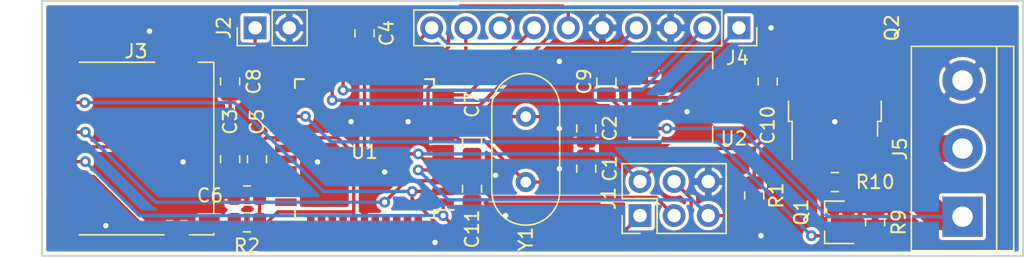
<source format=kicad_pcb>
(kicad_pcb (version 20171130) (host pcbnew "(5.0.0)")

  (general
    (thickness 1.6)
    (drawings 4)
    (tracks 208)
    (zones 0)
    (modules 25)
    (nets 44)
  )

  (page A4)
  (layers
    (0 F.Cu signal)
    (31 B.Cu signal)
    (32 B.Adhes user hide)
    (33 F.Adhes user hide)
    (34 B.Paste user hide)
    (35 F.Paste user hide)
    (36 B.SilkS user)
    (37 F.SilkS user)
    (38 B.Mask user hide)
    (39 F.Mask user hide)
    (40 Dwgs.User user hide)
    (41 Cmts.User user hide)
    (42 Eco1.User user hide)
    (43 Eco2.User user hide)
    (44 Edge.Cuts user)
    (45 Margin user hide)
    (46 B.CrtYd user hide)
    (47 F.CrtYd user hide)
    (48 B.Fab user hide)
    (49 F.Fab user hide)
  )

  (setup
    (last_trace_width 0.25)
    (user_trace_width 0.5)
    (user_trace_width 1)
    (user_trace_width 2)
    (trace_clearance 0.2)
    (zone_clearance 0.25)
    (zone_45_only no)
    (trace_min 0.2)
    (segment_width 0.2)
    (edge_width 0.15)
    (via_size 0.8)
    (via_drill 0.4)
    (via_min_size 0.4)
    (via_min_drill 0.3)
    (uvia_size 0.3)
    (uvia_drill 0.1)
    (uvias_allowed no)
    (uvia_min_size 0.2)
    (uvia_min_drill 0.1)
    (pcb_text_width 0.3)
    (pcb_text_size 1.5 1.5)
    (mod_edge_width 0.15)
    (mod_text_size 1 1)
    (mod_text_width 0.15)
    (pad_size 1.524 1.524)
    (pad_drill 0.762)
    (pad_to_mask_clearance 0.1)
    (solder_mask_min_width 0.25)
    (aux_axis_origin 105 82)
    (visible_elements 7EFFFFFF)
    (pcbplotparams
      (layerselection 0x010f0_ffffffff)
      (usegerberextensions false)
      (usegerberattributes false)
      (usegerberadvancedattributes false)
      (creategerberjobfile false)
      (excludeedgelayer true)
      (linewidth 0.100000)
      (plotframeref false)
      (viasonmask true)
      (mode 1)
      (useauxorigin true)
      (hpglpennumber 1)
      (hpglpenspeed 20)
      (hpglpendiameter 15.000000)
      (psnegative false)
      (psa4output false)
      (plotreference true)
      (plotvalue true)
      (plotinvisibletext false)
      (padsonsilk false)
      (subtractmaskfromsilk true)
      (outputformat 1)
      (mirror false)
      (drillshape 0)
      (scaleselection 1)
      (outputdirectory "GERBER"))
  )

  (net 0 "")
  (net 1 +BATT)
  (net 2 "Net-(J5-Pad2)")
  (net 3 GND)
  (net 4 "Net-(Q1-Pad3)")
  (net 5 "Net-(Q1-Pad1)")
  (net 6 +3V3)
  (net 7 "Net-(J3-Pad10)")
  (net 8 "Net-(J3-Pad8)")
  (net 9 "Net-(C11-Pad2)")
  (net 10 "Net-(J1-Pad1)")
  (net 11 "Net-(J1-Pad4)")
  (net 12 "Net-(J1-Pad3)")
  (net 13 "Net-(C1-Pad1)")
  (net 14 "Net-(C2-Pad1)")
  (net 15 "Net-(U1-Pad13)")
  (net 16 "Net-(U1-Pad14)")
  (net 17 "Net-(U1-Pad15)")
  (net 18 "Net-(U1-Pad16)")
  (net 19 /CLK)
  (net 20 /DATA)
  (net 21 "Net-(U1-Pad21)")
  (net 22 "Net-(U1-Pad22)")
  (net 23 "Net-(U1-Pad23)")
  (net 24 "Net-(U1-Pad24)")
  (net 25 "Net-(J2-Pad1)")
  (net 26 "Net-(C3-Pad2)")
  (net 27 "Net-(U1-Pad30)")
  (net 28 "Net-(U1-Pad31)")
  (net 29 "Net-(U1-Pad32)")
  (net 30 "Net-(U1-Pad33)")
  (net 31 "Net-(U1-Pad34)")
  (net 32 "Net-(U1-Pad35)")
  (net 33 "Net-(U1-Pad36)")
  (net 34 "Net-(U1-Pad37)")
  (net 35 "Net-(U1-Pad40)")
  (net 36 "Net-(U1-Pad41)")
  (net 37 "Net-(J3-Pad1)")
  (net 38 "Net-(U1-Pad43)")
  (net 39 "Net-(J3-Pad2)")
  (net 40 "Net-(J4-Pad8)")
  (net 41 "Net-(J4-Pad7)")
  (net 42 "Net-(J4-Pad6)")
  (net 43 "Net-(J4-Pad9)")

  (net_class Default "Dies ist die voreingestellte Netzklasse."
    (clearance 0.2)
    (trace_width 0.25)
    (via_dia 0.8)
    (via_drill 0.4)
    (uvia_dia 0.3)
    (uvia_drill 0.1)
    (add_net +3V3)
    (add_net +BATT)
    (add_net /CLK)
    (add_net /DATA)
    (add_net GND)
    (add_net "Net-(C1-Pad1)")
    (add_net "Net-(C11-Pad2)")
    (add_net "Net-(C2-Pad1)")
    (add_net "Net-(C3-Pad2)")
    (add_net "Net-(J1-Pad1)")
    (add_net "Net-(J1-Pad3)")
    (add_net "Net-(J1-Pad4)")
    (add_net "Net-(J2-Pad1)")
    (add_net "Net-(J3-Pad1)")
    (add_net "Net-(J3-Pad10)")
    (add_net "Net-(J3-Pad2)")
    (add_net "Net-(J3-Pad8)")
    (add_net "Net-(J4-Pad6)")
    (add_net "Net-(J4-Pad7)")
    (add_net "Net-(J4-Pad8)")
    (add_net "Net-(J4-Pad9)")
    (add_net "Net-(J5-Pad2)")
    (add_net "Net-(Q1-Pad1)")
    (add_net "Net-(Q1-Pad3)")
    (add_net "Net-(U1-Pad13)")
    (add_net "Net-(U1-Pad14)")
    (add_net "Net-(U1-Pad15)")
    (add_net "Net-(U1-Pad16)")
    (add_net "Net-(U1-Pad21)")
    (add_net "Net-(U1-Pad22)")
    (add_net "Net-(U1-Pad23)")
    (add_net "Net-(U1-Pad24)")
    (add_net "Net-(U1-Pad30)")
    (add_net "Net-(U1-Pad31)")
    (add_net "Net-(U1-Pad32)")
    (add_net "Net-(U1-Pad33)")
    (add_net "Net-(U1-Pad34)")
    (add_net "Net-(U1-Pad35)")
    (add_net "Net-(U1-Pad36)")
    (add_net "Net-(U1-Pad37)")
    (add_net "Net-(U1-Pad40)")
    (add_net "Net-(U1-Pad41)")
    (add_net "Net-(U1-Pad43)")
  )

  (module Connector_PinSocket_2.54mm:PinSocket_1x10_P2.54mm_Vertical (layer F.Cu) (tedit 5A19A425) (tstamp 5CA14C01)
    (at 156.86 84 270)
    (descr "Through hole straight socket strip, 1x10, 2.54mm pitch, single row (from Kicad 4.0.7), script generated")
    (tags "Through hole socket strip THT 1x10 2.54mm single row")
    (path /5C969431)
    (fp_text reference J4 (at 2.25 0.11) (layer F.SilkS)
      (effects (font (size 1 1) (thickness 0.15)))
    )
    (fp_text value Conn_01x10_Male (at 0 25.63 270) (layer F.Fab)
      (effects (font (size 1 1) (thickness 0.15)))
    )
    (fp_line (start -1.27 -1.27) (end 0.635 -1.27) (layer F.Fab) (width 0.1))
    (fp_line (start 0.635 -1.27) (end 1.27 -0.635) (layer F.Fab) (width 0.1))
    (fp_line (start 1.27 -0.635) (end 1.27 24.13) (layer F.Fab) (width 0.1))
    (fp_line (start 1.27 24.13) (end -1.27 24.13) (layer F.Fab) (width 0.1))
    (fp_line (start -1.27 24.13) (end -1.27 -1.27) (layer F.Fab) (width 0.1))
    (fp_line (start -1.33 1.27) (end 1.33 1.27) (layer F.SilkS) (width 0.12))
    (fp_line (start -1.33 1.27) (end -1.33 24.19) (layer F.SilkS) (width 0.12))
    (fp_line (start -1.33 24.19) (end 1.33 24.19) (layer F.SilkS) (width 0.12))
    (fp_line (start 1.33 1.27) (end 1.33 24.19) (layer F.SilkS) (width 0.12))
    (fp_line (start 1.33 -1.33) (end 1.33 0) (layer F.SilkS) (width 0.12))
    (fp_line (start 0 -1.33) (end 1.33 -1.33) (layer F.SilkS) (width 0.12))
    (fp_line (start -1.8 -1.8) (end 1.75 -1.8) (layer F.CrtYd) (width 0.05))
    (fp_line (start 1.75 -1.8) (end 1.75 24.6) (layer F.CrtYd) (width 0.05))
    (fp_line (start 1.75 24.6) (end -1.8 24.6) (layer F.CrtYd) (width 0.05))
    (fp_line (start -1.8 24.6) (end -1.8 -1.8) (layer F.CrtYd) (width 0.05))
    (fp_text user %R (at 0 11.43) (layer F.Fab)
      (effects (font (size 1 1) (thickness 0.15)))
    )
    (pad 1 thru_hole rect (at 0 0 270) (size 1.7 1.7) (drill 1) (layers *.Cu *.Mask)
      (net 20 /DATA))
    (pad 2 thru_hole oval (at 0 2.54 270) (size 1.7 1.7) (drill 1) (layers *.Cu *.Mask)
      (net 19 /CLK))
    (pad 3 thru_hole oval (at 0 5.08 270) (size 1.7 1.7) (drill 1) (layers *.Cu *.Mask)
      (net 3 GND))
    (pad 4 thru_hole oval (at 0 7.62 270) (size 1.7 1.7) (drill 1) (layers *.Cu *.Mask)
      (net 6 +3V3))
    (pad 5 thru_hole oval (at 0 10.16 270) (size 1.7 1.7) (drill 1) (layers *.Cu *.Mask)
      (net 3 GND))
    (pad 6 thru_hole oval (at 0 12.7 270) (size 1.7 1.7) (drill 1) (layers *.Cu *.Mask)
      (net 42 "Net-(J4-Pad6)"))
    (pad 7 thru_hole oval (at 0 15.24 270) (size 1.7 1.7) (drill 1) (layers *.Cu *.Mask)
      (net 41 "Net-(J4-Pad7)"))
    (pad 8 thru_hole oval (at 0 17.78 270) (size 1.7 1.7) (drill 1) (layers *.Cu *.Mask)
      (net 40 "Net-(J4-Pad8)"))
    (pad 9 thru_hole oval (at 0 20.32 270) (size 1.7 1.7) (drill 1) (layers *.Cu *.Mask)
      (net 43 "Net-(J4-Pad9)"))
    (pad 10 thru_hole oval (at 0 22.86 270) (size 1.7 1.7) (drill 1) (layers *.Cu *.Mask)
      (net 6 +3V3))
    (model ${KISYS3DMOD}/Connector_PinSocket_2.54mm.3dshapes/PinSocket_1x10_P2.54mm_Vertical.wrl
      (at (xyz 0 0 0))
      (scale (xyz 1 1 1))
      (rotate (xyz 0 0 0))
    )
  )

  (module Package_TO_SOT_SMD:SOT-223-3_TabPin2 (layer F.Cu) (tedit 5A02FF57) (tstamp 5CA09BD7)
    (at 153 89.2)
    (descr "module CMS SOT223 4 pins")
    (tags "CMS SOT")
    (path /5B35129E)
    (attr smd)
    (fp_text reference U2 (at 3.5 3.05) (layer F.SilkS)
      (effects (font (size 1 1) (thickness 0.15)))
    )
    (fp_text value AP1117-33 (at 0 4.5) (layer F.Fab)
      (effects (font (size 1 1) (thickness 0.15)))
    )
    (fp_text user %R (at 0 0 90) (layer F.Fab)
      (effects (font (size 0.8 0.8) (thickness 0.12)))
    )
    (fp_line (start 1.91 3.41) (end 1.91 2.15) (layer F.SilkS) (width 0.12))
    (fp_line (start 1.91 -3.41) (end 1.91 -2.15) (layer F.SilkS) (width 0.12))
    (fp_line (start 4.4 -3.6) (end -4.4 -3.6) (layer F.CrtYd) (width 0.05))
    (fp_line (start 4.4 3.6) (end 4.4 -3.6) (layer F.CrtYd) (width 0.05))
    (fp_line (start -4.4 3.6) (end 4.4 3.6) (layer F.CrtYd) (width 0.05))
    (fp_line (start -4.4 -3.6) (end -4.4 3.6) (layer F.CrtYd) (width 0.05))
    (fp_line (start -1.85 -2.35) (end -0.85 -3.35) (layer F.Fab) (width 0.1))
    (fp_line (start -1.85 -2.35) (end -1.85 3.35) (layer F.Fab) (width 0.1))
    (fp_line (start -1.85 3.41) (end 1.91 3.41) (layer F.SilkS) (width 0.12))
    (fp_line (start -0.85 -3.35) (end 1.85 -3.35) (layer F.Fab) (width 0.1))
    (fp_line (start -4.1 -3.41) (end 1.91 -3.41) (layer F.SilkS) (width 0.12))
    (fp_line (start -1.85 3.35) (end 1.85 3.35) (layer F.Fab) (width 0.1))
    (fp_line (start 1.85 -3.35) (end 1.85 3.35) (layer F.Fab) (width 0.1))
    (pad 2 smd rect (at 3.15 0) (size 2 3.8) (layers F.Cu F.Paste F.Mask)
      (net 6 +3V3))
    (pad 2 smd rect (at -3.15 0) (size 2 1.5) (layers F.Cu F.Paste F.Mask)
      (net 6 +3V3))
    (pad 3 smd rect (at -3.15 2.3) (size 2 1.5) (layers F.Cu F.Paste F.Mask)
      (net 1 +BATT))
    (pad 1 smd rect (at -3.15 -2.3) (size 2 1.5) (layers F.Cu F.Paste F.Mask)
      (net 3 GND))
    (model ${KISYS3DMOD}/Package_TO_SOT_SMD.3dshapes/SOT-223.wrl
      (at (xyz 0 0 0))
      (scale (xyz 1 1 1))
      (rotate (xyz 0 0 0))
    )
  )

  (module Capacitor_SMD:C_0805_2012Metric (layer F.Cu) (tedit 5B36C52B) (tstamp 5CA0D589)
    (at 145.5 94.5 90)
    (descr "Capacitor SMD 0805 (2012 Metric), square (rectangular) end terminal, IPC_7351 nominal, (Body size source: https://docs.google.com/spreadsheets/d/1BsfQQcO9C6DZCsRaXUlFlo91Tg2WpOkGARC1WS5S8t0/edit?usp=sharing), generated with kicad-footprint-generator")
    (tags capacitor)
    (path /5A4D4EF4)
    (attr smd)
    (fp_text reference C1 (at 0 1.75 90) (layer F.SilkS)
      (effects (font (size 1 1) (thickness 0.15)))
    )
    (fp_text value 22p (at 0 1.65 90) (layer F.Fab)
      (effects (font (size 1 1) (thickness 0.15)))
    )
    (fp_line (start -1 0.6) (end -1 -0.6) (layer F.Fab) (width 0.1))
    (fp_line (start -1 -0.6) (end 1 -0.6) (layer F.Fab) (width 0.1))
    (fp_line (start 1 -0.6) (end 1 0.6) (layer F.Fab) (width 0.1))
    (fp_line (start 1 0.6) (end -1 0.6) (layer F.Fab) (width 0.1))
    (fp_line (start -0.258578 -0.71) (end 0.258578 -0.71) (layer F.SilkS) (width 0.12))
    (fp_line (start -0.258578 0.71) (end 0.258578 0.71) (layer F.SilkS) (width 0.12))
    (fp_line (start -1.68 0.95) (end -1.68 -0.95) (layer F.CrtYd) (width 0.05))
    (fp_line (start -1.68 -0.95) (end 1.68 -0.95) (layer F.CrtYd) (width 0.05))
    (fp_line (start 1.68 -0.95) (end 1.68 0.95) (layer F.CrtYd) (width 0.05))
    (fp_line (start 1.68 0.95) (end -1.68 0.95) (layer F.CrtYd) (width 0.05))
    (fp_text user %R (at 0 0 90) (layer F.Fab)
      (effects (font (size 0.5 0.5) (thickness 0.08)))
    )
    (pad 1 smd roundrect (at -0.9375 0 90) (size 0.975 1.4) (layers F.Cu F.Paste F.Mask) (roundrect_rratio 0.25)
      (net 13 "Net-(C1-Pad1)"))
    (pad 2 smd roundrect (at 0.9375 0 90) (size 0.975 1.4) (layers F.Cu F.Paste F.Mask) (roundrect_rratio 0.25)
      (net 3 GND))
    (model ${KISYS3DMOD}/Capacitor_SMD.3dshapes/C_0805_2012Metric.wrl
      (at (xyz 0 0 0))
      (scale (xyz 1 1 1))
      (rotate (xyz 0 0 0))
    )
  )

  (module Capacitor_SMD:C_0805_2012Metric (layer F.Cu) (tedit 5B36C52B) (tstamp 5CA09D7C)
    (at 145.5 91.5 270)
    (descr "Capacitor SMD 0805 (2012 Metric), square (rectangular) end terminal, IPC_7351 nominal, (Body size source: https://docs.google.com/spreadsheets/d/1BsfQQcO9C6DZCsRaXUlFlo91Tg2WpOkGARC1WS5S8t0/edit?usp=sharing), generated with kicad-footprint-generator")
    (tags capacitor)
    (path /5A4D4E42)
    (attr smd)
    (fp_text reference C2 (at 0 -1.75 270) (layer F.SilkS)
      (effects (font (size 1 1) (thickness 0.15)))
    )
    (fp_text value 22p (at 0 1.65 270) (layer F.Fab)
      (effects (font (size 1 1) (thickness 0.15)))
    )
    (fp_text user %R (at 0 0 270) (layer F.Fab)
      (effects (font (size 0.5 0.5) (thickness 0.08)))
    )
    (fp_line (start 1.68 0.95) (end -1.68 0.95) (layer F.CrtYd) (width 0.05))
    (fp_line (start 1.68 -0.95) (end 1.68 0.95) (layer F.CrtYd) (width 0.05))
    (fp_line (start -1.68 -0.95) (end 1.68 -0.95) (layer F.CrtYd) (width 0.05))
    (fp_line (start -1.68 0.95) (end -1.68 -0.95) (layer F.CrtYd) (width 0.05))
    (fp_line (start -0.258578 0.71) (end 0.258578 0.71) (layer F.SilkS) (width 0.12))
    (fp_line (start -0.258578 -0.71) (end 0.258578 -0.71) (layer F.SilkS) (width 0.12))
    (fp_line (start 1 0.6) (end -1 0.6) (layer F.Fab) (width 0.1))
    (fp_line (start 1 -0.6) (end 1 0.6) (layer F.Fab) (width 0.1))
    (fp_line (start -1 -0.6) (end 1 -0.6) (layer F.Fab) (width 0.1))
    (fp_line (start -1 0.6) (end -1 -0.6) (layer F.Fab) (width 0.1))
    (pad 2 smd roundrect (at 0.9375 0 270) (size 0.975 1.4) (layers F.Cu F.Paste F.Mask) (roundrect_rratio 0.25)
      (net 3 GND))
    (pad 1 smd roundrect (at -0.9375 0 270) (size 0.975 1.4) (layers F.Cu F.Paste F.Mask) (roundrect_rratio 0.25)
      (net 14 "Net-(C2-Pad1)"))
    (model ${KISYS3DMOD}/Capacitor_SMD.3dshapes/C_0805_2012Metric.wrl
      (at (xyz 0 0 0))
      (scale (xyz 1 1 1))
      (rotate (xyz 0 0 0))
    )
  )

  (module Capacitor_SMD:C_0805_2012Metric (layer F.Cu) (tedit 5B36C52B) (tstamp 5CA0D836)
    (at 119 93.8 90)
    (descr "Capacitor SMD 0805 (2012 Metric), square (rectangular) end terminal, IPC_7351 nominal, (Body size source: https://docs.google.com/spreadsheets/d/1BsfQQcO9C6DZCsRaXUlFlo91Tg2WpOkGARC1WS5S8t0/edit?usp=sharing), generated with kicad-footprint-generator")
    (tags capacitor)
    (path /5A4D5182)
    (attr smd)
    (fp_text reference C3 (at 2.8 0 90) (layer F.SilkS)
      (effects (font (size 1 1) (thickness 0.15)))
    )
    (fp_text value 1u (at 0 1.65 90) (layer F.Fab)
      (effects (font (size 1 1) (thickness 0.15)))
    )
    (fp_line (start -1 0.6) (end -1 -0.6) (layer F.Fab) (width 0.1))
    (fp_line (start -1 -0.6) (end 1 -0.6) (layer F.Fab) (width 0.1))
    (fp_line (start 1 -0.6) (end 1 0.6) (layer F.Fab) (width 0.1))
    (fp_line (start 1 0.6) (end -1 0.6) (layer F.Fab) (width 0.1))
    (fp_line (start -0.258578 -0.71) (end 0.258578 -0.71) (layer F.SilkS) (width 0.12))
    (fp_line (start -0.258578 0.71) (end 0.258578 0.71) (layer F.SilkS) (width 0.12))
    (fp_line (start -1.68 0.95) (end -1.68 -0.95) (layer F.CrtYd) (width 0.05))
    (fp_line (start -1.68 -0.95) (end 1.68 -0.95) (layer F.CrtYd) (width 0.05))
    (fp_line (start 1.68 -0.95) (end 1.68 0.95) (layer F.CrtYd) (width 0.05))
    (fp_line (start 1.68 0.95) (end -1.68 0.95) (layer F.CrtYd) (width 0.05))
    (fp_text user %R (at 0 0 90) (layer F.Fab)
      (effects (font (size 0.5 0.5) (thickness 0.08)))
    )
    (pad 1 smd roundrect (at -0.9375 0 90) (size 0.975 1.4) (layers F.Cu F.Paste F.Mask) (roundrect_rratio 0.25)
      (net 3 GND))
    (pad 2 smd roundrect (at 0.9375 0 90) (size 0.975 1.4) (layers F.Cu F.Paste F.Mask) (roundrect_rratio 0.25)
      (net 26 "Net-(C3-Pad2)"))
    (model ${KISYS3DMOD}/Capacitor_SMD.3dshapes/C_0805_2012Metric.wrl
      (at (xyz 0 0 0))
      (scale (xyz 1 1 1))
      (rotate (xyz 0 0 0))
    )
  )

  (module Capacitor_SMD:C_0805_2012Metric (layer F.Cu) (tedit 5B36C52B) (tstamp 5CA0DCA8)
    (at 129 84.4 270)
    (descr "Capacitor SMD 0805 (2012 Metric), square (rectangular) end terminal, IPC_7351 nominal, (Body size source: https://docs.google.com/spreadsheets/d/1BsfQQcO9C6DZCsRaXUlFlo91Tg2WpOkGARC1WS5S8t0/edit?usp=sharing), generated with kicad-footprint-generator")
    (tags capacitor)
    (path /5A4D979D)
    (attr smd)
    (fp_text reference C4 (at 0 -1.65 270) (layer F.SilkS)
      (effects (font (size 1 1) (thickness 0.15)))
    )
    (fp_text value 100n (at 0 1.65 270) (layer F.Fab)
      (effects (font (size 1 1) (thickness 0.15)))
    )
    (fp_text user %R (at 0 0 270) (layer F.Fab)
      (effects (font (size 0.5 0.5) (thickness 0.08)))
    )
    (fp_line (start 1.68 0.95) (end -1.68 0.95) (layer F.CrtYd) (width 0.05))
    (fp_line (start 1.68 -0.95) (end 1.68 0.95) (layer F.CrtYd) (width 0.05))
    (fp_line (start -1.68 -0.95) (end 1.68 -0.95) (layer F.CrtYd) (width 0.05))
    (fp_line (start -1.68 0.95) (end -1.68 -0.95) (layer F.CrtYd) (width 0.05))
    (fp_line (start -0.258578 0.71) (end 0.258578 0.71) (layer F.SilkS) (width 0.12))
    (fp_line (start -0.258578 -0.71) (end 0.258578 -0.71) (layer F.SilkS) (width 0.12))
    (fp_line (start 1 0.6) (end -1 0.6) (layer F.Fab) (width 0.1))
    (fp_line (start 1 -0.6) (end 1 0.6) (layer F.Fab) (width 0.1))
    (fp_line (start -1 -0.6) (end 1 -0.6) (layer F.Fab) (width 0.1))
    (fp_line (start -1 0.6) (end -1 -0.6) (layer F.Fab) (width 0.1))
    (pad 2 smd roundrect (at 0.9375 0 270) (size 0.975 1.4) (layers F.Cu F.Paste F.Mask) (roundrect_rratio 0.25)
      (net 6 +3V3))
    (pad 1 smd roundrect (at -0.9375 0 270) (size 0.975 1.4) (layers F.Cu F.Paste F.Mask) (roundrect_rratio 0.25)
      (net 3 GND))
    (model ${KISYS3DMOD}/Capacitor_SMD.3dshapes/C_0805_2012Metric.wrl
      (at (xyz 0 0 0))
      (scale (xyz 1 1 1))
      (rotate (xyz 0 0 0))
    )
  )

  (module Capacitor_SMD:C_0805_2012Metric (layer F.Cu) (tedit 5B36C52B) (tstamp 5CA09D49)
    (at 121 93.8 90)
    (descr "Capacitor SMD 0805 (2012 Metric), square (rectangular) end terminal, IPC_7351 nominal, (Body size source: https://docs.google.com/spreadsheets/d/1BsfQQcO9C6DZCsRaXUlFlo91Tg2WpOkGARC1WS5S8t0/edit?usp=sharing), generated with kicad-footprint-generator")
    (tags capacitor)
    (path /5A4D98B6)
    (attr smd)
    (fp_text reference C5 (at 2.8 0 90) (layer F.SilkS)
      (effects (font (size 1 1) (thickness 0.15)))
    )
    (fp_text value 100n (at 0 1.65 90) (layer F.Fab)
      (effects (font (size 1 1) (thickness 0.15)))
    )
    (fp_line (start -1 0.6) (end -1 -0.6) (layer F.Fab) (width 0.1))
    (fp_line (start -1 -0.6) (end 1 -0.6) (layer F.Fab) (width 0.1))
    (fp_line (start 1 -0.6) (end 1 0.6) (layer F.Fab) (width 0.1))
    (fp_line (start 1 0.6) (end -1 0.6) (layer F.Fab) (width 0.1))
    (fp_line (start -0.258578 -0.71) (end 0.258578 -0.71) (layer F.SilkS) (width 0.12))
    (fp_line (start -0.258578 0.71) (end 0.258578 0.71) (layer F.SilkS) (width 0.12))
    (fp_line (start -1.68 0.95) (end -1.68 -0.95) (layer F.CrtYd) (width 0.05))
    (fp_line (start -1.68 -0.95) (end 1.68 -0.95) (layer F.CrtYd) (width 0.05))
    (fp_line (start 1.68 -0.95) (end 1.68 0.95) (layer F.CrtYd) (width 0.05))
    (fp_line (start 1.68 0.95) (end -1.68 0.95) (layer F.CrtYd) (width 0.05))
    (fp_text user %R (at 0 0 90) (layer F.Fab)
      (effects (font (size 0.5 0.5) (thickness 0.08)))
    )
    (pad 1 smd roundrect (at -0.9375 0 90) (size 0.975 1.4) (layers F.Cu F.Paste F.Mask) (roundrect_rratio 0.25)
      (net 3 GND))
    (pad 2 smd roundrect (at 0.9375 0 90) (size 0.975 1.4) (layers F.Cu F.Paste F.Mask) (roundrect_rratio 0.25)
      (net 6 +3V3))
    (model ${KISYS3DMOD}/Capacitor_SMD.3dshapes/C_0805_2012Metric.wrl
      (at (xyz 0 0 0))
      (scale (xyz 1 1 1))
      (rotate (xyz 0 0 0))
    )
  )

  (module Capacitor_SMD:C_0805_2012Metric (layer F.Cu) (tedit 5B36C52B) (tstamp 5CA113BC)
    (at 120.25 96.5)
    (descr "Capacitor SMD 0805 (2012 Metric), square (rectangular) end terminal, IPC_7351 nominal, (Body size source: https://docs.google.com/spreadsheets/d/1BsfQQcO9C6DZCsRaXUlFlo91Tg2WpOkGARC1WS5S8t0/edit?usp=sharing), generated with kicad-footprint-generator")
    (tags capacitor)
    (path /5A4D99A5)
    (attr smd)
    (fp_text reference C6 (at -2.75 0) (layer F.SilkS)
      (effects (font (size 1 1) (thickness 0.15)))
    )
    (fp_text value 100n (at 0 1.65) (layer F.Fab)
      (effects (font (size 1 1) (thickness 0.15)))
    )
    (fp_text user %R (at 0 0) (layer F.Fab)
      (effects (font (size 0.5 0.5) (thickness 0.08)))
    )
    (fp_line (start 1.68 0.95) (end -1.68 0.95) (layer F.CrtYd) (width 0.05))
    (fp_line (start 1.68 -0.95) (end 1.68 0.95) (layer F.CrtYd) (width 0.05))
    (fp_line (start -1.68 -0.95) (end 1.68 -0.95) (layer F.CrtYd) (width 0.05))
    (fp_line (start -1.68 0.95) (end -1.68 -0.95) (layer F.CrtYd) (width 0.05))
    (fp_line (start -0.258578 0.71) (end 0.258578 0.71) (layer F.SilkS) (width 0.12))
    (fp_line (start -0.258578 -0.71) (end 0.258578 -0.71) (layer F.SilkS) (width 0.12))
    (fp_line (start 1 0.6) (end -1 0.6) (layer F.Fab) (width 0.1))
    (fp_line (start 1 -0.6) (end 1 0.6) (layer F.Fab) (width 0.1))
    (fp_line (start -1 -0.6) (end 1 -0.6) (layer F.Fab) (width 0.1))
    (fp_line (start -1 0.6) (end -1 -0.6) (layer F.Fab) (width 0.1))
    (pad 2 smd roundrect (at 0.9375 0) (size 0.975 1.4) (layers F.Cu F.Paste F.Mask) (roundrect_rratio 0.25)
      (net 6 +3V3))
    (pad 1 smd roundrect (at -0.9375 0) (size 0.975 1.4) (layers F.Cu F.Paste F.Mask) (roundrect_rratio 0.25)
      (net 3 GND))
    (model ${KISYS3DMOD}/Capacitor_SMD.3dshapes/C_0805_2012Metric.wrl
      (at (xyz 0 0 0))
      (scale (xyz 1 1 1))
      (rotate (xyz 0 0 0))
    )
  )

  (module Capacitor_SMD:C_0805_2012Metric (layer F.Cu) (tedit 5B36C52B) (tstamp 5CA15301)
    (at 137 92.5 270)
    (descr "Capacitor SMD 0805 (2012 Metric), square (rectangular) end terminal, IPC_7351 nominal, (Body size source: https://docs.google.com/spreadsheets/d/1BsfQQcO9C6DZCsRaXUlFlo91Tg2WpOkGARC1WS5S8t0/edit?usp=sharing), generated with kicad-footprint-generator")
    (tags capacitor)
    (path /5A4D99B7)
    (attr smd)
    (fp_text reference C7 (at -2.75 0 270) (layer F.SilkS)
      (effects (font (size 1 1) (thickness 0.15)))
    )
    (fp_text value 100n (at 0 1.65 270) (layer F.Fab)
      (effects (font (size 1 1) (thickness 0.15)))
    )
    (fp_line (start -1 0.6) (end -1 -0.6) (layer F.Fab) (width 0.1))
    (fp_line (start -1 -0.6) (end 1 -0.6) (layer F.Fab) (width 0.1))
    (fp_line (start 1 -0.6) (end 1 0.6) (layer F.Fab) (width 0.1))
    (fp_line (start 1 0.6) (end -1 0.6) (layer F.Fab) (width 0.1))
    (fp_line (start -0.258578 -0.71) (end 0.258578 -0.71) (layer F.SilkS) (width 0.12))
    (fp_line (start -0.258578 0.71) (end 0.258578 0.71) (layer F.SilkS) (width 0.12))
    (fp_line (start -1.68 0.95) (end -1.68 -0.95) (layer F.CrtYd) (width 0.05))
    (fp_line (start -1.68 -0.95) (end 1.68 -0.95) (layer F.CrtYd) (width 0.05))
    (fp_line (start 1.68 -0.95) (end 1.68 0.95) (layer F.CrtYd) (width 0.05))
    (fp_line (start 1.68 0.95) (end -1.68 0.95) (layer F.CrtYd) (width 0.05))
    (fp_text user %R (at 0 0 270) (layer F.Fab)
      (effects (font (size 0.5 0.5) (thickness 0.08)))
    )
    (pad 1 smd roundrect (at -0.9375 0 270) (size 0.975 1.4) (layers F.Cu F.Paste F.Mask) (roundrect_rratio 0.25)
      (net 3 GND))
    (pad 2 smd roundrect (at 0.9375 0 270) (size 0.975 1.4) (layers F.Cu F.Paste F.Mask) (roundrect_rratio 0.25)
      (net 6 +3V3))
    (model ${KISYS3DMOD}/Capacitor_SMD.3dshapes/C_0805_2012Metric.wrl
      (at (xyz 0 0 0))
      (scale (xyz 1 1 1))
      (rotate (xyz 0 0 0))
    )
  )

  (module Capacitor_SMD:C_0805_2012Metric (layer F.Cu) (tedit 5B36C52B) (tstamp 5CA09D16)
    (at 119 88 90)
    (descr "Capacitor SMD 0805 (2012 Metric), square (rectangular) end terminal, IPC_7351 nominal, (Body size source: https://docs.google.com/spreadsheets/d/1BsfQQcO9C6DZCsRaXUlFlo91Tg2WpOkGARC1WS5S8t0/edit?usp=sharing), generated with kicad-footprint-generator")
    (tags capacitor)
    (path /5A4D6CFF)
    (attr smd)
    (fp_text reference C8 (at 0 1.75 90) (layer F.SilkS)
      (effects (font (size 1 1) (thickness 0.15)))
    )
    (fp_text value 100n (at 0 1.65 90) (layer F.Fab)
      (effects (font (size 1 1) (thickness 0.15)))
    )
    (fp_text user %R (at 0 0 90) (layer F.Fab)
      (effects (font (size 0.5 0.5) (thickness 0.08)))
    )
    (fp_line (start 1.68 0.95) (end -1.68 0.95) (layer F.CrtYd) (width 0.05))
    (fp_line (start 1.68 -0.95) (end 1.68 0.95) (layer F.CrtYd) (width 0.05))
    (fp_line (start -1.68 -0.95) (end 1.68 -0.95) (layer F.CrtYd) (width 0.05))
    (fp_line (start -1.68 0.95) (end -1.68 -0.95) (layer F.CrtYd) (width 0.05))
    (fp_line (start -0.258578 0.71) (end 0.258578 0.71) (layer F.SilkS) (width 0.12))
    (fp_line (start -0.258578 -0.71) (end 0.258578 -0.71) (layer F.SilkS) (width 0.12))
    (fp_line (start 1 0.6) (end -1 0.6) (layer F.Fab) (width 0.1))
    (fp_line (start 1 -0.6) (end 1 0.6) (layer F.Fab) (width 0.1))
    (fp_line (start -1 -0.6) (end 1 -0.6) (layer F.Fab) (width 0.1))
    (fp_line (start -1 0.6) (end -1 -0.6) (layer F.Fab) (width 0.1))
    (pad 2 smd roundrect (at 0.9375 0 90) (size 0.975 1.4) (layers F.Cu F.Paste F.Mask) (roundrect_rratio 0.25)
      (net 3 GND))
    (pad 1 smd roundrect (at -0.9375 0 90) (size 0.975 1.4) (layers F.Cu F.Paste F.Mask) (roundrect_rratio 0.25)
      (net 6 +3V3))
    (model ${KISYS3DMOD}/Capacitor_SMD.3dshapes/C_0805_2012Metric.wrl
      (at (xyz 0 0 0))
      (scale (xyz 1 1 1))
      (rotate (xyz 0 0 0))
    )
  )

  (module Capacitor_SMD:C_0805_2012Metric (layer F.Cu) (tedit 5B36C52B) (tstamp 5CA09D05)
    (at 147 88 90)
    (descr "Capacitor SMD 0805 (2012 Metric), square (rectangular) end terminal, IPC_7351 nominal, (Body size source: https://docs.google.com/spreadsheets/d/1BsfQQcO9C6DZCsRaXUlFlo91Tg2WpOkGARC1WS5S8t0/edit?usp=sharing), generated with kicad-footprint-generator")
    (tags capacitor)
    (path /5B3522E4)
    (attr smd)
    (fp_text reference C9 (at 0 -1.65 90) (layer F.SilkS)
      (effects (font (size 1 1) (thickness 0.15)))
    )
    (fp_text value 100n (at 0 1.65 90) (layer F.Fab)
      (effects (font (size 1 1) (thickness 0.15)))
    )
    (fp_line (start -1 0.6) (end -1 -0.6) (layer F.Fab) (width 0.1))
    (fp_line (start -1 -0.6) (end 1 -0.6) (layer F.Fab) (width 0.1))
    (fp_line (start 1 -0.6) (end 1 0.6) (layer F.Fab) (width 0.1))
    (fp_line (start 1 0.6) (end -1 0.6) (layer F.Fab) (width 0.1))
    (fp_line (start -0.258578 -0.71) (end 0.258578 -0.71) (layer F.SilkS) (width 0.12))
    (fp_line (start -0.258578 0.71) (end 0.258578 0.71) (layer F.SilkS) (width 0.12))
    (fp_line (start -1.68 0.95) (end -1.68 -0.95) (layer F.CrtYd) (width 0.05))
    (fp_line (start -1.68 -0.95) (end 1.68 -0.95) (layer F.CrtYd) (width 0.05))
    (fp_line (start 1.68 -0.95) (end 1.68 0.95) (layer F.CrtYd) (width 0.05))
    (fp_line (start 1.68 0.95) (end -1.68 0.95) (layer F.CrtYd) (width 0.05))
    (fp_text user %R (at 0 0 90) (layer F.Fab)
      (effects (font (size 0.5 0.5) (thickness 0.08)))
    )
    (pad 1 smd roundrect (at -0.9375 0 90) (size 0.975 1.4) (layers F.Cu F.Paste F.Mask) (roundrect_rratio 0.25)
      (net 1 +BATT))
    (pad 2 smd roundrect (at 0.9375 0 90) (size 0.975 1.4) (layers F.Cu F.Paste F.Mask) (roundrect_rratio 0.25)
      (net 3 GND))
    (model ${KISYS3DMOD}/Capacitor_SMD.3dshapes/C_0805_2012Metric.wrl
      (at (xyz 0 0 0))
      (scale (xyz 1 1 1))
      (rotate (xyz 0 0 0))
    )
  )

  (module Capacitor_SMD:C_0805_2012Metric (layer F.Cu) (tedit 5B36C52B) (tstamp 5CA09CF4)
    (at 159 88 90)
    (descr "Capacitor SMD 0805 (2012 Metric), square (rectangular) end terminal, IPC_7351 nominal, (Body size source: https://docs.google.com/spreadsheets/d/1BsfQQcO9C6DZCsRaXUlFlo91Tg2WpOkGARC1WS5S8t0/edit?usp=sharing), generated with kicad-footprint-generator")
    (tags capacitor)
    (path /5B3521FD)
    (attr smd)
    (fp_text reference C10 (at -3.25 0 90) (layer F.SilkS)
      (effects (font (size 1 1) (thickness 0.15)))
    )
    (fp_text value 100n (at 0 1.65 90) (layer F.Fab)
      (effects (font (size 1 1) (thickness 0.15)))
    )
    (fp_text user %R (at 0 0 90) (layer F.Fab)
      (effects (font (size 0.5 0.5) (thickness 0.08)))
    )
    (fp_line (start 1.68 0.95) (end -1.68 0.95) (layer F.CrtYd) (width 0.05))
    (fp_line (start 1.68 -0.95) (end 1.68 0.95) (layer F.CrtYd) (width 0.05))
    (fp_line (start -1.68 -0.95) (end 1.68 -0.95) (layer F.CrtYd) (width 0.05))
    (fp_line (start -1.68 0.95) (end -1.68 -0.95) (layer F.CrtYd) (width 0.05))
    (fp_line (start -0.258578 0.71) (end 0.258578 0.71) (layer F.SilkS) (width 0.12))
    (fp_line (start -0.258578 -0.71) (end 0.258578 -0.71) (layer F.SilkS) (width 0.12))
    (fp_line (start 1 0.6) (end -1 0.6) (layer F.Fab) (width 0.1))
    (fp_line (start 1 -0.6) (end 1 0.6) (layer F.Fab) (width 0.1))
    (fp_line (start -1 -0.6) (end 1 -0.6) (layer F.Fab) (width 0.1))
    (fp_line (start -1 0.6) (end -1 -0.6) (layer F.Fab) (width 0.1))
    (pad 2 smd roundrect (at 0.9375 0 90) (size 0.975 1.4) (layers F.Cu F.Paste F.Mask) (roundrect_rratio 0.25)
      (net 3 GND))
    (pad 1 smd roundrect (at -0.9375 0 90) (size 0.975 1.4) (layers F.Cu F.Paste F.Mask) (roundrect_rratio 0.25)
      (net 6 +3V3))
    (model ${KISYS3DMOD}/Capacitor_SMD.3dshapes/C_0805_2012Metric.wrl
      (at (xyz 0 0 0))
      (scale (xyz 1 1 1))
      (rotate (xyz 0 0 0))
    )
  )

  (module Capacitor_SMD:C_0805_2012Metric (layer F.Cu) (tedit 5B36C52B) (tstamp 5CA09CE3)
    (at 137 96 90)
    (descr "Capacitor SMD 0805 (2012 Metric), square (rectangular) end terminal, IPC_7351 nominal, (Body size source: https://docs.google.com/spreadsheets/d/1BsfQQcO9C6DZCsRaXUlFlo91Tg2WpOkGARC1WS5S8t0/edit?usp=sharing), generated with kicad-footprint-generator")
    (tags capacitor)
    (path /5B359B13)
    (attr smd)
    (fp_text reference C11 (at -3 0 270) (layer F.SilkS)
      (effects (font (size 1 1) (thickness 0.15)))
    )
    (fp_text value 1n (at 0 1.65 90) (layer F.Fab)
      (effects (font (size 1 1) (thickness 0.15)))
    )
    (fp_line (start -1 0.6) (end -1 -0.6) (layer F.Fab) (width 0.1))
    (fp_line (start -1 -0.6) (end 1 -0.6) (layer F.Fab) (width 0.1))
    (fp_line (start 1 -0.6) (end 1 0.6) (layer F.Fab) (width 0.1))
    (fp_line (start 1 0.6) (end -1 0.6) (layer F.Fab) (width 0.1))
    (fp_line (start -0.258578 -0.71) (end 0.258578 -0.71) (layer F.SilkS) (width 0.12))
    (fp_line (start -0.258578 0.71) (end 0.258578 0.71) (layer F.SilkS) (width 0.12))
    (fp_line (start -1.68 0.95) (end -1.68 -0.95) (layer F.CrtYd) (width 0.05))
    (fp_line (start -1.68 -0.95) (end 1.68 -0.95) (layer F.CrtYd) (width 0.05))
    (fp_line (start 1.68 -0.95) (end 1.68 0.95) (layer F.CrtYd) (width 0.05))
    (fp_line (start 1.68 0.95) (end -1.68 0.95) (layer F.CrtYd) (width 0.05))
    (fp_text user %R (at 0 0 90) (layer F.Fab)
      (effects (font (size 0.5 0.5) (thickness 0.08)))
    )
    (pad 1 smd roundrect (at -0.9375 0 90) (size 0.975 1.4) (layers F.Cu F.Paste F.Mask) (roundrect_rratio 0.25)
      (net 3 GND))
    (pad 2 smd roundrect (at 0.9375 0 90) (size 0.975 1.4) (layers F.Cu F.Paste F.Mask) (roundrect_rratio 0.25)
      (net 9 "Net-(C11-Pad2)"))
    (model ${KISYS3DMOD}/Capacitor_SMD.3dshapes/C_0805_2012Metric.wrl
      (at (xyz 0 0 0))
      (scale (xyz 1 1 1))
      (rotate (xyz 0 0 0))
    )
  )

  (module Connector_Card:microSD_HC_Hirose_DM3D-SF (layer F.Cu) (tedit 5B82D16A) (tstamp 5CA0A19A)
    (at 112 93 270)
    (descr "Micro SD, SMD, right-angle, push-pull (https://media.digikey.com/PDF/Data%20Sheets/Hirose%20PDFs/DM3D-SF.pdf)")
    (tags "Micro SD")
    (path /5C943F11)
    (attr smd)
    (fp_text reference J3 (at -7.25 0) (layer F.SilkS)
      (effects (font (size 1 1) (thickness 0.15)))
    )
    (fp_text value Micro_SD_Card_Det_Hirose_DM3AT (at -0.025 6.975 270) (layer F.Fab)
      (effects (font (size 1 1) (thickness 0.15)))
    )
    (fp_text user KEEPOUT (at -0.275 -0.525 270) (layer Cmts.User)
      (effects (font (size 1 1) (thickness 0.1)))
    )
    (fp_text user %R (at -0.025 1.475 270) (layer F.Fab)
      (effects (font (size 1 1) (thickness 0.1)))
    )
    (fp_text user KEEPOUT (at -0.725 -4.8 270) (layer Cmts.User)
      (effects (font (size 0.4 0.4) (thickness 0.06)))
    )
    (fp_line (start 6.435 -2.075) (end 6.435 4.225) (layer F.SilkS) (width 0.12))
    (fp_line (start -6.435 -1.375) (end -6.435 4.225) (layer F.SilkS) (width 0.12))
    (fp_line (start 6.435 -5.785) (end 6.435 -3.975) (layer F.SilkS) (width 0.12))
    (fp_line (start -6.435 -5.785) (end 4.825 -5.785) (layer F.SilkS) (width 0.12))
    (fp_line (start -6.435 -4.625) (end -6.435 -5.785) (layer F.SilkS) (width 0.12))
    (fp_line (start 5.475 9.575) (end 5.475 5.725) (layer F.Fab) (width 0.1))
    (fp_line (start -5.025 10.075) (end 4.975 10.075) (layer F.Fab) (width 0.1))
    (fp_line (start -5.525 5.725) (end -5.525 9.575) (layer F.Fab) (width 0.1))
    (fp_line (start 5.475 5.725) (end 6.375 5.725) (layer F.Fab) (width 0.1))
    (fp_line (start 5.225 5.475) (end 5.225 4.425) (layer F.Fab) (width 0.1))
    (fp_line (start -5.275 5.475) (end -5.275 4.425) (layer F.Fab) (width 0.1))
    (fp_line (start -6.375 5.725) (end -5.525 5.725) (layer F.Fab) (width 0.1))
    (fp_line (start -4.775 3.925) (end 4.725 3.925) (layer F.Fab) (width 0.1))
    (fp_line (start -5.525 -5.725) (end -5.525 -6.975) (layer F.Fab) (width 0.1))
    (fp_line (start 4.175 -5.725) (end 4.175 -6.975) (layer F.Fab) (width 0.1))
    (fp_line (start -5.525 -6.975) (end 4.175 -6.975) (layer F.Fab) (width 0.1))
    (fp_line (start -0.025 -3.875) (end 0.475 -5.725) (layer Dwgs.User) (width 0.1))
    (fp_line (start -0.025 -5.725) (end -0.525 -3.875) (layer Dwgs.User) (width 0.1))
    (fp_line (start -1.025 -3.875) (end -0.525 -5.725) (layer Dwgs.User) (width 0.1))
    (fp_line (start -1.025 -5.725) (end -1.525 -3.875) (layer Dwgs.User) (width 0.1))
    (fp_line (start -1.925 -3.875) (end -1.525 -5.725) (layer Dwgs.User) (width 0.1))
    (fp_line (start 0.525 -3.875) (end 0.525 -5.725) (layer Dwgs.User) (width 0.1))
    (fp_line (start -1.975 -5.725) (end -1.975 -3.875) (layer Dwgs.User) (width 0.1))
    (fp_line (start -6.375 -5.725) (end 6.375 -5.725) (layer F.Fab) (width 0.1))
    (fp_line (start -3.225 -1.525) (end -2.725 -1.525) (layer Dwgs.User) (width 0.1))
    (fp_line (start -3.925 0.475) (end -3.225 -1.525) (layer Dwgs.User) (width 0.1))
    (fp_line (start -4.225 -1.525) (end -3.725 -1.525) (layer Dwgs.User) (width 0.1))
    (fp_line (start -4.925 0.475) (end -4.225 -1.525) (layer Dwgs.User) (width 0.1))
    (fp_line (start -4.925 -1.525) (end -4.925 0.475) (layer Dwgs.User) (width 0.1))
    (fp_line (start -6.92 6.28) (end -6.92 -6.72) (layer F.CrtYd) (width 0.05))
    (fp_line (start 6.88 6.28) (end -6.92 6.28) (layer F.CrtYd) (width 0.05))
    (fp_line (start 6.88 -6.72) (end 6.88 6.28) (layer F.CrtYd) (width 0.05))
    (fp_line (start -6.92 -6.72) (end 6.88 -6.72) (layer F.CrtYd) (width 0.05))
    (fp_line (start -4.925 -1.525) (end 3.575 -1.525) (layer Dwgs.User) (width 0.1))
    (fp_line (start 0.525 -3.875) (end -1.975 -3.875) (layer Dwgs.User) (width 0.1))
    (fp_line (start -4.925 0.475) (end 3.575 0.475) (layer Dwgs.User) (width 0.1))
    (fp_line (start -6.375 5.725) (end -6.375 -5.725) (layer F.Fab) (width 0.1))
    (fp_line (start -4.425 0.475) (end -3.725 -1.525) (layer Dwgs.User) (width 0.1))
    (fp_line (start -3.425 0.475) (end -2.725 -1.525) (layer Dwgs.User) (width 0.1))
    (fp_line (start -2.925 0.475) (end -2.225 -1.525) (layer Dwgs.User) (width 0.1))
    (fp_line (start -2.425 0.475) (end -1.725 -1.525) (layer Dwgs.User) (width 0.1))
    (fp_line (start -1.925 0.475) (end -1.225 -1.525) (layer Dwgs.User) (width 0.1))
    (fp_line (start -1.425 0.475) (end -0.725 -1.525) (layer Dwgs.User) (width 0.1))
    (fp_line (start -0.925 0.475) (end -0.225 -1.525) (layer Dwgs.User) (width 0.1))
    (fp_line (start -0.425 0.475) (end 0.275 -1.525) (layer Dwgs.User) (width 0.1))
    (fp_line (start 0.075 0.475) (end 0.775 -1.525) (layer Dwgs.User) (width 0.1))
    (fp_line (start 0.575 0.475) (end 1.275 -1.525) (layer Dwgs.User) (width 0.1))
    (fp_line (start 1.075 0.475) (end 1.775 -1.525) (layer Dwgs.User) (width 0.1))
    (fp_line (start 1.575 0.475) (end 2.275 -1.525) (layer Dwgs.User) (width 0.1))
    (fp_line (start 2.075 0.475) (end 2.775 -1.525) (layer Dwgs.User) (width 0.1))
    (fp_line (start 2.575 0.475) (end 3.275 -1.525) (layer Dwgs.User) (width 0.1))
    (fp_line (start 3.075 0.475) (end 3.575 -0.975) (layer Dwgs.User) (width 0.1))
    (fp_line (start 3.575 0.475) (end 3.575 -1.525) (layer Dwgs.User) (width 0.1))
    (fp_line (start 6.375 5.725) (end 6.375 -5.725) (layer F.Fab) (width 0.1))
    (fp_line (start 0.525 -5.725) (end -1.975 -5.725) (layer Dwgs.User) (width 0.1))
    (fp_line (start 6.325 -5.785) (end 6.435 -5.785) (layer F.SilkS) (width 0.12))
    (fp_arc (start 4.975 9.575) (end 5.475 9.575) (angle 90) (layer F.Fab) (width 0.1))
    (fp_arc (start -5.025 9.575) (end -5.025 10.075) (angle 90) (layer F.Fab) (width 0.1))
    (fp_arc (start -4.775 4.425) (end -5.275 4.425) (angle 90) (layer F.Fab) (width 0.1))
    (fp_arc (start -5.525 5.475) (end -5.275 5.475) (angle 90) (layer F.Fab) (width 0.1))
    (fp_arc (start 4.725 4.425) (end 4.725 3.925) (angle 90) (layer F.Fab) (width 0.1))
    (fp_arc (start 5.475 5.475) (end 5.475 5.725) (angle 90) (layer F.Fab) (width 0.1))
    (pad 8 smd rect (at -4.525 5.35 270) (size 0.7 1.75) (layers F.Cu F.Paste F.Mask)
      (net 8 "Net-(J3-Pad8)"))
    (pad 11 smd rect (at -5.725 5.225 270) (size 1.3 1.5) (layers F.Cu F.Paste F.Mask)
      (net 3 GND))
    (pad 11 smd rect (at -5.975 -2.375 270) (size 0.8 1.5) (layers F.Cu F.Paste F.Mask)
      (net 3 GND))
    (pad 9 smd rect (at -5.65 -3.875 270) (size 1.45 1) (layers F.Cu F.Paste F.Mask)
      (net 3 GND))
    (pad 11 smd rect (at 5.975 -3.025 270) (size 0.8 1.4) (layers F.Cu F.Paste F.Mask)
      (net 3 GND))
    (pad 7 smd rect (at -3.425 5.35 270) (size 0.7 1.75) (layers F.Cu F.Paste F.Mask)
      (net 11 "Net-(J1-Pad4)"))
    (pad 6 smd rect (at -2.325 5.35 270) (size 0.7 1.75) (layers F.Cu F.Paste F.Mask)
      (net 3 GND))
    (pad 5 smd rect (at -1.225 5.35 270) (size 0.7 1.75) (layers F.Cu F.Paste F.Mask)
      (net 12 "Net-(J1-Pad3)"))
    (pad 4 smd rect (at -0.125 5.35 270) (size 0.7 1.75) (layers F.Cu F.Paste F.Mask)
      (net 6 +3V3))
    (pad 3 smd rect (at 0.975 5.35 270) (size 0.7 1.75) (layers F.Cu F.Paste F.Mask)
      (net 10 "Net-(J1-Pad1)"))
    (pad 2 smd rect (at 2.075 5.35 270) (size 0.7 1.75) (layers F.Cu F.Paste F.Mask)
      (net 39 "Net-(J3-Pad2)"))
    (pad 1 smd rect (at 3.175 5.35 270) (size 0.7 1.75) (layers F.Cu F.Paste F.Mask)
      (net 37 "Net-(J3-Pad1)"))
    (pad 11 smd rect (at 5.625 5.225 270) (size 1.5 1.5) (layers F.Cu F.Paste F.Mask)
      (net 3 GND))
    (pad 10 smd rect (at 5.575 -5.45 270) (size 1 1.55) (layers F.Cu F.Paste F.Mask)
      (net 7 "Net-(J3-Pad10)"))
    (model ${KISYS3DMOD}/Connector_Card.3dshapes/microSD_HC_Hirose_DM3D-SF.wrl
      (at (xyz 0 0 0))
      (scale (xyz 1 1 1))
      (rotate (xyz 0 0 0))
    )
  )

  (module Connector_PinHeader_2.54mm:PinHeader_1x02_P2.54mm_Vertical (layer F.Cu) (tedit 59FED5CC) (tstamp 5CA09C7F)
    (at 120.86 84 90)
    (descr "Through hole straight pin header, 1x02, 2.54mm pitch, single row")
    (tags "Through hole pin header THT 1x02 2.54mm single row")
    (path /5B34C3D7)
    (fp_text reference J2 (at 0 -2.33 90) (layer F.SilkS)
      (effects (font (size 1 1) (thickness 0.15)))
    )
    (fp_text value LED (at 0 4.87 90) (layer F.Fab)
      (effects (font (size 1 1) (thickness 0.15)))
    )
    (fp_line (start -0.635 -1.27) (end 1.27 -1.27) (layer F.Fab) (width 0.1))
    (fp_line (start 1.27 -1.27) (end 1.27 3.81) (layer F.Fab) (width 0.1))
    (fp_line (start 1.27 3.81) (end -1.27 3.81) (layer F.Fab) (width 0.1))
    (fp_line (start -1.27 3.81) (end -1.27 -0.635) (layer F.Fab) (width 0.1))
    (fp_line (start -1.27 -0.635) (end -0.635 -1.27) (layer F.Fab) (width 0.1))
    (fp_line (start -1.33 3.87) (end 1.33 3.87) (layer F.SilkS) (width 0.12))
    (fp_line (start -1.33 1.27) (end -1.33 3.87) (layer F.SilkS) (width 0.12))
    (fp_line (start 1.33 1.27) (end 1.33 3.87) (layer F.SilkS) (width 0.12))
    (fp_line (start -1.33 1.27) (end 1.33 1.27) (layer F.SilkS) (width 0.12))
    (fp_line (start -1.33 0) (end -1.33 -1.33) (layer F.SilkS) (width 0.12))
    (fp_line (start -1.33 -1.33) (end 0 -1.33) (layer F.SilkS) (width 0.12))
    (fp_line (start -1.8 -1.8) (end -1.8 4.35) (layer F.CrtYd) (width 0.05))
    (fp_line (start -1.8 4.35) (end 1.8 4.35) (layer F.CrtYd) (width 0.05))
    (fp_line (start 1.8 4.35) (end 1.8 -1.8) (layer F.CrtYd) (width 0.05))
    (fp_line (start 1.8 -1.8) (end -1.8 -1.8) (layer F.CrtYd) (width 0.05))
    (fp_text user %R (at 0 1.27 180) (layer F.Fab)
      (effects (font (size 1 1) (thickness 0.15)))
    )
    (pad 1 thru_hole rect (at 0 0 90) (size 1.7 1.7) (drill 1) (layers *.Cu *.Mask)
      (net 25 "Net-(J2-Pad1)"))
    (pad 2 thru_hole oval (at 0 2.54 90) (size 1.7 1.7) (drill 1) (layers *.Cu *.Mask)
      (net 3 GND))
    (model ${KISYS3DMOD}/Connector_PinHeader_2.54mm.3dshapes/PinHeader_1x02_P2.54mm_Vertical.wrl
      (at (xyz 0 0 0))
      (scale (xyz 1 1 1))
      (rotate (xyz 0 0 0))
    )
  )

  (module Connector_PinHeader_2.54mm:PinHeader_2x03_P2.54mm_Vertical (layer F.Cu) (tedit 59FED5CC) (tstamp 5CA09C4D)
    (at 149.5 98 90)
    (descr "Through hole straight pin header, 2x03, 2.54mm pitch, double rows")
    (tags "Through hole pin header THT 2x03 2.54mm double row")
    (path /5A4D4A20)
    (fp_text reference J1 (at 1.27 -2.33 90) (layer F.SilkS)
      (effects (font (size 1 1) (thickness 0.15)))
    )
    (fp_text value ISP (at 1.27 7.41 90) (layer F.Fab)
      (effects (font (size 1 1) (thickness 0.15)))
    )
    (fp_line (start 0 -1.27) (end 3.81 -1.27) (layer F.Fab) (width 0.1))
    (fp_line (start 3.81 -1.27) (end 3.81 6.35) (layer F.Fab) (width 0.1))
    (fp_line (start 3.81 6.35) (end -1.27 6.35) (layer F.Fab) (width 0.1))
    (fp_line (start -1.27 6.35) (end -1.27 0) (layer F.Fab) (width 0.1))
    (fp_line (start -1.27 0) (end 0 -1.27) (layer F.Fab) (width 0.1))
    (fp_line (start -1.33 6.41) (end 3.87 6.41) (layer F.SilkS) (width 0.12))
    (fp_line (start -1.33 1.27) (end -1.33 6.41) (layer F.SilkS) (width 0.12))
    (fp_line (start 3.87 -1.33) (end 3.87 6.41) (layer F.SilkS) (width 0.12))
    (fp_line (start -1.33 1.27) (end 1.27 1.27) (layer F.SilkS) (width 0.12))
    (fp_line (start 1.27 1.27) (end 1.27 -1.33) (layer F.SilkS) (width 0.12))
    (fp_line (start 1.27 -1.33) (end 3.87 -1.33) (layer F.SilkS) (width 0.12))
    (fp_line (start -1.33 0) (end -1.33 -1.33) (layer F.SilkS) (width 0.12))
    (fp_line (start -1.33 -1.33) (end 0 -1.33) (layer F.SilkS) (width 0.12))
    (fp_line (start -1.8 -1.8) (end -1.8 6.85) (layer F.CrtYd) (width 0.05))
    (fp_line (start -1.8 6.85) (end 4.35 6.85) (layer F.CrtYd) (width 0.05))
    (fp_line (start 4.35 6.85) (end 4.35 -1.8) (layer F.CrtYd) (width 0.05))
    (fp_line (start 4.35 -1.8) (end -1.8 -1.8) (layer F.CrtYd) (width 0.05))
    (fp_text user %R (at 1.27 2.54 180) (layer F.Fab)
      (effects (font (size 1 1) (thickness 0.15)))
    )
    (pad 1 thru_hole rect (at 0 0 90) (size 1.7 1.7) (drill 1) (layers *.Cu *.Mask)
      (net 10 "Net-(J1-Pad1)"))
    (pad 2 thru_hole oval (at 2.54 0 90) (size 1.7 1.7) (drill 1) (layers *.Cu *.Mask)
      (net 6 +3V3))
    (pad 3 thru_hole oval (at 0 2.54 90) (size 1.7 1.7) (drill 1) (layers *.Cu *.Mask)
      (net 12 "Net-(J1-Pad3)"))
    (pad 4 thru_hole oval (at 2.54 2.54 90) (size 1.7 1.7) (drill 1) (layers *.Cu *.Mask)
      (net 11 "Net-(J1-Pad4)"))
    (pad 5 thru_hole oval (at 0 5.08 90) (size 1.7 1.7) (drill 1) (layers *.Cu *.Mask)
      (net 9 "Net-(C11-Pad2)"))
    (pad 6 thru_hole oval (at 2.54 5.08 90) (size 1.7 1.7) (drill 1) (layers *.Cu *.Mask)
      (net 3 GND))
    (model ${KISYS3DMOD}/Connector_PinHeader_2.54mm.3dshapes/PinHeader_2x03_P2.54mm_Vertical.wrl
      (at (xyz 0 0 0))
      (scale (xyz 1 1 1))
      (rotate (xyz 0 0 0))
    )
  )

  (module Crystal:Crystal_HC49-U_Vertical (layer F.Cu) (tedit 5A1AD3B8) (tstamp 5CA0D463)
    (at 141 95.5 90)
    (descr "Crystal THT HC-49/U http://5hertz.com/pdfs/04404_D.pdf")
    (tags "THT crystalHC-49/U")
    (path /5A4D4DFE)
    (fp_text reference Y1 (at -4.25 0 90) (layer F.SilkS)
      (effects (font (size 1 1) (thickness 0.15)))
    )
    (fp_text value 12MHz (at 2.44 3.525 90) (layer F.Fab)
      (effects (font (size 1 1) (thickness 0.15)))
    )
    (fp_text user %R (at 2.44 0 90) (layer F.Fab)
      (effects (font (size 1 1) (thickness 0.15)))
    )
    (fp_line (start -0.685 -2.325) (end 5.565 -2.325) (layer F.Fab) (width 0.1))
    (fp_line (start -0.685 2.325) (end 5.565 2.325) (layer F.Fab) (width 0.1))
    (fp_line (start -0.56 -2) (end 5.44 -2) (layer F.Fab) (width 0.1))
    (fp_line (start -0.56 2) (end 5.44 2) (layer F.Fab) (width 0.1))
    (fp_line (start -0.685 -2.525) (end 5.565 -2.525) (layer F.SilkS) (width 0.12))
    (fp_line (start -0.685 2.525) (end 5.565 2.525) (layer F.SilkS) (width 0.12))
    (fp_line (start -3.5 -2.8) (end -3.5 2.8) (layer F.CrtYd) (width 0.05))
    (fp_line (start -3.5 2.8) (end 8.4 2.8) (layer F.CrtYd) (width 0.05))
    (fp_line (start 8.4 2.8) (end 8.4 -2.8) (layer F.CrtYd) (width 0.05))
    (fp_line (start 8.4 -2.8) (end -3.5 -2.8) (layer F.CrtYd) (width 0.05))
    (fp_arc (start -0.685 0) (end -0.685 -2.325) (angle -180) (layer F.Fab) (width 0.1))
    (fp_arc (start 5.565 0) (end 5.565 -2.325) (angle 180) (layer F.Fab) (width 0.1))
    (fp_arc (start -0.56 0) (end -0.56 -2) (angle -180) (layer F.Fab) (width 0.1))
    (fp_arc (start 5.44 0) (end 5.44 -2) (angle 180) (layer F.Fab) (width 0.1))
    (fp_arc (start -0.685 0) (end -0.685 -2.525) (angle -180) (layer F.SilkS) (width 0.12))
    (fp_arc (start 5.565 0) (end 5.565 -2.525) (angle 180) (layer F.SilkS) (width 0.12))
    (pad 1 thru_hole circle (at 0 0 90) (size 1.5 1.5) (drill 0.8) (layers *.Cu *.Mask)
      (net 13 "Net-(C1-Pad1)"))
    (pad 2 thru_hole circle (at 4.88 0 90) (size 1.5 1.5) (drill 0.8) (layers *.Cu *.Mask)
      (net 14 "Net-(C2-Pad1)"))
    (model ${KISYS3DMOD}/Crystal.3dshapes/Crystal_HC49-U_Vertical.wrl
      (at (xyz 0 0 0))
      (scale (xyz 1 1 1))
      (rotate (xyz 0 0 0))
    )
  )

  (module Package_QFP:LQFP-44_10x10mm_P0.8mm (layer F.Cu) (tedit 5A02F146) (tstamp 5CA0A92E)
    (at 129 93 180)
    (descr "LQFP44 (see Appnote_PCB_Guidelines_TRINAMIC_packages.pdf)")
    (tags "QFP 0.8")
    (path /5A4D4880)
    (attr smd)
    (fp_text reference U1 (at 0 -0.25 180) (layer F.SilkS)
      (effects (font (size 1 1) (thickness 0.15)))
    )
    (fp_text value ATMEGA1284P-AU (at 0 7.65 180) (layer F.Fab)
      (effects (font (size 1 1) (thickness 0.15)))
    )
    (fp_text user %R (at 0 0 180) (layer F.Fab)
      (effects (font (size 1 1) (thickness 0.15)))
    )
    (fp_line (start -4 -5) (end 5 -5) (layer F.Fab) (width 0.15))
    (fp_line (start 5 -5) (end 5 5) (layer F.Fab) (width 0.15))
    (fp_line (start 5 5) (end -5 5) (layer F.Fab) (width 0.15))
    (fp_line (start -5 5) (end -5 -4) (layer F.Fab) (width 0.15))
    (fp_line (start -5 -4) (end -4 -5) (layer F.Fab) (width 0.15))
    (fp_line (start -6.9 -6.9) (end -6.9 6.9) (layer F.CrtYd) (width 0.05))
    (fp_line (start 6.9 -6.9) (end 6.9 6.9) (layer F.CrtYd) (width 0.05))
    (fp_line (start -6.9 -6.9) (end 6.9 -6.9) (layer F.CrtYd) (width 0.05))
    (fp_line (start -6.9 6.9) (end 6.9 6.9) (layer F.CrtYd) (width 0.05))
    (fp_line (start -5.175 -5.175) (end -5.175 -4.575) (layer F.SilkS) (width 0.15))
    (fp_line (start 5.175 -5.175) (end 5.175 -4.505) (layer F.SilkS) (width 0.15))
    (fp_line (start 5.175 5.175) (end 5.175 4.505) (layer F.SilkS) (width 0.15))
    (fp_line (start -5.175 5.175) (end -5.175 4.505) (layer F.SilkS) (width 0.15))
    (fp_line (start -5.175 -5.175) (end -4.505 -5.175) (layer F.SilkS) (width 0.15))
    (fp_line (start -5.175 5.175) (end -4.505 5.175) (layer F.SilkS) (width 0.15))
    (fp_line (start 5.175 5.175) (end 4.505 5.175) (layer F.SilkS) (width 0.15))
    (fp_line (start 5.175 -5.175) (end 4.505 -5.175) (layer F.SilkS) (width 0.15))
    (fp_line (start -5.175 -4.575) (end -6.65 -4.575) (layer F.SilkS) (width 0.15))
    (pad 1 smd rect (at -5.85 -4 180) (size 1.6 0.56) (layers F.Cu F.Paste F.Mask)
      (net 10 "Net-(J1-Pad1)"))
    (pad 2 smd rect (at -5.85 -3.2 180) (size 1.6 0.56) (layers F.Cu F.Paste F.Mask)
      (net 11 "Net-(J1-Pad4)"))
    (pad 3 smd rect (at -5.85 -2.4 180) (size 1.6 0.56) (layers F.Cu F.Paste F.Mask)
      (net 12 "Net-(J1-Pad3)"))
    (pad 4 smd rect (at -5.85 -1.6 180) (size 1.6 0.56) (layers F.Cu F.Paste F.Mask)
      (net 9 "Net-(C11-Pad2)"))
    (pad 5 smd rect (at -5.85 -0.8 180) (size 1.6 0.56) (layers F.Cu F.Paste F.Mask)
      (net 6 +3V3))
    (pad 6 smd rect (at -5.85 0 180) (size 1.6 0.56) (layers F.Cu F.Paste F.Mask)
      (net 3 GND))
    (pad 7 smd rect (at -5.85 0.8 180) (size 1.6 0.56) (layers F.Cu F.Paste F.Mask)
      (net 13 "Net-(C1-Pad1)"))
    (pad 8 smd rect (at -5.85 1.6 180) (size 1.6 0.56) (layers F.Cu F.Paste F.Mask)
      (net 14 "Net-(C2-Pad1)"))
    (pad 9 smd rect (at -5.85 2.4 180) (size 1.6 0.56) (layers F.Cu F.Paste F.Mask)
      (net 43 "Net-(J4-Pad9)"))
    (pad 10 smd rect (at -5.85 3.2 180) (size 1.6 0.56) (layers F.Cu F.Paste F.Mask)
      (net 40 "Net-(J4-Pad8)"))
    (pad 11 smd rect (at -5.85 4 180) (size 1.6 0.56) (layers F.Cu F.Paste F.Mask)
      (net 41 "Net-(J4-Pad7)"))
    (pad 12 smd rect (at -4 5.85 270) (size 1.6 0.56) (layers F.Cu F.Paste F.Mask)
      (net 42 "Net-(J4-Pad6)"))
    (pad 13 smd rect (at -3.2 5.85 270) (size 1.6 0.56) (layers F.Cu F.Paste F.Mask)
      (net 15 "Net-(U1-Pad13)"))
    (pad 14 smd rect (at -2.4 5.85 270) (size 1.6 0.56) (layers F.Cu F.Paste F.Mask)
      (net 16 "Net-(U1-Pad14)"))
    (pad 15 smd rect (at -1.6 5.85 270) (size 1.6 0.56) (layers F.Cu F.Paste F.Mask)
      (net 17 "Net-(U1-Pad15)"))
    (pad 16 smd rect (at -0.8 5.85 270) (size 1.6 0.56) (layers F.Cu F.Paste F.Mask)
      (net 18 "Net-(U1-Pad16)"))
    (pad 17 smd rect (at 0 5.85 270) (size 1.6 0.56) (layers F.Cu F.Paste F.Mask)
      (net 6 +3V3))
    (pad 18 smd rect (at 0.8 5.85 270) (size 1.6 0.56) (layers F.Cu F.Paste F.Mask)
      (net 3 GND))
    (pad 19 smd rect (at 1.6 5.85 270) (size 1.6 0.56) (layers F.Cu F.Paste F.Mask)
      (net 19 /CLK))
    (pad 20 smd rect (at 2.4 5.85 270) (size 1.6 0.56) (layers F.Cu F.Paste F.Mask)
      (net 20 /DATA))
    (pad 21 smd rect (at 3.2 5.85 270) (size 1.6 0.56) (layers F.Cu F.Paste F.Mask)
      (net 21 "Net-(U1-Pad21)"))
    (pad 22 smd rect (at 4 5.85 270) (size 1.6 0.56) (layers F.Cu F.Paste F.Mask)
      (net 22 "Net-(U1-Pad22)"))
    (pad 23 smd rect (at 5.85 4 180) (size 1.6 0.56) (layers F.Cu F.Paste F.Mask)
      (net 23 "Net-(U1-Pad23)"))
    (pad 24 smd rect (at 5.85 3.2 180) (size 1.6 0.56) (layers F.Cu F.Paste F.Mask)
      (net 24 "Net-(U1-Pad24)"))
    (pad 25 smd rect (at 5.85 2.4 180) (size 1.6 0.56) (layers F.Cu F.Paste F.Mask)
      (net 5 "Net-(Q1-Pad1)"))
    (pad 26 smd rect (at 5.85 1.6 180) (size 1.6 0.56) (layers F.Cu F.Paste F.Mask)
      (net 25 "Net-(J2-Pad1)"))
    (pad 27 smd rect (at 5.85 0.8 180) (size 1.6 0.56) (layers F.Cu F.Paste F.Mask)
      (net 6 +3V3))
    (pad 28 smd rect (at 5.85 0 180) (size 1.6 0.56) (layers F.Cu F.Paste F.Mask)
      (net 3 GND))
    (pad 29 smd rect (at 5.85 -0.8 180) (size 1.6 0.56) (layers F.Cu F.Paste F.Mask)
      (net 26 "Net-(C3-Pad2)"))
    (pad 30 smd rect (at 5.85 -1.6 180) (size 1.6 0.56) (layers F.Cu F.Paste F.Mask)
      (net 27 "Net-(U1-Pad30)"))
    (pad 31 smd rect (at 5.85 -2.4 180) (size 1.6 0.56) (layers F.Cu F.Paste F.Mask)
      (net 28 "Net-(U1-Pad31)"))
    (pad 32 smd rect (at 5.85 -3.2 180) (size 1.6 0.56) (layers F.Cu F.Paste F.Mask)
      (net 29 "Net-(U1-Pad32)"))
    (pad 33 smd rect (at 5.85 -4 180) (size 1.6 0.56) (layers F.Cu F.Paste F.Mask)
      (net 30 "Net-(U1-Pad33)"))
    (pad 34 smd rect (at 4 -5.85 270) (size 1.6 0.56) (layers F.Cu F.Paste F.Mask)
      (net 31 "Net-(U1-Pad34)"))
    (pad 35 smd rect (at 3.2 -5.85 270) (size 1.6 0.56) (layers F.Cu F.Paste F.Mask)
      (net 32 "Net-(U1-Pad35)"))
    (pad 36 smd rect (at 2.4 -5.85 270) (size 1.6 0.56) (layers F.Cu F.Paste F.Mask)
      (net 33 "Net-(U1-Pad36)"))
    (pad 37 smd rect (at 1.6 -5.85 270) (size 1.6 0.56) (layers F.Cu F.Paste F.Mask)
      (net 34 "Net-(U1-Pad37)"))
    (pad 38 smd rect (at 0.8 -5.85 270) (size 1.6 0.56) (layers F.Cu F.Paste F.Mask)
      (net 6 +3V3))
    (pad 39 smd rect (at 0 -5.85 270) (size 1.6 0.56) (layers F.Cu F.Paste F.Mask)
      (net 3 GND))
    (pad 40 smd rect (at -0.8 -5.85 270) (size 1.6 0.56) (layers F.Cu F.Paste F.Mask)
      (net 35 "Net-(U1-Pad40)"))
    (pad 41 smd rect (at -1.6 -5.85 270) (size 1.6 0.56) (layers F.Cu F.Paste F.Mask)
      (net 36 "Net-(U1-Pad41)"))
    (pad 42 smd rect (at -2.4 -5.85 270) (size 1.6 0.56) (layers F.Cu F.Paste F.Mask)
      (net 7 "Net-(J3-Pad10)"))
    (pad 43 smd rect (at -3.2 -5.85 270) (size 1.6 0.56) (layers F.Cu F.Paste F.Mask)
      (net 38 "Net-(U1-Pad43)"))
    (pad 44 smd rect (at -4 -5.85 270) (size 1.6 0.56) (layers F.Cu F.Paste F.Mask)
      (net 39 "Net-(J3-Pad2)"))
    (model ${KISYS3DMOD}/Package_QFP.3dshapes/LQFP-44_10x10mm_P0.8mm.wrl
      (at (xyz 0 0 0))
      (scale (xyz 1 1 1))
      (rotate (xyz 0 0 0))
    )
  )

  (module Package_TO_SOT_SMD:SOT-23 (layer F.Cu) (tedit 5A02FF57) (tstamp 5CA0F45F)
    (at 164 98.5 180)
    (descr "SOT-23, Standard")
    (tags SOT-23)
    (path /5B34D9D2)
    (attr smd)
    (fp_text reference Q1 (at 2.5 0.75 270) (layer F.SilkS)
      (effects (font (size 1 1) (thickness 0.15)))
    )
    (fp_text value Q_NMOS_GSD (at 0 2.5 180) (layer F.Fab)
      (effects (font (size 1 1) (thickness 0.15)))
    )
    (fp_text user %R (at 0 0 270) (layer F.Fab)
      (effects (font (size 0.5 0.5) (thickness 0.075)))
    )
    (fp_line (start -0.7 -0.95) (end -0.7 1.5) (layer F.Fab) (width 0.1))
    (fp_line (start -0.15 -1.52) (end 0.7 -1.52) (layer F.Fab) (width 0.1))
    (fp_line (start -0.7 -0.95) (end -0.15 -1.52) (layer F.Fab) (width 0.1))
    (fp_line (start 0.7 -1.52) (end 0.7 1.52) (layer F.Fab) (width 0.1))
    (fp_line (start -0.7 1.52) (end 0.7 1.52) (layer F.Fab) (width 0.1))
    (fp_line (start 0.76 1.58) (end 0.76 0.65) (layer F.SilkS) (width 0.12))
    (fp_line (start 0.76 -1.58) (end 0.76 -0.65) (layer F.SilkS) (width 0.12))
    (fp_line (start -1.7 -1.75) (end 1.7 -1.75) (layer F.CrtYd) (width 0.05))
    (fp_line (start 1.7 -1.75) (end 1.7 1.75) (layer F.CrtYd) (width 0.05))
    (fp_line (start 1.7 1.75) (end -1.7 1.75) (layer F.CrtYd) (width 0.05))
    (fp_line (start -1.7 1.75) (end -1.7 -1.75) (layer F.CrtYd) (width 0.05))
    (fp_line (start 0.76 -1.58) (end -1.4 -1.58) (layer F.SilkS) (width 0.12))
    (fp_line (start 0.76 1.58) (end -0.7 1.58) (layer F.SilkS) (width 0.12))
    (pad 1 smd rect (at -1 -0.95 180) (size 0.9 0.8) (layers F.Cu F.Paste F.Mask)
      (net 5 "Net-(Q1-Pad1)"))
    (pad 2 smd rect (at -1 0.95 180) (size 0.9 0.8) (layers F.Cu F.Paste F.Mask)
      (net 3 GND))
    (pad 3 smd rect (at 1 0 180) (size 0.9 0.8) (layers F.Cu F.Paste F.Mask)
      (net 4 "Net-(Q1-Pad3)"))
    (model ${KISYS3DMOD}/Package_TO_SOT_SMD.3dshapes/SOT-23.wrl
      (at (xyz 0 0 0))
      (scale (xyz 1 1 1))
      (rotate (xyz 0 0 0))
    )
  )

  (module Package_TO_SOT_SMD:TO-252-2 (layer F.Cu) (tedit 5A70A390) (tstamp 5CA0F57D)
    (at 164 88.5 90)
    (descr "TO-252 / DPAK SMD package, http://www.infineon.com/cms/en/product/packages/PG-TO252/PG-TO252-3-1/")
    (tags "DPAK TO-252 DPAK-3 TO-252-3 SOT-428")
    (path /5B34D297)
    (attr smd)
    (fp_text reference Q2 (at 4.5 4.25 90) (layer F.SilkS)
      (effects (font (size 1 1) (thickness 0.15)))
    )
    (fp_text value Q_PMOS_GDS (at 0 4.5 90) (layer F.Fab)
      (effects (font (size 1 1) (thickness 0.15)))
    )
    (fp_line (start 3.95 -2.7) (end 4.95 -2.7) (layer F.Fab) (width 0.1))
    (fp_line (start 4.95 -2.7) (end 4.95 2.7) (layer F.Fab) (width 0.1))
    (fp_line (start 4.95 2.7) (end 3.95 2.7) (layer F.Fab) (width 0.1))
    (fp_line (start 3.95 -3.25) (end 3.95 3.25) (layer F.Fab) (width 0.1))
    (fp_line (start 3.95 3.25) (end -2.27 3.25) (layer F.Fab) (width 0.1))
    (fp_line (start -2.27 3.25) (end -2.27 -2.25) (layer F.Fab) (width 0.1))
    (fp_line (start -2.27 -2.25) (end -1.27 -3.25) (layer F.Fab) (width 0.1))
    (fp_line (start -1.27 -3.25) (end 3.95 -3.25) (layer F.Fab) (width 0.1))
    (fp_line (start -1.865 -2.655) (end -4.97 -2.655) (layer F.Fab) (width 0.1))
    (fp_line (start -4.97 -2.655) (end -4.97 -1.905) (layer F.Fab) (width 0.1))
    (fp_line (start -4.97 -1.905) (end -2.27 -1.905) (layer F.Fab) (width 0.1))
    (fp_line (start -2.27 1.905) (end -4.97 1.905) (layer F.Fab) (width 0.1))
    (fp_line (start -4.97 1.905) (end -4.97 2.655) (layer F.Fab) (width 0.1))
    (fp_line (start -4.97 2.655) (end -2.27 2.655) (layer F.Fab) (width 0.1))
    (fp_line (start -0.97 -3.45) (end -2.47 -3.45) (layer F.SilkS) (width 0.12))
    (fp_line (start -2.47 -3.45) (end -2.47 -3.18) (layer F.SilkS) (width 0.12))
    (fp_line (start -2.47 -3.18) (end -5.3 -3.18) (layer F.SilkS) (width 0.12))
    (fp_line (start -0.97 3.45) (end -2.47 3.45) (layer F.SilkS) (width 0.12))
    (fp_line (start -2.47 3.45) (end -2.47 3.18) (layer F.SilkS) (width 0.12))
    (fp_line (start -2.47 3.18) (end -3.57 3.18) (layer F.SilkS) (width 0.12))
    (fp_line (start -5.55 -3.5) (end -5.55 3.5) (layer F.CrtYd) (width 0.05))
    (fp_line (start -5.55 3.5) (end 5.55 3.5) (layer F.CrtYd) (width 0.05))
    (fp_line (start 5.55 3.5) (end 5.55 -3.5) (layer F.CrtYd) (width 0.05))
    (fp_line (start 5.55 -3.5) (end -5.55 -3.5) (layer F.CrtYd) (width 0.05))
    (fp_text user %R (at 0 0 90) (layer F.Fab)
      (effects (font (size 1 1) (thickness 0.15)))
    )
    (pad 1 smd rect (at -4.2 -2.28 90) (size 2.2 1.2) (layers F.Cu F.Paste F.Mask)
      (net 4 "Net-(Q1-Pad3)"))
    (pad 3 smd rect (at -4.2 2.28 90) (size 2.2 1.2) (layers F.Cu F.Paste F.Mask)
      (net 1 +BATT))
    (pad 2 smd rect (at 2.1 0 90) (size 6.4 5.8) (layers F.Cu F.Mask)
      (net 2 "Net-(J5-Pad2)"))
    (pad "" smd rect (at 3.775 1.525 90) (size 3.05 2.75) (layers F.Paste))
    (pad "" smd rect (at 0.425 -1.525 90) (size 3.05 2.75) (layers F.Paste))
    (pad "" smd rect (at 3.775 -1.525 90) (size 3.05 2.75) (layers F.Paste))
    (pad "" smd rect (at 0.425 1.525 90) (size 3.05 2.75) (layers F.Paste))
    (model ${KISYS3DMOD}/Package_TO_SOT_SMD.3dshapes/TO-252-2.wrl
      (at (xyz 0 0 0))
      (scale (xyz 1 1 1))
      (rotate (xyz 0 0 0))
    )
  )

  (module Resistor_SMD:R_0805_2012Metric (layer F.Cu) (tedit 5B36C52B) (tstamp 5CA0F5F4)
    (at 158 96.5 270)
    (descr "Resistor SMD 0805 (2012 Metric), square (rectangular) end terminal, IPC_7351 nominal, (Body size source: https://docs.google.com/spreadsheets/d/1BsfQQcO9C6DZCsRaXUlFlo91Tg2WpOkGARC1WS5S8t0/edit?usp=sharing), generated with kicad-footprint-generator")
    (tags resistor)
    (path /5A4D5473)
    (attr smd)
    (fp_text reference R1 (at 0 -1.65 270) (layer F.SilkS)
      (effects (font (size 1 1) (thickness 0.15)))
    )
    (fp_text value 10k (at 0 1.65 270) (layer F.Fab)
      (effects (font (size 1 1) (thickness 0.15)))
    )
    (fp_text user %R (at 0 0 270) (layer F.Fab)
      (effects (font (size 0.5 0.5) (thickness 0.08)))
    )
    (fp_line (start 1.68 0.95) (end -1.68 0.95) (layer F.CrtYd) (width 0.05))
    (fp_line (start 1.68 -0.95) (end 1.68 0.95) (layer F.CrtYd) (width 0.05))
    (fp_line (start -1.68 -0.95) (end 1.68 -0.95) (layer F.CrtYd) (width 0.05))
    (fp_line (start -1.68 0.95) (end -1.68 -0.95) (layer F.CrtYd) (width 0.05))
    (fp_line (start -0.258578 0.71) (end 0.258578 0.71) (layer F.SilkS) (width 0.12))
    (fp_line (start -0.258578 -0.71) (end 0.258578 -0.71) (layer F.SilkS) (width 0.12))
    (fp_line (start 1 0.6) (end -1 0.6) (layer F.Fab) (width 0.1))
    (fp_line (start 1 -0.6) (end 1 0.6) (layer F.Fab) (width 0.1))
    (fp_line (start -1 -0.6) (end 1 -0.6) (layer F.Fab) (width 0.1))
    (fp_line (start -1 0.6) (end -1 -0.6) (layer F.Fab) (width 0.1))
    (pad 2 smd roundrect (at 0.9375 0 270) (size 0.975 1.4) (layers F.Cu F.Paste F.Mask) (roundrect_rratio 0.25)
      (net 9 "Net-(C11-Pad2)"))
    (pad 1 smd roundrect (at -0.9375 0 270) (size 0.975 1.4) (layers F.Cu F.Paste F.Mask) (roundrect_rratio 0.25)
      (net 6 +3V3))
    (model ${KISYS3DMOD}/Resistor_SMD.3dshapes/R_0805_2012Metric.wrl
      (at (xyz 0 0 0))
      (scale (xyz 1 1 1))
      (rotate (xyz 0 0 0))
    )
  )

  (module Resistor_SMD:R_0805_2012Metric (layer F.Cu) (tedit 5B36C52B) (tstamp 5CA0DF86)
    (at 120.25 98.5 180)
    (descr "Resistor SMD 0805 (2012 Metric), square (rectangular) end terminal, IPC_7351 nominal, (Body size source: https://docs.google.com/spreadsheets/d/1BsfQQcO9C6DZCsRaXUlFlo91Tg2WpOkGARC1WS5S8t0/edit?usp=sharing), generated with kicad-footprint-generator")
    (tags resistor)
    (path /5A4D618C)
    (attr smd)
    (fp_text reference R2 (at 0 -1.75 180) (layer F.SilkS)
      (effects (font (size 1 1) (thickness 0.15)))
    )
    (fp_text value 10k (at 0 1.65 180) (layer F.Fab)
      (effects (font (size 1 1) (thickness 0.15)))
    )
    (fp_line (start -1 0.6) (end -1 -0.6) (layer F.Fab) (width 0.1))
    (fp_line (start -1 -0.6) (end 1 -0.6) (layer F.Fab) (width 0.1))
    (fp_line (start 1 -0.6) (end 1 0.6) (layer F.Fab) (width 0.1))
    (fp_line (start 1 0.6) (end -1 0.6) (layer F.Fab) (width 0.1))
    (fp_line (start -0.258578 -0.71) (end 0.258578 -0.71) (layer F.SilkS) (width 0.12))
    (fp_line (start -0.258578 0.71) (end 0.258578 0.71) (layer F.SilkS) (width 0.12))
    (fp_line (start -1.68 0.95) (end -1.68 -0.95) (layer F.CrtYd) (width 0.05))
    (fp_line (start -1.68 -0.95) (end 1.68 -0.95) (layer F.CrtYd) (width 0.05))
    (fp_line (start 1.68 -0.95) (end 1.68 0.95) (layer F.CrtYd) (width 0.05))
    (fp_line (start 1.68 0.95) (end -1.68 0.95) (layer F.CrtYd) (width 0.05))
    (fp_text user %R (at 0 0 180) (layer F.Fab)
      (effects (font (size 0.5 0.5) (thickness 0.08)))
    )
    (pad 1 smd roundrect (at -0.9375 0 180) (size 0.975 1.4) (layers F.Cu F.Paste F.Mask) (roundrect_rratio 0.25)
      (net 6 +3V3))
    (pad 2 smd roundrect (at 0.9375 0 180) (size 0.975 1.4) (layers F.Cu F.Paste F.Mask) (roundrect_rratio 0.25)
      (net 7 "Net-(J3-Pad10)"))
    (model ${KISYS3DMOD}/Resistor_SMD.3dshapes/R_0805_2012Metric.wrl
      (at (xyz 0 0 0))
      (scale (xyz 1 1 1))
      (rotate (xyz 0 0 0))
    )
  )

  (module Resistor_SMD:R_0805_2012Metric (layer F.Cu) (tedit 5B36C52B) (tstamp 5CA09B00)
    (at 167 98.5 90)
    (descr "Resistor SMD 0805 (2012 Metric), square (rectangular) end terminal, IPC_7351 nominal, (Body size source: https://docs.google.com/spreadsheets/d/1BsfQQcO9C6DZCsRaXUlFlo91Tg2WpOkGARC1WS5S8t0/edit?usp=sharing), generated with kicad-footprint-generator")
    (tags resistor)
    (path /5B34E45C)
    (attr smd)
    (fp_text reference R9 (at 0 1.75 90) (layer F.SilkS)
      (effects (font (size 1 1) (thickness 0.15)))
    )
    (fp_text value 10k (at 0 1.65 90) (layer F.Fab)
      (effects (font (size 1 1) (thickness 0.15)))
    )
    (fp_text user %R (at 0 0 90) (layer F.Fab)
      (effects (font (size 0.5 0.5) (thickness 0.08)))
    )
    (fp_line (start 1.68 0.95) (end -1.68 0.95) (layer F.CrtYd) (width 0.05))
    (fp_line (start 1.68 -0.95) (end 1.68 0.95) (layer F.CrtYd) (width 0.05))
    (fp_line (start -1.68 -0.95) (end 1.68 -0.95) (layer F.CrtYd) (width 0.05))
    (fp_line (start -1.68 0.95) (end -1.68 -0.95) (layer F.CrtYd) (width 0.05))
    (fp_line (start -0.258578 0.71) (end 0.258578 0.71) (layer F.SilkS) (width 0.12))
    (fp_line (start -0.258578 -0.71) (end 0.258578 -0.71) (layer F.SilkS) (width 0.12))
    (fp_line (start 1 0.6) (end -1 0.6) (layer F.Fab) (width 0.1))
    (fp_line (start 1 -0.6) (end 1 0.6) (layer F.Fab) (width 0.1))
    (fp_line (start -1 -0.6) (end 1 -0.6) (layer F.Fab) (width 0.1))
    (fp_line (start -1 0.6) (end -1 -0.6) (layer F.Fab) (width 0.1))
    (pad 2 smd roundrect (at 0.9375 0 90) (size 0.975 1.4) (layers F.Cu F.Paste F.Mask) (roundrect_rratio 0.25)
      (net 3 GND))
    (pad 1 smd roundrect (at -0.9375 0 90) (size 0.975 1.4) (layers F.Cu F.Paste F.Mask) (roundrect_rratio 0.25)
      (net 5 "Net-(Q1-Pad1)"))
    (model ${KISYS3DMOD}/Resistor_SMD.3dshapes/R_0805_2012Metric.wrl
      (at (xyz 0 0 0))
      (scale (xyz 1 1 1))
      (rotate (xyz 0 0 0))
    )
  )

  (module Resistor_SMD:R_0805_2012Metric (layer F.Cu) (tedit 5B36C52B) (tstamp 5CA0F685)
    (at 164 95.5)
    (descr "Resistor SMD 0805 (2012 Metric), square (rectangular) end terminal, IPC_7351 nominal, (Body size source: https://docs.google.com/spreadsheets/d/1BsfQQcO9C6DZCsRaXUlFlo91Tg2WpOkGARC1WS5S8t0/edit?usp=sharing), generated with kicad-footprint-generator")
    (tags resistor)
    (path /5B34DF66)
    (attr smd)
    (fp_text reference R10 (at 3 0) (layer F.SilkS)
      (effects (font (size 1 1) (thickness 0.15)))
    )
    (fp_text value 10k (at 0 1.65) (layer F.Fab)
      (effects (font (size 1 1) (thickness 0.15)))
    )
    (fp_line (start -1 0.6) (end -1 -0.6) (layer F.Fab) (width 0.1))
    (fp_line (start -1 -0.6) (end 1 -0.6) (layer F.Fab) (width 0.1))
    (fp_line (start 1 -0.6) (end 1 0.6) (layer F.Fab) (width 0.1))
    (fp_line (start 1 0.6) (end -1 0.6) (layer F.Fab) (width 0.1))
    (fp_line (start -0.258578 -0.71) (end 0.258578 -0.71) (layer F.SilkS) (width 0.12))
    (fp_line (start -0.258578 0.71) (end 0.258578 0.71) (layer F.SilkS) (width 0.12))
    (fp_line (start -1.68 0.95) (end -1.68 -0.95) (layer F.CrtYd) (width 0.05))
    (fp_line (start -1.68 -0.95) (end 1.68 -0.95) (layer F.CrtYd) (width 0.05))
    (fp_line (start 1.68 -0.95) (end 1.68 0.95) (layer F.CrtYd) (width 0.05))
    (fp_line (start 1.68 0.95) (end -1.68 0.95) (layer F.CrtYd) (width 0.05))
    (fp_text user %R (at 0 0) (layer F.Fab)
      (effects (font (size 0.5 0.5) (thickness 0.08)))
    )
    (pad 1 smd roundrect (at -0.9375 0) (size 0.975 1.4) (layers F.Cu F.Paste F.Mask) (roundrect_rratio 0.25)
      (net 4 "Net-(Q1-Pad3)"))
    (pad 2 smd roundrect (at 0.9375 0) (size 0.975 1.4) (layers F.Cu F.Paste F.Mask) (roundrect_rratio 0.25)
      (net 1 +BATT))
    (model ${KISYS3DMOD}/Resistor_SMD.3dshapes/R_0805_2012Metric.wrl
      (at (xyz 0 0 0))
      (scale (xyz 1 1 1))
      (rotate (xyz 0 0 0))
    )
  )

  (module TerminalBlock:TerminalBlock_bornier-3_P5.08mm (layer F.Cu) (tedit 59FF03B9) (tstamp 5CA09ADE)
    (at 173.5 98.079999 90)
    (descr "simple 3-pin terminal block, pitch 5.08mm, revamped version of bornier3")
    (tags "terminal block bornier3")
    (path /5B34CF46)
    (fp_text reference J5 (at 5.05 -4.65 90) (layer F.SilkS)
      (effects (font (size 1 1) (thickness 0.15)))
    )
    (fp_text value POWER (at 5.08 5.08 90) (layer F.Fab)
      (effects (font (size 1 1) (thickness 0.15)))
    )
    (fp_text user %R (at 5.08 0 90) (layer F.Fab)
      (effects (font (size 1 1) (thickness 0.15)))
    )
    (fp_line (start -2.47 2.55) (end 12.63 2.55) (layer F.Fab) (width 0.1))
    (fp_line (start -2.47 -3.75) (end 12.63 -3.75) (layer F.Fab) (width 0.1))
    (fp_line (start 12.63 -3.75) (end 12.63 3.75) (layer F.Fab) (width 0.1))
    (fp_line (start 12.63 3.75) (end -2.47 3.75) (layer F.Fab) (width 0.1))
    (fp_line (start -2.47 3.75) (end -2.47 -3.75) (layer F.Fab) (width 0.1))
    (fp_line (start -2.54 3.81) (end -2.54 -3.81) (layer F.SilkS) (width 0.12))
    (fp_line (start 12.7 3.81) (end 12.7 -3.81) (layer F.SilkS) (width 0.12))
    (fp_line (start -2.54 2.54) (end 12.7 2.54) (layer F.SilkS) (width 0.12))
    (fp_line (start -2.54 -3.81) (end 12.7 -3.81) (layer F.SilkS) (width 0.12))
    (fp_line (start -2.54 3.81) (end 12.7 3.81) (layer F.SilkS) (width 0.12))
    (fp_line (start -2.72 -4) (end 12.88 -4) (layer F.CrtYd) (width 0.05))
    (fp_line (start -2.72 -4) (end -2.72 4) (layer F.CrtYd) (width 0.05))
    (fp_line (start 12.88 4) (end 12.88 -4) (layer F.CrtYd) (width 0.05))
    (fp_line (start 12.88 4) (end -2.72 4) (layer F.CrtYd) (width 0.05))
    (pad 1 thru_hole rect (at 0 0 90) (size 3 3) (drill 1.52) (layers *.Cu *.Mask)
      (net 1 +BATT))
    (pad 2 thru_hole circle (at 5.08 0 90) (size 3 3) (drill 1.52) (layers *.Cu *.Mask)
      (net 2 "Net-(J5-Pad2)"))
    (pad 3 thru_hole circle (at 10.16 0 90) (size 3 3) (drill 1.52) (layers *.Cu *.Mask)
      (net 3 GND))
    (model ${KISYS3DMOD}/TerminalBlock.3dshapes/TerminalBlock_bornier-3_P5.08mm.wrl
      (offset (xyz 5.079999923706055 0 0))
      (scale (xyz 1 1 1))
      (rotate (xyz 0 0 0))
    )
  )

  (gr_line (start 105 101) (end 105 82) (layer Edge.Cuts) (width 0.15))
  (gr_line (start 178 101) (end 105 101) (layer Edge.Cuts) (width 0.15))
  (gr_line (start 178 82) (end 178 101) (layer Edge.Cuts) (width 0.15))
  (gr_line (start 105 82) (end 178 82) (layer Edge.Cuts) (width 0.15))

  (segment (start 171.659999 98.079999) (end 166.28 92.7) (width 2) (layer F.Cu) (net 1))
  (segment (start 173.5 98.079999) (end 171.659999 98.079999) (width 2) (layer F.Cu) (net 1))
  (segment (start 166.28 93.22) (end 166.28 92.7) (width 0.25) (layer F.Cu) (net 1))
  (segment (start 164.9375 95.5) (end 164.9375 94.5625) (width 0.25) (layer F.Cu) (net 1))
  (segment (start 164.9375 94.5625) (end 166.28 93.22) (width 0.25) (layer F.Cu) (net 1))
  (segment (start 149.5625 91.5) (end 149.85 91.5) (width 0.25) (layer F.Cu) (net 1))
  (segment (start 147 88.9375) (end 149.5625 91.5) (width 0.25) (layer F.Cu) (net 1))
  (segment (start 149.85 91.5) (end 151.5 91.5) (width 0.25) (layer F.Cu) (net 1))
  (via (at 151.5 91.5) (size 0.8) (drill 0.4) (layers F.Cu B.Cu) (net 1))
  (segment (start 151.5 91.5) (end 156.9 91.5) (width 0.25) (layer B.Cu) (net 1))
  (segment (start 163.479999 98.079999) (end 173.5 98.079999) (width 0.25) (layer B.Cu) (net 1))
  (segment (start 156.9 91.5) (end 163.479999 98.079999) (width 0.25) (layer B.Cu) (net 1))
  (segment (start 170.599999 92.999999) (end 164 86.4) (width 2) (layer F.Cu) (net 2))
  (segment (start 173.5 92.999999) (end 170.599999 92.999999) (width 2) (layer F.Cu) (net 2))
  (via (at 113 84.25) (size 0.8) (drill 0.4) (layers F.Cu B.Cu) (net 3))
  (via (at 115.5 94) (size 0.8) (drill 0.4) (layers F.Cu B.Cu) (net 3))
  (via (at 109.75 98.75) (size 0.8) (drill 0.4) (layers F.Cu B.Cu) (net 3))
  (via (at 128 91) (size 0.8) (drill 0.4) (layers F.Cu B.Cu) (net 3))
  (via (at 132.25 91) (size 0.8) (drill 0.4) (layers F.Cu B.Cu) (net 3))
  (via (at 130.5 94.75) (size 0.8) (drill 0.4) (layers F.Cu B.Cu) (net 3))
  (via (at 125.5 94) (size 0.8) (drill 0.4) (layers F.Cu B.Cu) (net 3))
  (via (at 134.25 100) (size 0.8) (drill 0.4) (layers F.Cu B.Cu) (net 3))
  (via (at 143.5 86.5) (size 0.8) (drill 0.4) (layers F.Cu B.Cu) (net 3))
  (via (at 164 91) (size 0.8) (drill 0.4) (layers F.Cu B.Cu) (net 3))
  (via (at 153 90.25) (size 0.8) (drill 0.4) (layers F.Cu B.Cu) (net 3))
  (via (at 158.5 99.5) (size 0.8) (drill 0.4) (layers F.Cu B.Cu) (net 3))
  (via (at 143.5 94.5) (size 0.8) (drill 0.4) (layers F.Cu B.Cu) (net 3))
  (via (at 143.5 91.5) (size 0.8) (drill 0.4) (layers F.Cu B.Cu) (net 3))
  (via (at 139.5 98) (size 0.8) (drill 0.4) (layers F.Cu B.Cu) (net 3))
  (via (at 138.75 95) (size 0.8) (drill 0.4) (layers F.Cu B.Cu) (net 3))
  (via (at 159.25 84) (size 0.8) (drill 0.4) (layers F.Cu B.Cu) (net 3))
  (segment (start 163.0625 98.4375) (end 163 98.5) (width 0.25) (layer F.Cu) (net 4))
  (segment (start 163.0625 95.5) (end 163.0625 98.4375) (width 0.25) (layer F.Cu) (net 4))
  (segment (start 163.0625 94.5625) (end 163.0625 95.5) (width 0.25) (layer F.Cu) (net 4))
  (segment (start 161.72 92.7) (end 161.72 93.22) (width 0.25) (layer F.Cu) (net 4))
  (segment (start 161.72 93.22) (end 163.0625 94.5625) (width 0.25) (layer F.Cu) (net 4))
  (segment (start 165.0125 99.4375) (end 165 99.45) (width 0.25) (layer F.Cu) (net 5))
  (segment (start 167 99.4375) (end 165.0125 99.4375) (width 0.25) (layer F.Cu) (net 5))
  (via (at 124.6 90.6) (size 0.8) (drill 0.4) (layers F.Cu B.Cu) (net 5))
  (segment (start 123.15 90.6) (end 124.6 90.6) (width 0.25) (layer F.Cu) (net 5))
  (via (at 162.25 99.5) (size 0.8) (drill 0.4) (layers F.Cu B.Cu) (net 5))
  (segment (start 164.95 99.5) (end 165 99.45) (width 0.25) (layer F.Cu) (net 5))
  (segment (start 162.25 99.5) (end 164.95 99.5) (width 0.25) (layer F.Cu) (net 5))
  (segment (start 155.25 92.5) (end 162.25 99.5) (width 0.25) (layer B.Cu) (net 5))
  (segment (start 124.6 90.6) (end 126.5 92.5) (width 0.25) (layer B.Cu) (net 5))
  (segment (start 126.5 92.5) (end 155.25 92.5) (width 0.25) (layer B.Cu) (net 5) (tstamp 5CA152B8))
  (segment (start 159 92) (end 158 93) (width 0.25) (layer F.Cu) (net 6))
  (segment (start 159 88.9375) (end 159 92) (width 0.25) (layer F.Cu) (net 6))
  (segment (start 158 95.5625) (end 158 93) (width 0.25) (layer F.Cu) (net 6))
  (segment (start 151.96 93) (end 158 93) (width 0.25) (layer F.Cu) (net 6))
  (segment (start 149.5 95.46) (end 151.96 93) (width 0.25) (layer F.Cu) (net 6))
  (segment (start 136.6375 93.8) (end 137 93.4375) (width 0.25) (layer F.Cu) (net 6))
  (segment (start 134.85 93.8) (end 136.6375 93.8) (width 0.25) (layer F.Cu) (net 6))
  (via (at 133 93.4) (size 0.8) (drill 0.4) (layers F.Cu B.Cu) (net 6))
  (segment (start 149.5 95.46) (end 147.44 93.4) (width 0.25) (layer B.Cu) (net 6))
  (segment (start 147.44 93.4) (end 133 93.4) (width 0.25) (layer B.Cu) (net 6))
  (segment (start 133.4 93.8) (end 134.85 93.8) (width 0.25) (layer F.Cu) (net 6))
  (segment (start 133 93.4) (end 133.4 93.8) (width 0.25) (layer F.Cu) (net 6))
  (segment (start 156.4125 88.9375) (end 156.15 89.2) (width 0.25) (layer F.Cu) (net 6))
  (segment (start 159 88.9375) (end 156.4125 88.9375) (width 0.25) (layer F.Cu) (net 6))
  (segment (start 151.1 89.2) (end 156.15 89.2) (width 0.25) (layer F.Cu) (net 6))
  (segment (start 149.85 89.2) (end 151.1 89.2) (width 0.25) (layer F.Cu) (net 6))
  (segment (start 119 88.9375) (end 119 90.5625) (width 0.25) (layer F.Cu) (net 6))
  (segment (start 121.6625 92.2) (end 121 92.8625) (width 0.25) (layer F.Cu) (net 6))
  (segment (start 123.15 92.2) (end 121.6625 92.2) (width 0.25) (layer F.Cu) (net 6))
  (segment (start 119 90.8625) (end 121 92.8625) (width 0.25) (layer F.Cu) (net 6))
  (segment (start 119 90.5625) (end 119 90.8625) (width 0.25) (layer F.Cu) (net 6))
  (segment (start 119 90.8625) (end 114.5375 90.8625) (width 0.25) (layer F.Cu) (net 6))
  (segment (start 112.525 92.875) (end 106.65 92.875) (width 0.25) (layer F.Cu) (net 6))
  (segment (start 114.5375 90.8625) (end 112.525 92.875) (width 0.25) (layer F.Cu) (net 6))
  (segment (start 132.434315 93.4) (end 133 93.4) (width 0.25) (layer F.Cu) (net 6))
  (segment (start 127 92.2) (end 128.2 93.4) (width 0.25) (layer F.Cu) (net 6))
  (segment (start 123.15 92.2) (end 127 92.2) (width 0.25) (layer F.Cu) (net 6))
  (segment (start 129 88.2) (end 129 93.4) (width 0.25) (layer F.Cu) (net 6))
  (segment (start 129 87.15) (end 129 88.2) (width 0.25) (layer F.Cu) (net 6))
  (segment (start 128.2 93.4) (end 129 93.4) (width 0.25) (layer F.Cu) (net 6))
  (segment (start 129 93.4) (end 132.434315 93.4) (width 0.25) (layer F.Cu) (net 6))
  (segment (start 129 87.15) (end 129 85.3375) (width 0.25) (layer F.Cu) (net 6))
  (segment (start 132.6625 85.3375) (end 134 84) (width 0.25) (layer F.Cu) (net 6))
  (segment (start 129 85.3375) (end 132.6625 85.3375) (width 0.25) (layer F.Cu) (net 6))
  (segment (start 128.2 98.85) (end 128.2 97.75) (width 0.25) (layer F.Cu) (net 6))
  (segment (start 128.2 97.75) (end 128.2 93.4) (width 0.25) (layer F.Cu) (net 6))
  (segment (start 121.1875 96.5) (end 121.1875 98.5) (width 0.25) (layer F.Cu) (net 6))
  (segment (start 128.174999 97.724999) (end 128.2 97.75) (width 0.25) (layer F.Cu) (net 6))
  (segment (start 122.550001 97.724999) (end 128.174999 97.724999) (width 0.25) (layer F.Cu) (net 6))
  (segment (start 121.775 98.5) (end 122.550001 97.724999) (width 0.25) (layer F.Cu) (net 6))
  (segment (start 121.1875 98.5) (end 121.775 98.5) (width 0.25) (layer F.Cu) (net 6))
  (segment (start 148.390001 84.849999) (end 149.24 84) (width 0.25) (layer B.Cu) (net 6))
  (segment (start 147.99 85.25) (end 148.390001 84.849999) (width 0.25) (layer B.Cu) (net 6))
  (segment (start 134 84) (end 135.25 85.25) (width 0.25) (layer B.Cu) (net 6))
  (segment (start 135.25 85.25) (end 147.99 85.25) (width 0.25) (layer B.Cu) (net 6))
  (segment (start 131.4 99.9) (end 131.4 98.85) (width 0.25) (layer F.Cu) (net 7))
  (segment (start 131.324999 99.975001) (end 131.4 99.9) (width 0.25) (layer F.Cu) (net 7))
  (segment (start 118.100001 99.975001) (end 131.324999 99.975001) (width 0.25) (layer F.Cu) (net 7))
  (segment (start 117.45 99.325) (end 118.100001 99.975001) (width 0.25) (layer F.Cu) (net 7))
  (segment (start 117.45 98.575) (end 117.45 99.325) (width 0.25) (layer F.Cu) (net 7))
  (segment (start 119.2375 98.575) (end 119.3125 98.5) (width 0.25) (layer F.Cu) (net 7))
  (segment (start 117.45 98.575) (end 119.2375 98.575) (width 0.25) (layer F.Cu) (net 7))
  (segment (start 156.5 98) (end 154.58 98) (width 0.25) (layer F.Cu) (net 9))
  (segment (start 157 97.5) (end 156.5 98) (width 0.25) (layer F.Cu) (net 9))
  (segment (start 158 97.4375) (end 157.9375 97.5) (width 0.25) (layer F.Cu) (net 9))
  (segment (start 157.9375 97.5) (end 157 97.5) (width 0.25) (layer F.Cu) (net 9))
  (segment (start 136.5375 94.6) (end 137 95.0625) (width 0.25) (layer F.Cu) (net 9))
  (segment (start 134.85 94.6) (end 136.5375 94.6) (width 0.25) (layer F.Cu) (net 9))
  (via (at 133 94.6) (size 0.8) (drill 0.4) (layers F.Cu B.Cu) (net 9))
  (segment (start 135.224999 96.824999) (end 133 94.6) (width 0.25) (layer B.Cu) (net 9))
  (segment (start 154.58 98) (end 153.404999 96.824999) (width 0.25) (layer B.Cu) (net 9))
  (segment (start 153.404999 96.824999) (end 135.224999 96.824999) (width 0.25) (layer B.Cu) (net 9))
  (segment (start 133 94.6) (end 134.85 94.6) (width 0.25) (layer F.Cu) (net 9))
  (segment (start 106.65 93.975) (end 108.225 93.975) (width 0.25) (layer F.Cu) (net 10))
  (segment (start 108.225 93.975) (end 108.225 93.975) (width 0.25) (layer F.Cu) (net 10) (tstamp 5CA10835))
  (via (at 108.225 93.975) (size 0.8) (drill 0.4) (layers F.Cu B.Cu) (net 10))
  (segment (start 134.85 98) (end 134.85 98) (width 0.25) (layer F.Cu) (net 10))
  (segment (start 134.85 98) (end 134.85 97) (width 0.25) (layer F.Cu) (net 10) (tstamp 5CA109FC))
  (via (at 134.85 98) (size 0.8) (drill 0.4) (layers F.Cu B.Cu) (net 10))
  (segment (start 112.25 98) (end 108.225 93.975) (width 0.25) (layer B.Cu) (net 10))
  (segment (start 134.85 98) (end 112.25 98) (width 0.25) (layer B.Cu) (net 10))
  (segment (start 135.85 99) (end 134.85 98) (width 0.25) (layer F.Cu) (net 10))
  (segment (start 149.5 98) (end 148.5 99) (width 0.25) (layer F.Cu) (net 10))
  (segment (start 148.5 99) (end 135.85 99) (width 0.25) (layer F.Cu) (net 10))
  (segment (start 134.85 96.2) (end 132.55 96.2) (width 0.25) (layer F.Cu) (net 11))
  (segment (start 132.55 96.2) (end 132.55 96.2) (width 0.25) (layer F.Cu) (net 11) (tstamp 5CA108D7))
  (via (at 132.55 96.2) (size 0.8) (drill 0.4) (layers F.Cu B.Cu) (net 11))
  (segment (start 106.65 89.575) (end 108.175 89.575) (width 0.25) (layer F.Cu) (net 11))
  (segment (start 108.175 89.575) (end 108.175 89.575) (width 0.25) (layer F.Cu) (net 11) (tstamp 5CA10A5A))
  (via (at 108.175 89.575) (size 0.8) (drill 0.4) (layers F.Cu B.Cu) (net 11))
  (segment (start 108.175 89.575) (end 119.325 89.575) (width 0.25) (layer B.Cu) (net 11))
  (segment (start 125.95 96.2) (end 132.55 96.2) (width 0.25) (layer B.Cu) (net 11))
  (segment (start 119.325 89.575) (end 125.95 96.2) (width 0.25) (layer B.Cu) (net 11))
  (segment (start 152.04 95.46) (end 153.3 96.72) (width 0.25) (layer F.Cu) (net 11))
  (segment (start 132.55 96.765685) (end 132.55 96.2) (width 0.25) (layer F.Cu) (net 11))
  (segment (start 153.3 96.72) (end 153.3 98.479002) (width 0.25) (layer F.Cu) (net 11))
  (segment (start 153.3 98.479002) (end 152.328991 99.450011) (width 0.25) (layer F.Cu) (net 11))
  (segment (start 152.328991 99.450011) (end 135.227009 99.450011) (width 0.25) (layer F.Cu) (net 11))
  (segment (start 135.227009 99.450011) (end 132.55 96.773002) (width 0.25) (layer F.Cu) (net 11))
  (segment (start 132.55 96.773002) (end 132.55 96.765685) (width 0.25) (layer F.Cu) (net 11))
  (segment (start 135.715002 95.4) (end 134.85 95.4) (width 0.25) (layer F.Cu) (net 12))
  (segment (start 136.315002 96) (end 135.715002 95.4) (width 0.25) (layer F.Cu) (net 12))
  (segment (start 137.75 96) (end 136.315002 96) (width 0.25) (layer F.Cu) (net 12))
  (segment (start 138.385001 96.635001) (end 137.75 96) (width 0.25) (layer F.Cu) (net 12))
  (segment (start 152.04 98) (end 150.675001 96.635001) (width 0.25) (layer F.Cu) (net 12))
  (segment (start 150.675001 96.635001) (end 138.385001 96.635001) (width 0.25) (layer F.Cu) (net 12))
  (segment (start 106.65 91.775) (end 108.225 91.775) (width 0.25) (layer F.Cu) (net 12))
  (segment (start 108.225 91.775) (end 108.225 91.775) (width 0.25) (layer F.Cu) (net 12) (tstamp 5CA10A58))
  (via (at 108.225 91.775) (size 0.8) (drill 0.4) (layers F.Cu B.Cu) (net 12))
  (segment (start 130.899999 96.600001) (end 130.5 97) (width 0.25) (layer F.Cu) (net 12))
  (segment (start 132.1 95.4) (end 130.899999 96.600001) (width 0.25) (layer F.Cu) (net 12))
  (segment (start 134.85 95.4) (end 132.1 95.4) (width 0.25) (layer F.Cu) (net 12))
  (segment (start 129.934315 97) (end 130.5 97) (width 0.25) (layer B.Cu) (net 12))
  (segment (start 113.45 97) (end 129.934315 97) (width 0.25) (layer B.Cu) (net 12))
  (via (at 130.5 97) (size 0.8) (drill 0.4) (layers F.Cu B.Cu) (net 12))
  (segment (start 108.225 91.775) (end 113.45 97) (width 0.25) (layer B.Cu) (net 12))
  (segment (start 145.4375 95.5) (end 145.5 95.4375) (width 0.25) (layer F.Cu) (net 13))
  (segment (start 141 95.5) (end 145.4375 95.5) (width 0.25) (layer F.Cu) (net 13))
  (segment (start 135.9 92.2) (end 134.85 92.2) (width 0.25) (layer F.Cu) (net 13))
  (segment (start 136.07501 92.37501) (end 135.9 92.2) (width 0.25) (layer F.Cu) (net 13))
  (segment (start 137.87501 92.37501) (end 136.07501 92.37501) (width 0.25) (layer F.Cu) (net 13))
  (segment (start 141 95.5) (end 137.87501 92.37501) (width 0.25) (layer F.Cu) (net 13))
  (segment (start 145.4425 90.62) (end 145.5 90.5625) (width 0.25) (layer F.Cu) (net 14))
  (segment (start 141 90.62) (end 145.4425 90.62) (width 0.25) (layer F.Cu) (net 14))
  (segment (start 139.93934 90.62) (end 141 90.62) (width 0.25) (layer F.Cu) (net 14))
  (segment (start 136.43815 90.62) (end 139.93934 90.62) (width 0.25) (layer F.Cu) (net 14))
  (segment (start 135.65815 91.4) (end 136.43815 90.62) (width 0.25) (layer F.Cu) (net 14))
  (segment (start 134.85 91.4) (end 135.65815 91.4) (width 0.25) (layer F.Cu) (net 14))
  (segment (start 127.4 87.15) (end 127.4 88.65) (width 0.25) (layer F.Cu) (net 19))
  (segment (start 127.4 88.65) (end 127.4 88.65) (width 0.25) (layer F.Cu) (net 19) (tstamp 5CA14F83))
  (via (at 127.4 88.65) (size 0.8) (drill 0.4) (layers F.Cu B.Cu) (net 19))
  (segment (start 149.67 88.65) (end 154.32 84) (width 0.25) (layer B.Cu) (net 19))
  (segment (start 127.4 88.65) (end 149.67 88.65) (width 0.25) (layer B.Cu) (net 19))
  (via (at 126.6 89.4) (size 0.8) (drill 0.4) (layers F.Cu B.Cu) (net 20) (tstamp 5CA14FA3))
  (via (at 126.6 89.4) (size 0.8) (drill 0.4) (layers F.Cu B.Cu) (net 20))
  (segment (start 126.6 87.15) (end 126.6 88.65) (width 0.25) (layer F.Cu) (net 20))
  (segment (start 126.6 88.65) (end 126.6 89.4) (width 0.25) (layer F.Cu) (net 20))
  (segment (start 151.46 89.4) (end 156.86 84) (width 0.25) (layer B.Cu) (net 20))
  (segment (start 126.6 89.4) (end 151.46 89.4) (width 0.25) (layer B.Cu) (net 20))
  (segment (start 122.1 91.4) (end 123.15 91.4) (width 0.25) (layer F.Cu) (net 25))
  (segment (start 120.86 90.16) (end 122.1 91.4) (width 0.25) (layer F.Cu) (net 25))
  (segment (start 120.86 84) (end 120.86 90.16) (width 0.25) (layer F.Cu) (net 25))
  (segment (start 119.9375 93.8) (end 123.15 93.8) (width 0.25) (layer F.Cu) (net 26))
  (segment (start 119 92.8625) (end 119.9375 93.8) (width 0.25) (layer F.Cu) (net 26))
  (segment (start 132.289991 100.425011) (end 114.175011 100.425011) (width 0.25) (layer F.Cu) (net 39))
  (segment (start 133 98.85) (end 133 99.715002) (width 0.25) (layer F.Cu) (net 39))
  (segment (start 133 99.715002) (end 132.289991 100.425011) (width 0.25) (layer F.Cu) (net 39))
  (segment (start 108.825 95.075) (end 106.65 95.075) (width 0.25) (layer F.Cu) (net 39))
  (segment (start 114.175011 100.425011) (end 108.825 95.075) (width 0.25) (layer F.Cu) (net 39))
  (segment (start 137.559002 89.8) (end 142.9 84.459002) (width 0.25) (layer F.Cu) (net 40))
  (segment (start 134.85 89.8) (end 137.559002 89.8) (width 0.25) (layer F.Cu) (net 40))
  (segment (start 142.9 84.459002) (end 142.9 83.540998) (width 0.25) (layer F.Cu) (net 40))
  (segment (start 139.929999 83.150001) (end 139.08 84) (width 0.25) (layer F.Cu) (net 40))
  (segment (start 142.9 83.540998) (end 142.184001 82.824999) (width 0.25) (layer F.Cu) (net 40))
  (segment (start 142.184001 82.824999) (end 140.255001 82.824999) (width 0.25) (layer F.Cu) (net 40))
  (segment (start 140.255001 82.824999) (end 139.929999 83.150001) (width 0.25) (layer F.Cu) (net 40))
  (segment (start 136.62 89) (end 141.62 84) (width 0.25) (layer F.Cu) (net 41))
  (segment (start 134.85 89) (end 136.62 89) (width 0.25) (layer F.Cu) (net 41))
  (segment (start 133.53 87.15) (end 133 87.15) (width 0.25) (layer F.Cu) (net 42))
  (segment (start 144.16 82.797919) (end 143.73707 82.374989) (width 0.25) (layer F.Cu) (net 42))
  (segment (start 144.16 84) (end 144.16 82.797919) (width 0.25) (layer F.Cu) (net 42))
  (segment (start 143.73707 82.374989) (end 136.125011 82.374989) (width 0.25) (layer F.Cu) (net 42))
  (segment (start 136.125011 82.374989) (end 135.25 83.25) (width 0.25) (layer F.Cu) (net 42))
  (segment (start 135.25 83.25) (end 135.25 85.43) (width 0.25) (layer F.Cu) (net 42))
  (segment (start 135.25 85.43) (end 133.53 87.15) (width 0.25) (layer F.Cu) (net 42))
  (segment (start 133.8 90.6) (end 133.724999 90.524999) (width 0.25) (layer F.Cu) (net 43))
  (segment (start 134.85 90.6) (end 133.8 90.6) (width 0.25) (layer F.Cu) (net 43))
  (segment (start 136.54 84) (end 136.54 87.21) (width 0.25) (layer F.Cu) (net 43))
  (segment (start 136.54 87.21) (end 135.75 88) (width 0.25) (layer F.Cu) (net 43))
  (segment (start 134.224999 88) (end 133.724999 88.5) (width 0.25) (layer F.Cu) (net 43))
  (segment (start 135.75 88) (end 134.224999 88) (width 0.25) (layer F.Cu) (net 43))
  (segment (start 133.724999 90.524999) (end 133.724999 88.5) (width 0.25) (layer F.Cu) (net 43))

  (zone (net 3) (net_name GND) (layer F.Cu) (tstamp 5C94B592) (hatch edge 0.508)
    (connect_pads (clearance 0.25))
    (min_thickness 0.25)
    (fill yes (arc_segments 32) (thermal_gap 0.25) (thermal_bridge_width 0.5))
    (polygon
      (pts
        (xy 105 82) (xy 178 82) (xy 178 101) (xy 105 101)
      )
    )
    (filled_polygon
      (pts
        (xy 113.592894 100.55) (xy 105.45 100.55) (xy 105.45 98.84375) (xy 105.65 98.84375) (xy 105.65 99.411934)
        (xy 105.664411 99.484383) (xy 105.692679 99.552629) (xy 105.733718 99.614048) (xy 105.785951 99.666281) (xy 105.847371 99.707321)
        (xy 105.915616 99.735589) (xy 105.988065 99.75) (xy 106.55625 99.75) (xy 106.65 99.65625) (xy 106.65 98.75)
        (xy 106.9 98.75) (xy 106.9 99.65625) (xy 106.99375 99.75) (xy 107.561935 99.75) (xy 107.634384 99.735589)
        (xy 107.702629 99.707321) (xy 107.764049 99.666281) (xy 107.816282 99.614048) (xy 107.857321 99.552629) (xy 107.885589 99.484383)
        (xy 107.9 99.411934) (xy 107.9 98.84375) (xy 107.80625 98.75) (xy 106.9 98.75) (xy 106.65 98.75)
        (xy 105.74375 98.75) (xy 105.65 98.84375) (xy 105.45 98.84375) (xy 105.45 97.838066) (xy 105.65 97.838066)
        (xy 105.65 98.40625) (xy 105.74375 98.5) (xy 106.65 98.5) (xy 106.65 97.59375) (xy 106.9 97.59375)
        (xy 106.9 98.5) (xy 107.80625 98.5) (xy 107.9 98.40625) (xy 107.9 97.838066) (xy 107.885589 97.765617)
        (xy 107.857321 97.697371) (xy 107.816282 97.635952) (xy 107.764049 97.583719) (xy 107.702629 97.542679) (xy 107.634384 97.514411)
        (xy 107.561935 97.5) (xy 106.99375 97.5) (xy 106.9 97.59375) (xy 106.65 97.59375) (xy 106.55625 97.5)
        (xy 105.988065 97.5) (xy 105.915616 97.514411) (xy 105.847371 97.542679) (xy 105.785951 97.583719) (xy 105.733718 97.635952)
        (xy 105.692679 97.697371) (xy 105.664411 97.765617) (xy 105.65 97.838066) (xy 105.45 97.838066) (xy 105.45 96.712475)
        (xy 105.461691 96.734347) (xy 105.508552 96.791448) (xy 105.565653 96.838309) (xy 105.6308 96.873131) (xy 105.701487 96.894574)
        (xy 105.775 96.901814) (xy 107.525 96.901814) (xy 107.598513 96.894574) (xy 107.6692 96.873131) (xy 107.734347 96.838309)
        (xy 107.791448 96.791448) (xy 107.838309 96.734347) (xy 107.873131 96.6692) (xy 107.894574 96.598513) (xy 107.901814 96.525)
        (xy 107.901814 95.825) (xy 107.894574 95.751487) (xy 107.873131 95.6808) (xy 107.843305 95.625) (xy 107.870031 95.575)
        (xy 108.617895 95.575)
      )
    )
    (filled_polygon
      (pts
        (xy 177.550001 100.55) (xy 132.872108 100.55) (xy 133.336187 100.085922) (xy 133.355264 100.070266) (xy 133.411236 100.002064)
        (xy 133.4242 99.998131) (xy 133.489347 99.963309) (xy 133.546448 99.916448) (xy 133.593309 99.859347) (xy 133.628131 99.7942)
        (xy 133.649574 99.723513) (xy 133.656814 99.65) (xy 133.656814 98.586922) (xy 134.856089 99.786198) (xy 134.871745 99.805275)
        (xy 134.94788 99.867757) (xy 135.008204 99.900001) (xy 135.03472 99.914174) (xy 135.034742 99.914186) (xy 135.128992 99.942776)
        (xy 135.202449 99.950011) (xy 135.202458 99.950011) (xy 135.227008 99.952429) (xy 135.251558 99.950011) (xy 152.304431 99.950011)
        (xy 152.328991 99.95243) (xy 152.353551 99.950011) (xy 152.427008 99.942776) (xy 152.521258 99.914186) (xy 152.60812 99.867757)
        (xy 152.684255 99.805275) (xy 152.699921 99.786186) (xy 153.636181 98.849927) (xy 153.655264 98.834266) (xy 153.667608 98.819225)
        (xy 153.709603 98.870397) (xy 153.896134 99.023478) (xy 154.108945 99.137228) (xy 154.339858 99.207275) (xy 154.519822 99.225)
        (xy 154.640178 99.225) (xy 154.820142 99.207275) (xy 155.051055 99.137228) (xy 155.263866 99.023478) (xy 155.450397 98.870397)
        (xy 155.603478 98.683866) (xy 155.701757 98.5) (xy 156.47544 98.5) (xy 156.5 98.502419) (xy 156.52456 98.5)
        (xy 156.598017 98.492765) (xy 156.692267 98.464175) (xy 156.779129 98.417746) (xy 156.855264 98.355264) (xy 156.870929 98.336177)
        (xy 157.096879 98.110227) (xy 157.104945 98.120055) (xy 157.198983 98.19723) (xy 157.30627 98.254576) (xy 157.422684 98.28989)
        (xy 157.54375 98.301814) (xy 158.45625 98.301814) (xy 158.577316 98.28989) (xy 158.69373 98.254576) (xy 158.801017 98.19723)
        (xy 158.895055 98.120055) (xy 158.97223 98.026017) (xy 159.029576 97.91873) (xy 159.06489 97.802316) (xy 159.076814 97.68125)
        (xy 159.076814 97.19375) (xy 159.06489 97.072684) (xy 159.029576 96.95627) (xy 158.97223 96.848983) (xy 158.895055 96.754945)
        (xy 158.801017 96.67777) (xy 158.69373 96.620424) (xy 158.577316 96.58511) (xy 158.45625 96.573186) (xy 157.54375 96.573186)
        (xy 157.422684 96.58511) (xy 157.30627 96.620424) (xy 157.198983 96.67777) (xy 157.104945 96.754945) (xy 157.02777 96.848983)
        (xy 156.970424 96.95627) (xy 156.956596 97.001856) (xy 156.901983 97.007235) (xy 156.807733 97.035825) (xy 156.720871 97.082254)
        (xy 156.644736 97.144736) (xy 156.629079 97.163814) (xy 156.292894 97.5) (xy 155.701757 97.5) (xy 155.603478 97.316134)
        (xy 155.450397 97.129603) (xy 155.263866 96.976522) (xy 155.051055 96.862772) (xy 154.820142 96.792725) (xy 154.640178 96.775)
        (xy 154.519822 96.775) (xy 154.339858 96.792725) (xy 154.108945 96.862772) (xy 153.896134 96.976522) (xy 153.8 97.055417)
        (xy 153.8 96.744557) (xy 153.802419 96.719999) (xy 153.8 96.69544) (xy 153.792765 96.621983) (xy 153.764175 96.527733)
        (xy 153.717746 96.440871) (xy 153.655264 96.364736) (xy 153.636181 96.349075) (xy 153.186755 95.899649) (xy 153.224841 95.774094)
        (xy 153.395945 95.774094) (xy 153.479973 95.999056) (xy 153.606274 96.203303) (xy 153.769995 96.378985) (xy 153.964844 96.519351)
        (xy 154.183333 96.619007) (xy 154.265907 96.644049) (xy 154.455 96.584323) (xy 154.455 95.585) (xy 154.705 95.585)
        (xy 154.705 96.584323) (xy 154.894093 96.644049) (xy 154.976667 96.619007) (xy 155.195156 96.519351) (xy 155.390005 96.378985)
        (xy 155.553726 96.203303) (xy 155.680027 95.999056) (xy 155.764055 95.774094) (xy 155.704862 95.585) (xy 154.705 95.585)
        (xy 154.455 95.585) (xy 153.455138 95.585) (xy 153.395945 95.774094) (xy 153.224841 95.774094) (xy 153.247275 95.700142)
        (xy 153.270927 95.46) (xy 153.247275 95.219858) (xy 153.224842 95.145906) (xy 153.395945 95.145906) (xy 153.455138 95.335)
        (xy 154.455 95.335) (xy 154.455 94.335677) (xy 154.705 94.335677) (xy 154.705 95.335) (xy 155.704862 95.335)
        (xy 155.764055 95.145906) (xy 155.680027 94.920944) (xy 155.553726 94.716697) (xy 155.390005 94.541015) (xy 155.195156 94.400649)
        (xy 154.976667 94.300993) (xy 154.894093 94.275951) (xy 154.705 94.335677) (xy 154.455 94.335677) (xy 154.265907 94.275951)
        (xy 154.183333 94.300993) (xy 153.964844 94.400649) (xy 153.769995 94.541015) (xy 153.606274 94.716697) (xy 153.479973 94.920944)
        (xy 153.395945 95.145906) (xy 153.224842 95.145906) (xy 153.177228 94.988945) (xy 153.063478 94.776134) (xy 152.910397 94.589603)
        (xy 152.723866 94.436522) (xy 152.511055 94.322772) (xy 152.280142 94.252725) (xy 152.100178 94.235) (xy 151.979822 94.235)
        (xy 151.799858 94.252725) (xy 151.568945 94.322772) (xy 151.356134 94.436522) (xy 151.169603 94.589603) (xy 151.016522 94.776134)
        (xy 150.902772 94.988945) (xy 150.832725 95.219858) (xy 150.809073 95.46) (xy 150.832725 95.700142) (xy 150.902772 95.931055)
        (xy 151.016522 96.143866) (xy 151.169603 96.330397) (xy 151.356134 96.483478) (xy 151.568945 96.597228) (xy 151.799858 96.667275)
        (xy 151.979822 96.685) (xy 152.100178 96.685) (xy 152.280142 96.667275) (xy 152.479649 96.606755) (xy 152.8 96.927106)
        (xy 152.8 97.039003) (xy 152.723866 96.976522) (xy 152.511055 96.862772) (xy 152.280142 96.792725) (xy 152.100178 96.775)
        (xy 151.979822 96.775) (xy 151.799858 96.792725) (xy 151.600351 96.853245) (xy 151.04593 96.298825) (xy 151.030265 96.279737)
        (xy 150.95413 96.217255) (xy 150.867268 96.170826) (xy 150.773018 96.142236) (xy 150.699561 96.135001) (xy 150.675001 96.132582)
        (xy 150.650441 96.135001) (xy 150.528216 96.135001) (xy 150.637228 95.931055) (xy 150.707275 95.700142) (xy 150.730927 95.46)
        (xy 150.707275 95.219858) (xy 150.646755 95.020351) (xy 152.167107 93.5) (xy 157.500001 93.5) (xy 157.5 94.702495)
        (xy 157.422684 94.71011) (xy 157.30627 94.745424) (xy 157.198983 94.80277) (xy 157.104945 94.879945) (xy 157.02777 94.973983)
        (xy 156.970424 95.08127) (xy 156.93511 95.197684) (xy 156.923186 95.31875) (xy 156.923186 95.80625) (xy 156.93511 95.927316)
        (xy 156.970424 96.04373) (xy 157.02777 96.151017) (xy 157.104945 96.245055) (xy 157.198983 96.32223) (xy 157.30627 96.379576)
        (xy 157.422684 96.41489) (xy 157.54375 96.426814) (xy 158.45625 96.426814) (xy 158.577316 96.41489) (xy 158.69373 96.379576)
        (xy 158.801017 96.32223) (xy 158.895055 96.245055) (xy 158.97223 96.151017) (xy 159.029576 96.04373) (xy 159.06489 95.927316)
        (xy 159.076814 95.80625) (xy 159.076814 95.31875) (xy 159.06489 95.197684) (xy 159.029576 95.08127) (xy 158.97223 94.973983)
        (xy 158.895055 94.879945) (xy 158.801017 94.80277) (xy 158.69373 94.745424) (xy 158.577316 94.71011) (xy 158.5 94.702495)
        (xy 158.5 93.207105) (xy 159.336187 92.37092) (xy 159.355264 92.355264) (xy 159.417746 92.279129) (xy 159.464175 92.192267)
        (xy 159.492765 92.098017) (xy 159.5 92.02456) (xy 159.502419 92) (xy 159.5 91.97544) (xy 159.5 91.6)
        (xy 160.743186 91.6) (xy 160.743186 93.8) (xy 160.750426 93.873513) (xy 160.771869 93.9442) (xy 160.806691 94.009347)
        (xy 160.853552 94.066448) (xy 160.910653 94.113309) (xy 160.9758 94.148131) (xy 161.046487 94.169574) (xy 161.12 94.176814)
        (xy 161.969708 94.176814) (xy 162.389773 94.596879) (xy 162.379945 94.604945) (xy 162.30277 94.698983) (xy 162.245424 94.80627)
        (xy 162.21011 94.922684) (xy 162.198186 95.04375) (xy 162.198186 95.95625) (xy 162.21011 96.077316) (xy 162.245424 96.19373)
        (xy 162.30277 96.301017) (xy 162.379945 96.395055) (xy 162.473983 96.47223) (xy 162.5625 96.519543) (xy 162.562501 97.723186)
        (xy 162.55 97.723186) (xy 162.476487 97.730426) (xy 162.4058 97.751869) (xy 162.340653 97.786691) (xy 162.283552 97.833552)
        (xy 162.236691 97.890653) (xy 162.201869 97.9558) (xy 162.180426 98.026487) (xy 162.173186 98.1) (xy 162.173186 98.725096)
        (xy 162.023941 98.754783) (xy 161.8829 98.813204) (xy 161.755966 98.898018) (xy 161.648018 99.005966) (xy 161.563204 99.1329)
        (xy 161.504783 99.273941) (xy 161.475 99.423669) (xy 161.475 99.576331) (xy 161.504783 99.726059) (xy 161.563204 99.8671)
        (xy 161.648018 99.994034) (xy 161.755966 100.101982) (xy 161.8829 100.186796) (xy 162.023941 100.245217) (xy 162.173669 100.275)
        (xy 162.326331 100.275) (xy 162.476059 100.245217) (xy 162.6171 100.186796) (xy 162.744034 100.101982) (xy 162.846016 100)
        (xy 164.204969 100) (xy 164.236691 100.059347) (xy 164.283552 100.116448) (xy 164.340653 100.163309) (xy 164.4058 100.198131)
        (xy 164.476487 100.219574) (xy 164.55 100.226814) (xy 165.45 100.226814) (xy 165.523513 100.219574) (xy 165.5942 100.198131)
        (xy 165.659347 100.163309) (xy 165.716448 100.116448) (xy 165.763309 100.059347) (xy 165.798131 99.9942) (xy 165.815331 99.9375)
        (xy 165.980457 99.9375) (xy 166.02777 100.026017) (xy 166.104945 100.120055) (xy 166.198983 100.19723) (xy 166.30627 100.254576)
        (xy 166.422684 100.28989) (xy 166.54375 100.301814) (xy 167.45625 100.301814) (xy 167.577316 100.28989) (xy 167.69373 100.254576)
        (xy 167.801017 100.19723) (xy 167.895055 100.120055) (xy 167.97223 100.026017) (xy 168.029576 99.91873) (xy 168.06489 99.802316)
        (xy 168.076814 99.68125) (xy 168.076814 99.19375) (xy 168.06489 99.072684) (xy 168.029576 98.95627) (xy 167.97223 98.848983)
        (xy 167.895055 98.754945) (xy 167.801017 98.67777) (xy 167.69373 98.620424) (xy 167.577316 98.58511) (xy 167.45625 98.573186)
        (xy 166.54375 98.573186) (xy 166.422684 98.58511) (xy 166.30627 98.620424) (xy 166.198983 98.67777) (xy 166.104945 98.754945)
        (xy 166.02777 98.848983) (xy 165.980457 98.9375) (xy 165.807747 98.9375) (xy 165.798131 98.9058) (xy 165.763309 98.840653)
        (xy 165.716448 98.783552) (xy 165.659347 98.736691) (xy 165.5942 98.701869) (xy 165.523513 98.680426) (xy 165.45 98.673186)
        (xy 164.55 98.673186) (xy 164.476487 98.680426) (xy 164.4058 98.701869) (xy 164.340653 98.736691) (xy 164.283552 98.783552)
        (xy 164.236691 98.840653) (xy 164.201869 98.9058) (xy 164.180426 98.976487) (xy 164.17811 99) (xy 163.811539 99)
        (xy 163.819574 98.973513) (xy 163.826814 98.9) (xy 163.826814 98.1) (xy 163.819574 98.026487) (xy 163.798131 97.9558)
        (xy 163.763309 97.890653) (xy 163.716448 97.833552) (xy 163.659347 97.786691) (xy 163.625782 97.76875) (xy 164.175 97.76875)
        (xy 164.175 97.986935) (xy 164.189411 98.059384) (xy 164.217679 98.127629) (xy 164.258719 98.189049) (xy 164.310952 98.241282)
        (xy 164.372371 98.282321) (xy 164.440617 98.310589) (xy 164.513066 98.325) (xy 164.78125 98.325) (xy 164.875 98.23125)
        (xy 164.875 97.675) (xy 165.125 97.675) (xy 165.125 98.23125) (xy 165.21875 98.325) (xy 165.486934 98.325)
        (xy 165.559383 98.310589) (xy 165.627629 98.282321) (xy 165.689048 98.241282) (xy 165.741281 98.189049) (xy 165.782321 98.127629)
        (xy 165.810589 98.059384) (xy 165.825 97.986935) (xy 165.825 97.78125) (xy 165.925 97.78125) (xy 165.925 98.086934)
        (xy 165.939411 98.159383) (xy 165.967679 98.227629) (xy 166.008718 98.289048) (xy 166.060951 98.341281) (xy 166.122371 98.382321)
        (xy 166.190616 98.410589) (xy 166.263065 98.425) (xy 166.78125 98.425) (xy 166.875 98.33125) (xy 166.875 97.6875)
        (xy 167.125 97.6875) (xy 167.125 98.33125) (xy 167.21875 98.425) (xy 167.736935 98.425) (xy 167.809384 98.410589)
        (xy 167.877629 98.382321) (xy 167.939049 98.341281) (xy 167.991282 98.289048) (xy 168.032321 98.227629) (xy 168.060589 98.159383)
        (xy 168.075 98.086934) (xy 168.075 97.78125) (xy 167.98125 97.6875) (xy 167.125 97.6875) (xy 166.875 97.6875)
        (xy 166.01875 97.6875) (xy 165.925 97.78125) (xy 165.825 97.78125) (xy 165.825 97.76875) (xy 165.73125 97.675)
        (xy 165.125 97.675) (xy 164.875 97.675) (xy 164.26875 97.675) (xy 164.175 97.76875) (xy 163.625782 97.76875)
        (xy 163.5942 97.751869) (xy 163.5625 97.742253) (xy 163.5625 97.113065) (xy 164.175 97.113065) (xy 164.175 97.33125)
        (xy 164.26875 97.425) (xy 164.875 97.425) (xy 164.875 96.86875) (xy 165.125 96.86875) (xy 165.125 97.425)
        (xy 165.73125 97.425) (xy 165.825 97.33125) (xy 165.825 97.113065) (xy 165.810589 97.040616) (xy 165.809533 97.038066)
        (xy 165.925 97.038066) (xy 165.925 97.34375) (xy 166.01875 97.4375) (xy 166.875 97.4375) (xy 166.875 96.79375)
        (xy 167.125 96.79375) (xy 167.125 97.4375) (xy 167.98125 97.4375) (xy 168.075 97.34375) (xy 168.075 97.038066)
        (xy 168.060589 96.965617) (xy 168.032321 96.897371) (xy 167.991282 96.835952) (xy 167.939049 96.783719) (xy 167.877629 96.742679)
        (xy 167.809384 96.714411) (xy 167.736935 96.7) (xy 167.21875 96.7) (xy 167.125 96.79375) (xy 166.875 96.79375)
        (xy 166.78125 96.7) (xy 166.263065 96.7) (xy 166.190616 96.714411) (xy 166.122371 96.742679) (xy 166.060951 96.783719)
        (xy 166.008718 96.835952) (xy 165.967679 96.897371) (xy 165.939411 96.965617) (xy 165.925 97.038066) (xy 165.809533 97.038066)
        (xy 165.782321 96.972371) (xy 165.741281 96.910951) (xy 165.689048 96.858718) (xy 165.627629 96.817679) (xy 165.559383 96.789411)
        (xy 165.486934 96.775) (xy 165.21875 96.775) (xy 165.125 96.86875) (xy 164.875 96.86875) (xy 164.78125 96.775)
        (xy 164.513066 96.775) (xy 164.440617 96.789411) (xy 164.372371 96.817679) (xy 164.310952 96.858718) (xy 164.258719 96.910951)
        (xy 164.217679 96.972371) (xy 164.189411 97.040616) (xy 164.175 97.113065) (xy 163.5625 97.113065) (xy 163.5625 96.519543)
        (xy 163.651017 96.47223) (xy 163.745055 96.395055) (xy 163.82223 96.301017) (xy 163.879576 96.19373) (xy 163.91489 96.077316)
        (xy 163.926814 95.95625) (xy 163.926814 95.04375) (xy 163.91489 94.922684) (xy 163.879576 94.80627) (xy 163.82223 94.698983)
        (xy 163.745055 94.604945) (xy 163.651017 94.52777) (xy 163.556524 94.477262) (xy 163.555265 94.464483) (xy 163.539251 94.411691)
        (xy 163.526675 94.370233) (xy 163.480246 94.283371) (xy 163.417764 94.207236) (xy 163.398687 94.19158) (xy 162.696814 93.489708)
        (xy 162.696814 91.6) (xy 162.689574 91.526487) (xy 162.668131 91.4558) (xy 162.633309 91.390653) (xy 162.586448 91.333552)
        (xy 162.529347 91.286691) (xy 162.4642 91.251869) (xy 162.393513 91.230426) (xy 162.32 91.223186) (xy 161.12 91.223186)
        (xy 161.046487 91.230426) (xy 160.9758 91.251869) (xy 160.910653 91.286691) (xy 160.853552 91.333552) (xy 160.806691 91.390653)
        (xy 160.771869 91.4558) (xy 160.750426 91.526487) (xy 160.743186 91.6) (xy 159.5 91.6) (xy 159.5 89.797505)
        (xy 159.577316 89.78989) (xy 159.69373 89.754576) (xy 159.801017 89.69723) (xy 159.895055 89.620055) (xy 159.97223 89.526017)
        (xy 160.029576 89.41873) (xy 160.06489 89.302316) (xy 160.076814 89.18125) (xy 160.076814 88.69375) (xy 160.06489 88.572684)
        (xy 160.029576 88.45627) (xy 159.97223 88.348983) (xy 159.895055 88.254945) (xy 159.801017 88.17777) (xy 159.69373 88.120424)
        (xy 159.577316 88.08511) (xy 159.45625 88.073186) (xy 158.54375 88.073186) (xy 158.422684 88.08511) (xy 158.30627 88.120424)
        (xy 158.198983 88.17777) (xy 158.104945 88.254945) (xy 158.02777 88.348983) (xy 157.980457 88.4375) (xy 157.526814 88.4375)
        (xy 157.526814 87.3) (xy 157.524968 87.28125) (xy 157.925 87.28125) (xy 157.925 87.586934) (xy 157.939411 87.659383)
        (xy 157.967679 87.727629) (xy 158.008718 87.789048) (xy 158.060951 87.841281) (xy 158.122371 87.882321) (xy 158.190616 87.910589)
        (xy 158.263065 87.925) (xy 158.78125 87.925) (xy 158.875 87.83125) (xy 158.875 87.1875) (xy 159.125 87.1875)
        (xy 159.125 87.83125) (xy 159.21875 87.925) (xy 159.736935 87.925) (xy 159.809384 87.910589) (xy 159.877629 87.882321)
        (xy 159.939049 87.841281) (xy 159.991282 87.789048) (xy 160.032321 87.727629) (xy 160.060589 87.659383) (xy 160.075 87.586934)
        (xy 160.075 87.28125) (xy 159.98125 87.1875) (xy 159.125 87.1875) (xy 158.875 87.1875) (xy 158.01875 87.1875)
        (xy 157.925 87.28125) (xy 157.524968 87.28125) (xy 157.519574 87.226487) (xy 157.498131 87.1558) (xy 157.463309 87.090653)
        (xy 157.416448 87.033552) (xy 157.359347 86.986691) (xy 157.2942 86.951869) (xy 157.223513 86.930426) (xy 157.15 86.923186)
        (xy 155.15 86.923186) (xy 155.076487 86.930426) (xy 155.0058 86.951869) (xy 154.940653 86.986691) (xy 154.883552 87.033552)
        (xy 154.836691 87.090653) (xy 154.801869 87.1558) (xy 154.780426 87.226487) (xy 154.773186 87.3) (xy 154.773186 88.7)
        (xy 151.226814 88.7) (xy 151.226814 88.45) (xy 151.219574 88.376487) (xy 151.198131 88.3058) (xy 151.163309 88.240653)
        (xy 151.116448 88.183552) (xy 151.059347 88.136691) (xy 150.9942 88.101869) (xy 150.923513 88.080426) (xy 150.85 88.073186)
        (xy 148.85 88.073186) (xy 148.776487 88.080426) (xy 148.7058 88.101869) (xy 148.640653 88.136691) (xy 148.583552 88.183552)
        (xy 148.536691 88.240653) (xy 148.501869 88.3058) (xy 148.480426 88.376487) (xy 148.473186 88.45) (xy 148.473186 89.70358)
        (xy 148.06552 89.295915) (xy 148.076814 89.18125) (xy 148.076814 88.69375) (xy 148.06489 88.572684) (xy 148.029576 88.45627)
        (xy 147.97223 88.348983) (xy 147.895055 88.254945) (xy 147.801017 88.17777) (xy 147.69373 88.120424) (xy 147.577316 88.08511)
        (xy 147.45625 88.073186) (xy 146.54375 88.073186) (xy 146.422684 88.08511) (xy 146.30627 88.120424) (xy 146.198983 88.17777)
        (xy 146.104945 88.254945) (xy 146.02777 88.348983) (xy 145.970424 88.45627) (xy 145.93511 88.572684) (xy 145.923186 88.69375)
        (xy 145.923186 89.18125) (xy 145.93511 89.302316) (xy 145.970424 89.41873) (xy 146.02777 89.526017) (xy 146.104945 89.620055)
        (xy 146.198983 89.69723) (xy 146.30627 89.754576) (xy 146.422684 89.78989) (xy 146.54375 89.801814) (xy 147.157209 89.801814)
        (xy 148.473186 91.117792) (xy 148.473186 92.25) (xy 148.480426 92.323513) (xy 148.501869 92.3942) (xy 148.536691 92.459347)
        (xy 148.583552 92.516448) (xy 148.640653 92.563309) (xy 148.7058 92.598131) (xy 148.776487 92.619574) (xy 148.85 92.626814)
        (xy 150.85 92.626814) (xy 150.923513 92.619574) (xy 150.9942 92.598131) (xy 151.059347 92.563309) (xy 151.116448 92.516448)
        (xy 151.163309 92.459347) (xy 151.198131 92.3942) (xy 151.219574 92.323513) (xy 151.226814 92.25) (xy 151.226814 92.225696)
        (xy 151.273941 92.245217) (xy 151.423669 92.275) (xy 151.576331 92.275) (xy 151.726059 92.245217) (xy 151.8671 92.186796)
        (xy 151.994034 92.101982) (xy 152.101982 91.994034) (xy 152.186796 91.8671) (xy 152.245217 91.726059) (xy 152.275 91.576331)
        (xy 152.275 91.423669) (xy 152.245217 91.273941) (xy 152.186796 91.1329) (xy 152.101982 91.005966) (xy 151.994034 90.898018)
        (xy 151.8671 90.813204) (xy 151.726059 90.754783) (xy 151.576331 90.725) (xy 151.423669 90.725) (xy 151.273941 90.754783)
        (xy 151.226814 90.774304) (xy 151.226814 90.75) (xy 151.219574 90.676487) (xy 151.198131 90.6058) (xy 151.163309 90.540653)
        (xy 151.116448 90.483552) (xy 151.059347 90.436691) (xy 150.9942 90.401869) (xy 150.923513 90.380426) (xy 150.85 90.373186)
        (xy 149.142792 90.373186) (xy 149.09642 90.326814) (xy 150.85 90.326814) (xy 150.923513 90.319574) (xy 150.9942 90.298131)
        (xy 151.059347 90.263309) (xy 151.116448 90.216448) (xy 151.163309 90.159347) (xy 151.198131 90.0942) (xy 151.219574 90.023513)
        (xy 151.226814 89.95) (xy 151.226814 89.7) (xy 154.773186 89.7) (xy 154.773186 91.1) (xy 154.780426 91.173513)
        (xy 154.801869 91.2442) (xy 154.836691 91.309347) (xy 154.883552 91.366448) (xy 154.940653 91.413309) (xy 155.0058 91.448131)
        (xy 155.076487 91.469574) (xy 155.15 91.476814) (xy 157.15 91.476814) (xy 157.223513 91.469574) (xy 157.2942 91.448131)
        (xy 157.359347 91.413309) (xy 157.416448 91.366448) (xy 157.463309 91.309347) (xy 157.498131 91.2442) (xy 157.519574 91.173513)
        (xy 157.526814 91.1) (xy 157.526814 89.4375) (xy 157.980457 89.4375) (xy 158.02777 89.526017) (xy 158.104945 89.620055)
        (xy 158.198983 89.69723) (xy 158.30627 89.754576) (xy 158.422684 89.78989) (xy 158.5 89.797505) (xy 158.500001 91.792892)
        (xy 157.792895 92.5) (xy 151.984549 92.5) (xy 151.959999 92.497582) (xy 151.935449 92.5) (xy 151.93544 92.5)
        (xy 151.861983 92.507235) (xy 151.767733 92.535825) (xy 151.767731 92.535826) (xy 151.767054 92.536188) (xy 151.680871 92.582254)
        (xy 151.604736 92.644736) (xy 151.58908 92.663813) (xy 149.939649 94.313245) (xy 149.740142 94.252725) (xy 149.560178 94.235)
        (xy 149.439822 94.235) (xy 149.259858 94.252725) (xy 149.028945 94.322772) (xy 148.816134 94.436522) (xy 148.629603 94.589603)
        (xy 148.476522 94.776134) (xy 148.362772 94.988945) (xy 148.292725 95.219858) (xy 148.269073 95.46) (xy 148.292725 95.700142)
        (xy 148.362772 95.931055) (xy 148.471784 96.135001) (xy 146.376843 96.135001) (xy 146.395055 96.120055) (xy 146.47223 96.026017)
        (xy 146.529576 95.91873) (xy 146.56489 95.802316) (xy 146.576814 95.68125) (xy 146.576814 95.19375) (xy 146.56489 95.072684)
        (xy 146.529576 94.95627) (xy 146.47223 94.848983) (xy 146.395055 94.754945) (xy 146.301017 94.67777) (xy 146.19373 94.620424)
        (xy 146.077316 94.58511) (xy 145.95625 94.573186) (xy 145.04375 94.573186) (xy 144.922684 94.58511) (xy 144.80627 94.620424)
        (xy 144.698983 94.67777) (xy 144.604945 94.754945) (xy 144.52777 94.848983) (xy 144.470424 94.95627) (xy 144.457159 95)
        (xy 142.010584 95) (xy 141.996962 94.967113) (xy 141.873844 94.782855) (xy 141.717145 94.626156) (xy 141.532887 94.503038)
        (xy 141.32815 94.418233) (xy 141.110803 94.375) (xy 140.889197 94.375) (xy 140.67185 94.418233) (xy 140.638962 94.431856)
        (xy 139.988356 93.78125) (xy 144.425 93.78125) (xy 144.425 94.086934) (xy 144.439411 94.159383) (xy 144.467679 94.227629)
        (xy 144.508718 94.289048) (xy 144.560951 94.341281) (xy 144.622371 94.382321) (xy 144.690616 94.410589) (xy 144.763065 94.425)
        (xy 145.28125 94.425) (xy 145.375 94.33125) (xy 145.375 93.6875) (xy 145.625 93.6875) (xy 145.625 94.33125)
        (xy 145.71875 94.425) (xy 146.236935 94.425) (xy 146.309384 94.410589) (xy 146.377629 94.382321) (xy 146.439049 94.341281)
        (xy 146.491282 94.289048) (xy 146.532321 94.227629) (xy 146.560589 94.159383) (xy 146.575 94.086934) (xy 146.575 93.78125)
        (xy 146.48125 93.6875) (xy 145.625 93.6875) (xy 145.375 93.6875) (xy 144.51875 93.6875) (xy 144.425 93.78125)
        (xy 139.988356 93.78125) (xy 138.863356 92.65625) (xy 144.425 92.65625) (xy 144.425 92.961934) (xy 144.432572 92.999999)
        (xy 144.425 93.038066) (xy 144.425 93.34375) (xy 144.51875 93.4375) (xy 145.375 93.4375) (xy 145.375 92.5625)
        (xy 145.625 92.5625) (xy 145.625 93.4375) (xy 146.48125 93.4375) (xy 146.575 93.34375) (xy 146.575 93.038066)
        (xy 146.567428 92.999999) (xy 146.575 92.961934) (xy 146.575 92.65625) (xy 146.48125 92.5625) (xy 145.625 92.5625)
        (xy 145.375 92.5625) (xy 144.51875 92.5625) (xy 144.425 92.65625) (xy 138.863356 92.65625) (xy 138.245939 92.038834)
        (xy 138.230274 92.019746) (xy 138.154139 91.957264) (xy 138.075 91.914963) (xy 138.075 91.913066) (xy 144.425 91.913066)
        (xy 144.425 92.21875) (xy 144.51875 92.3125) (xy 145.375 92.3125) (xy 145.375 91.66875) (xy 145.625 91.66875)
        (xy 145.625 92.3125) (xy 146.48125 92.3125) (xy 146.575 92.21875) (xy 146.575 91.913066) (xy 146.560589 91.840617)
        (xy 146.532321 91.772371) (xy 146.491282 91.710952) (xy 146.439049 91.658719) (xy 146.377629 91.617679) (xy 146.309384 91.589411)
        (xy 146.236935 91.575) (xy 145.71875 91.575) (xy 145.625 91.66875) (xy 145.375 91.66875) (xy 145.28125 91.575)
        (xy 144.763065 91.575) (xy 144.690616 91.589411) (xy 144.622371 91.617679) (xy 144.560951 91.658719) (xy 144.508718 91.710952)
        (xy 144.467679 91.772371) (xy 144.439411 91.840617) (xy 144.425 91.913066) (xy 138.075 91.913066) (xy 138.075 91.78125)
        (xy 137.98125 91.6875) (xy 137.125 91.6875) (xy 137.125 91.7075) (xy 136.875 91.7075) (xy 136.875 91.6875)
        (xy 136.855 91.6875) (xy 136.855 91.4375) (xy 136.875 91.4375) (xy 136.875 91.4175) (xy 137.125 91.4175)
        (xy 137.125 91.4375) (xy 137.98125 91.4375) (xy 138.075 91.34375) (xy 138.075 91.12) (xy 139.989416 91.12)
        (xy 140.003038 91.152887) (xy 140.126156 91.337145) (xy 140.282855 91.493844) (xy 140.467113 91.616962) (xy 140.67185 91.701767)
        (xy 140.889197 91.745) (xy 141.110803 91.745) (xy 141.32815 91.701767) (xy 141.532887 91.616962) (xy 141.717145 91.493844)
        (xy 141.873844 91.337145) (xy 141.996962 91.152887) (xy 142.010584 91.12) (xy 144.511191 91.12) (xy 144.52777 91.151017)
        (xy 144.604945 91.245055) (xy 144.698983 91.32223) (xy 144.80627 91.379576) (xy 144.922684 91.41489) (xy 145.04375 91.426814)
        (xy 145.95625 91.426814) (xy 146.077316 91.41489) (xy 146.19373 91.379576) (xy 146.301017 91.32223) (xy 146.395055 91.245055)
        (xy 146.47223 91.151017) (xy 146.529576 91.04373) (xy 146.56489 90.927316) (xy 146.576814 90.80625) (xy 146.576814 90.31875)
        (xy 146.56489 90.197684) (xy 146.529576 90.08127) (xy 146.47223 89.973983) (xy 146.395055 89.879945) (xy 146.301017 89.80277)
        (xy 146.19373 89.745424) (xy 146.077316 89.71011) (xy 145.95625 89.698186) (xy 145.04375 89.698186) (xy 144.922684 89.71011)
        (xy 144.80627 89.745424) (xy 144.698983 89.80277) (xy 144.604945 89.879945) (xy 144.52777 89.973983) (xy 144.470424 90.08127)
        (xy 144.458675 90.12) (xy 142.010584 90.12) (xy 141.996962 90.087113) (xy 141.873844 89.902855) (xy 141.717145 89.746156)
        (xy 141.532887 89.623038) (xy 141.32815 89.538233) (xy 141.110803 89.495) (xy 140.889197 89.495) (xy 140.67185 89.538233)
        (xy 140.467113 89.623038) (xy 140.282855 89.746156) (xy 140.126156 89.902855) (xy 140.003038 90.087113) (xy 139.989416 90.12)
        (xy 137.946107 90.12) (xy 140.784858 87.28125) (xy 145.925 87.28125) (xy 145.925 87.586934) (xy 145.939411 87.659383)
        (xy 145.967679 87.727629) (xy 146.008718 87.789048) (xy 146.060951 87.841281) (xy 146.122371 87.882321) (xy 146.190616 87.910589)
        (xy 146.263065 87.925) (xy 146.78125 87.925) (xy 146.875 87.83125) (xy 146.875 87.1875) (xy 147.125 87.1875)
        (xy 147.125 87.83125) (xy 147.21875 87.925) (xy 147.736935 87.925) (xy 147.809384 87.910589) (xy 147.877629 87.882321)
        (xy 147.939049 87.841281) (xy 147.991282 87.789048) (xy 148.032321 87.727629) (xy 148.060589 87.659383) (xy 148.075 87.586934)
        (xy 148.075 87.28125) (xy 147.98125 87.1875) (xy 147.125 87.1875) (xy 146.875 87.1875) (xy 146.01875 87.1875)
        (xy 145.925 87.28125) (xy 140.784858 87.28125) (xy 140.947358 87.11875) (xy 148.475 87.11875) (xy 148.475 87.686935)
        (xy 148.489411 87.759384) (xy 148.517679 87.827629) (xy 148.558719 87.889049) (xy 148.610952 87.941282) (xy 148.672371 87.982321)
        (xy 148.740617 88.010589) (xy 148.813066 88.025) (xy 149.63125 88.025) (xy 149.725 87.93125) (xy 149.725 87.025)
        (xy 149.975 87.025) (xy 149.975 87.93125) (xy 150.06875 88.025) (xy 150.886934 88.025) (xy 150.959383 88.010589)
        (xy 151.027629 87.982321) (xy 151.089048 87.941282) (xy 151.141281 87.889049) (xy 151.182321 87.827629) (xy 151.210589 87.759384)
        (xy 151.225 87.686935) (xy 151.225 87.11875) (xy 151.13125 87.025) (xy 149.975 87.025) (xy 149.725 87.025)
        (xy 148.56875 87.025) (xy 148.475 87.11875) (xy 140.947358 87.11875) (xy 141.528042 86.538066) (xy 145.925 86.538066)
        (xy 145.925 86.84375) (xy 146.01875 86.9375) (xy 146.875 86.9375) (xy 146.875 86.29375) (xy 147.125 86.29375)
        (xy 147.125 86.9375) (xy 147.98125 86.9375) (xy 148.075 86.84375) (xy 148.075 86.538066) (xy 148.060589 86.465617)
        (xy 148.032321 86.397371) (xy 147.991282 86.335952) (xy 147.939049 86.283719) (xy 147.877629 86.242679) (xy 147.809384 86.214411)
        (xy 147.736935 86.2) (xy 147.21875 86.2) (xy 147.125 86.29375) (xy 146.875 86.29375) (xy 146.78125 86.2)
        (xy 146.263065 86.2) (xy 146.190616 86.214411) (xy 146.122371 86.242679) (xy 146.060951 86.283719) (xy 146.008718 86.335952)
        (xy 145.967679 86.397371) (xy 145.939411 86.465617) (xy 145.925 86.538066) (xy 141.528042 86.538066) (xy 141.953043 86.113065)
        (xy 148.475 86.113065) (xy 148.475 86.68125) (xy 148.56875 86.775) (xy 149.725 86.775) (xy 149.725 85.86875)
        (xy 149.975 85.86875) (xy 149.975 86.775) (xy 151.13125 86.775) (xy 151.225 86.68125) (xy 151.225 86.538066)
        (xy 157.925 86.538066) (xy 157.925 86.84375) (xy 158.01875 86.9375) (xy 158.875 86.9375) (xy 158.875 86.29375)
        (xy 159.125 86.29375) (xy 159.125 86.9375) (xy 159.98125 86.9375) (xy 160.075 86.84375) (xy 160.075 86.538066)
        (xy 160.060589 86.465617) (xy 160.032321 86.397371) (xy 159.991282 86.335952) (xy 159.939049 86.283719) (xy 159.877629 86.242679)
        (xy 159.809384 86.214411) (xy 159.736935 86.2) (xy 159.21875 86.2) (xy 159.125 86.29375) (xy 158.875 86.29375)
        (xy 158.78125 86.2) (xy 158.263065 86.2) (xy 158.190616 86.214411) (xy 158.122371 86.242679) (xy 158.060951 86.283719)
        (xy 158.008718 86.335952) (xy 157.967679 86.397371) (xy 157.939411 86.465617) (xy 157.925 86.538066) (xy 151.225 86.538066)
        (xy 151.225 86.113065) (xy 151.210589 86.040616) (xy 151.182321 85.972371) (xy 151.141281 85.910951) (xy 151.089048 85.858718)
        (xy 151.027629 85.817679) (xy 150.959383 85.789411) (xy 150.886934 85.775) (xy 150.06875 85.775) (xy 149.975 85.86875)
        (xy 149.725 85.86875) (xy 149.63125 85.775) (xy 148.813066 85.775) (xy 148.740617 85.789411) (xy 148.672371 85.817679)
        (xy 148.610952 85.858718) (xy 148.558719 85.910951) (xy 148.517679 85.972371) (xy 148.489411 86.040616) (xy 148.475 86.113065)
        (xy 141.953043 86.113065) (xy 143.236187 84.829922) (xy 143.248257 84.820016) (xy 143.289603 84.870397) (xy 143.476134 85.023478)
        (xy 143.688945 85.137228) (xy 143.919858 85.207275) (xy 144.099822 85.225) (xy 144.220178 85.225) (xy 144.400142 85.207275)
        (xy 144.631055 85.137228) (xy 144.843866 85.023478) (xy 145.030397 84.870397) (xy 145.183478 84.683866) (xy 145.297228 84.471055)
        (xy 145.344841 84.314094) (xy 145.515945 84.314094) (xy 145.599973 84.539056) (xy 145.726274 84.743303) (xy 145.889995 84.918985)
        (xy 146.084844 85.059351) (xy 146.303333 85.159007) (xy 146.385907 85.184049) (xy 146.575 85.124323) (xy 146.575 84.125)
        (xy 146.825 84.125) (xy 146.825 85.124323) (xy 147.014093 85.184049) (xy 147.096667 85.159007) (xy 147.315156 85.059351)
        (xy 147.510005 84.918985) (xy 147.673726 84.743303) (xy 147.800027 84.539056) (xy 147.884055 84.314094) (xy 147.824862 84.125)
        (xy 146.825 84.125) (xy 146.575 84.125) (xy 145.575138 84.125) (xy 145.515945 84.314094) (xy 145.344841 84.314094)
        (xy 145.367275 84.240142) (xy 145.390927 84) (xy 148.009073 84) (xy 148.032725 84.240142) (xy 148.102772 84.471055)
        (xy 148.216522 84.683866) (xy 148.369603 84.870397) (xy 148.556134 85.023478) (xy 148.768945 85.137228) (xy 148.999858 85.207275)
        (xy 149.179822 85.225) (xy 149.300178 85.225) (xy 149.480142 85.207275) (xy 149.711055 85.137228) (xy 149.923866 85.023478)
        (xy 150.110397 84.870397) (xy 150.263478 84.683866) (xy 150.377228 84.471055) (xy 150.424841 84.314094) (xy 150.595945 84.314094)
        (xy 150.679973 84.539056) (xy 150.806274 84.743303) (xy 150.969995 84.918985) (xy 151.164844 85.059351) (xy 151.383333 85.159007)
        (xy 151.465907 85.184049) (xy 151.655 85.124323) (xy 151.655 84.125) (xy 151.905 84.125) (xy 151.905 85.124323)
        (xy 152.094093 85.184049) (xy 152.176667 85.159007) (xy 152.395156 85.059351) (xy 152.590005 84.918985) (xy 152.753726 84.743303)
        (xy 152.880027 84.539056) (xy 152.964055 84.314094) (xy 152.904862 84.125) (xy 151.905 84.125) (xy 151.655 84.125)
        (xy 150.655138 84.125) (xy 150.595945 84.314094) (xy 150.424841 84.314094) (xy 150.447275 84.240142) (xy 150.470927 84)
        (xy 153.089073 84) (xy 153.112725 84.240142) (xy 153.182772 84.471055) (xy 153.296522 84.683866) (xy 153.449603 84.870397)
        (xy 153.636134 85.023478) (xy 153.848945 85.137228) (xy 154.079858 85.207275) (xy 154.259822 85.225) (xy 154.380178 85.225)
        (xy 154.560142 85.207275) (xy 154.791055 85.137228) (xy 155.003866 85.023478) (xy 155.190397 84.870397) (xy 155.343478 84.683866)
        (xy 155.457228 84.471055) (xy 155.527275 84.240142) (xy 155.550927 84) (xy 155.527275 83.759858) (xy 155.457228 83.528945)
        (xy 155.343478 83.316134) (xy 155.207137 83.15) (xy 155.633186 83.15) (xy 155.633186 84.85) (xy 155.640426 84.923513)
        (xy 155.661869 84.9942) (xy 155.696691 85.059347) (xy 155.743552 85.116448) (xy 155.800653 85.163309) (xy 155.8658 85.198131)
        (xy 155.936487 85.219574) (xy 156.01 85.226814) (xy 157.71 85.226814) (xy 157.783513 85.219574) (xy 157.8542 85.198131)
        (xy 157.919347 85.163309) (xy 157.976448 85.116448) (xy 158.023309 85.059347) (xy 158.058131 84.9942) (xy 158.079574 84.923513)
        (xy 158.086814 84.85) (xy 158.086814 83.2) (xy 160.723186 83.2) (xy 160.723186 89.6) (xy 160.730426 89.673513)
        (xy 160.751869 89.7442) (xy 160.786691 89.809347) (xy 160.833552 89.866448) (xy 160.890653 89.913309) (xy 160.9558 89.948131)
        (xy 161.026487 89.969574) (xy 161.1 89.976814) (xy 165.632271 89.976814) (xy 166.878642 91.223186) (xy 165.68 91.223186)
        (xy 165.606487 91.230426) (xy 165.5358 91.251869) (xy 165.470653 91.286691) (xy 165.413552 91.333552) (xy 165.366691 91.390653)
        (xy 165.331869 91.4558) (xy 165.310426 91.526487) (xy 165.303186 91.6) (xy 165.303186 91.722891) (xy 165.303024 91.723024)
        (xy 165.131198 91.932395) (xy 165.003519 92.171265) (xy 164.924896 92.430454) (xy 164.898348 92.7) (xy 164.924896 92.969546)
        (xy 165.003519 93.228735) (xy 165.131198 93.467605) (xy 165.218685 93.574209) (xy 164.601319 94.191576) (xy 164.582237 94.207236)
        (xy 164.519755 94.283371) (xy 164.481413 94.355103) (xy 164.473326 94.370233) (xy 164.444735 94.464483) (xy 164.443476 94.477262)
        (xy 164.348983 94.52777) (xy 164.254945 94.604945) (xy 164.17777 94.698983) (xy 164.120424 94.80627) (xy 164.08511 94.922684)
        (xy 164.073186 95.04375) (xy 164.073186 95.95625) (xy 164.08511 96.077316) (xy 164.120424 96.19373) (xy 164.17777 96.301017)
        (xy 164.254945 96.395055) (xy 164.348983 96.47223) (xy 164.45627 96.529576) (xy 164.572684 96.56489) (xy 164.69375 96.576814)
        (xy 165.18125 96.576814) (xy 165.302316 96.56489) (xy 165.41873 96.529576) (xy 165.526017 96.47223) (xy 165.620055 96.395055)
        (xy 165.69723 96.301017) (xy 165.754576 96.19373) (xy 165.78989 96.077316) (xy 165.801814 95.95625) (xy 165.801814 95.04375)
        (xy 165.78989 94.922684) (xy 165.754576 94.80627) (xy 165.69723 94.698983) (xy 165.620055 94.604945) (xy 165.610227 94.596879)
        (xy 165.921281 94.285825) (xy 170.639967 99.004511) (xy 170.683023 99.056975) (xy 170.735487 99.100031) (xy 170.735491 99.100035)
        (xy 170.892393 99.228801) (xy 171.040064 99.307733) (xy 171.131263 99.35648) (xy 171.390452 99.435104) (xy 171.59245 99.454999)
        (xy 171.592452 99.454999) (xy 171.623186 99.458026) (xy 171.623186 99.579999) (xy 171.630426 99.653512) (xy 171.651869 99.724199)
        (xy 171.686691 99.789346) (xy 171.733552 99.846447) (xy 171.790653 99.893308) (xy 171.8558 99.92813) (xy 171.926487 99.949573)
        (xy 172 99.956813) (xy 175 99.956813) (xy 175.073513 99.949573) (xy 175.1442 99.92813) (xy 175.209347 99.893308)
        (xy 175.266448 99.846447) (xy 175.313309 99.789346) (xy 175.348131 99.724199) (xy 175.369574 99.653512) (xy 175.376814 99.579999)
        (xy 175.376814 96.579999) (xy 175.369574 96.506486) (xy 175.348131 96.435799) (xy 175.313309 96.370652) (xy 175.266448 96.313551)
        (xy 175.209347 96.26669) (xy 175.1442 96.231868) (xy 175.073513 96.210425) (xy 175 96.203185) (xy 172 96.203185)
        (xy 171.926487 96.210425) (xy 171.8558 96.231868) (xy 171.791032 96.266488) (xy 167.256814 91.732271) (xy 167.256814 91.601358)
        (xy 169.579967 93.924511) (xy 169.623023 93.976975) (xy 169.675487 94.020031) (xy 169.675491 94.020035) (xy 169.832393 94.148801)
        (xy 170.030284 94.254576) (xy 170.071263 94.27648) (xy 170.330452 94.355104) (xy 170.53245 94.374999) (xy 170.532459 94.374999)
        (xy 170.599998 94.381651) (xy 170.667537 94.374999) (xy 172.22335 94.374999) (xy 172.304757 94.456406) (xy 172.611855 94.661602)
        (xy 172.953083 94.802943) (xy 173.315329 94.874999) (xy 173.684671 94.874999) (xy 174.046917 94.802943) (xy 174.388145 94.661602)
        (xy 174.695243 94.456406) (xy 174.956407 94.195242) (xy 175.161603 93.888144) (xy 175.302944 93.546916) (xy 175.375 93.18467)
        (xy 175.375 92.815328) (xy 175.302944 92.453082) (xy 175.161603 92.111854) (xy 174.956407 91.804756) (xy 174.695243 91.543592)
        (xy 174.388145 91.338396) (xy 174.046917 91.197055) (xy 173.684671 91.124999) (xy 173.315329 91.124999) (xy 172.953083 91.197055)
        (xy 172.611855 91.338396) (xy 172.304757 91.543592) (xy 172.22335 91.624999) (xy 171.169543 91.624999) (xy 168.815791 89.271247)
        (xy 172.325529 89.271247) (xy 172.496137 89.51436) (xy 172.82647 89.679568) (xy 173.182687 89.777158) (xy 173.551097 89.803378)
        (xy 173.917544 89.757221) (xy 174.267945 89.640461) (xy 174.503863 89.51436) (xy 174.674471 89.271247) (xy 173.5 88.096776)
        (xy 172.325529 89.271247) (xy 168.815791 89.271247) (xy 167.51564 87.971096) (xy 171.616621 87.971096) (xy 171.662778 88.337543)
        (xy 171.779538 88.687944) (xy 171.905639 88.923862) (xy 172.148752 89.09447) (xy 173.323223 87.919999) (xy 173.676777 87.919999)
        (xy 174.851248 89.09447) (xy 175.094361 88.923862) (xy 175.259569 88.593529) (xy 175.357159 88.237312) (xy 175.383379 87.868902)
        (xy 175.337222 87.502455) (xy 175.220462 87.152054) (xy 175.094361 86.916136) (xy 174.851248 86.745528) (xy 173.676777 87.919999)
        (xy 173.323223 87.919999) (xy 172.148752 86.745528) (xy 171.905639 86.916136) (xy 171.740431 87.246469) (xy 171.642841 87.602686)
        (xy 171.616621 87.971096) (xy 167.51564 87.971096) (xy 167.276814 87.732271) (xy 167.276814 86.568751) (xy 172.325529 86.568751)
        (xy 173.5 87.743222) (xy 174.674471 86.568751) (xy 174.503863 86.325638) (xy 174.17353 86.16043) (xy 173.817313 86.06284)
        (xy 173.448903 86.03662) (xy 173.082456 86.082777) (xy 172.732055 86.199537) (xy 172.496137 86.325638) (xy 172.325529 86.568751)
        (xy 167.276814 86.568751) (xy 167.276814 83.2) (xy 167.269574 83.126487) (xy 167.248131 83.0558) (xy 167.213309 82.990653)
        (xy 167.166448 82.933552) (xy 167.109347 82.886691) (xy 167.0442 82.851869) (xy 166.973513 82.830426) (xy 166.9 82.823186)
        (xy 161.1 82.823186) (xy 161.026487 82.830426) (xy 160.9558 82.851869) (xy 160.890653 82.886691) (xy 160.833552 82.933552)
        (xy 160.786691 82.990653) (xy 160.751869 83.0558) (xy 160.730426 83.126487) (xy 160.723186 83.2) (xy 158.086814 83.2)
        (xy 158.086814 83.15) (xy 158.079574 83.076487) (xy 158.058131 83.0058) (xy 158.023309 82.940653) (xy 157.976448 82.883552)
        (xy 157.919347 82.836691) (xy 157.8542 82.801869) (xy 157.783513 82.780426) (xy 157.71 82.773186) (xy 156.01 82.773186)
        (xy 155.936487 82.780426) (xy 155.8658 82.801869) (xy 155.800653 82.836691) (xy 155.743552 82.883552) (xy 155.696691 82.940653)
        (xy 155.661869 83.0058) (xy 155.640426 83.076487) (xy 155.633186 83.15) (xy 155.207137 83.15) (xy 155.190397 83.129603)
        (xy 155.003866 82.976522) (xy 154.791055 82.862772) (xy 154.560142 82.792725) (xy 154.380178 82.775) (xy 154.259822 82.775)
        (xy 154.079858 82.792725) (xy 153.848945 82.862772) (xy 153.636134 82.976522) (xy 153.449603 83.129603) (xy 153.296522 83.316134)
        (xy 153.182772 83.528945) (xy 153.112725 83.759858) (xy 153.089073 84) (xy 150.470927 84) (xy 150.447275 83.759858)
        (xy 150.424842 83.685906) (xy 150.595945 83.685906) (xy 150.655138 83.875) (xy 151.655 83.875) (xy 151.655 82.875677)
        (xy 151.905 82.875677) (xy 151.905 83.875) (xy 152.904862 83.875) (xy 152.964055 83.685906) (xy 152.880027 83.460944)
        (xy 152.753726 83.256697) (xy 152.590005 83.081015) (xy 152.395156 82.940649) (xy 152.176667 82.840993) (xy 152.094093 82.815951)
        (xy 151.905 82.875677) (xy 151.655 82.875677) (xy 151.465907 82.815951) (xy 151.383333 82.840993) (xy 151.164844 82.940649)
        (xy 150.969995 83.081015) (xy 150.806274 83.256697) (xy 150.679973 83.460944) (xy 150.595945 83.685906) (xy 150.424842 83.685906)
        (xy 150.377228 83.528945) (xy 150.263478 83.316134) (xy 150.110397 83.129603) (xy 149.923866 82.976522) (xy 149.711055 82.862772)
        (xy 149.480142 82.792725) (xy 149.300178 82.775) (xy 149.179822 82.775) (xy 148.999858 82.792725) (xy 148.768945 82.862772)
        (xy 148.556134 82.976522) (xy 148.369603 83.129603) (xy 148.216522 83.316134) (xy 148.102772 83.528945) (xy 148.032725 83.759858)
        (xy 148.009073 84) (xy 145.390927 84) (xy 145.367275 83.759858) (xy 145.344842 83.685906) (xy 145.515945 83.685906)
        (xy 145.575138 83.875) (xy 146.575 83.875) (xy 146.575 82.875677) (xy 146.825 82.875677) (xy 146.825 83.875)
        (xy 147.824862 83.875) (xy 147.884055 83.685906) (xy 147.800027 83.460944) (xy 147.673726 83.256697) (xy 147.510005 83.081015)
        (xy 147.315156 82.940649) (xy 147.096667 82.840993) (xy 147.014093 82.815951) (xy 146.825 82.875677) (xy 146.575 82.875677)
        (xy 146.385907 82.815951) (xy 146.303333 82.840993) (xy 146.084844 82.940649) (xy 145.889995 83.081015) (xy 145.726274 83.256697)
        (xy 145.599973 83.460944) (xy 145.515945 83.685906) (xy 145.344842 83.685906) (xy 145.297228 83.528945) (xy 145.183478 83.316134)
        (xy 145.030397 83.129603) (xy 144.843866 82.976522) (xy 144.66 82.878243) (xy 144.66 82.822468) (xy 144.662418 82.797918)
        (xy 144.66 82.773368) (xy 144.66 82.773359) (xy 144.652765 82.699902) (xy 144.624175 82.605652) (xy 144.577746 82.51879)
        (xy 144.521292 82.45) (xy 177.55 82.45)
      )
    )
    (filled_polygon
      (pts
        (xy 119.428581 91.998186) (xy 118.54375 91.998186) (xy 118.422684 92.01011) (xy 118.30627 92.045424) (xy 118.198983 92.10277)
        (xy 118.104945 92.179945) (xy 118.02777 92.273983) (xy 117.970424 92.38127) (xy 117.93511 92.497684) (xy 117.923186 92.61875)
        (xy 117.923186 93.10625) (xy 117.93511 93.227316) (xy 117.970424 93.34373) (xy 118.02777 93.451017) (xy 118.104945 93.545055)
        (xy 118.198983 93.62223) (xy 118.30627 93.679576) (xy 118.422684 93.71489) (xy 118.54375 93.726814) (xy 119.157208 93.726814)
        (xy 119.305394 93.875) (xy 119.21875 93.875) (xy 119.125 93.96875) (xy 119.125 94.6125) (xy 119.98125 94.6125)
        (xy 120 94.59375) (xy 120.01875 94.6125) (xy 120.875 94.6125) (xy 120.875 94.5925) (xy 121.125 94.5925)
        (xy 121.125 94.6125) (xy 121.145 94.6125) (xy 121.145 94.8625) (xy 121.125 94.8625) (xy 121.125 94.8825)
        (xy 120.875 94.8825) (xy 120.875 94.8625) (xy 120.01875 94.8625) (xy 120 94.88125) (xy 119.98125 94.8625)
        (xy 119.125 94.8625) (xy 119.125 94.8825) (xy 118.875 94.8825) (xy 118.875 94.8625) (xy 118.01875 94.8625)
        (xy 117.925 94.95625) (xy 117.925 95.261934) (xy 117.939411 95.334383) (xy 117.967679 95.402629) (xy 118.008718 95.464048)
        (xy 118.060951 95.516281) (xy 118.122371 95.557321) (xy 118.190616 95.585589) (xy 118.263065 95.6) (xy 118.507627 95.6)
        (xy 118.492679 95.622371) (xy 118.464411 95.690616) (xy 118.45 95.763065) (xy 118.45 96.28125) (xy 118.54375 96.375)
        (xy 119.1875 96.375) (xy 119.1875 96.355) (xy 119.4375 96.355) (xy 119.4375 96.375) (xy 120.08125 96.375)
        (xy 120.175 96.28125) (xy 120.175 95.763065) (xy 120.160589 95.690616) (xy 120.132321 95.622371) (xy 120.091281 95.560951)
        (xy 120.039048 95.508718) (xy 119.983637 95.471693) (xy 119.991282 95.464048) (xy 120 95.451001) (xy 120.008718 95.464048)
        (xy 120.060951 95.516281) (xy 120.122371 95.557321) (xy 120.190616 95.585589) (xy 120.263065 95.6) (xy 120.51097 95.6)
        (xy 120.504945 95.604945) (xy 120.42777 95.698983) (xy 120.370424 95.80627) (xy 120.33511 95.922684) (xy 120.323186 96.04375)
        (xy 120.323186 96.95625) (xy 120.33511 97.077316) (xy 120.370424 97.19373) (xy 120.42777 97.301017) (xy 120.504945 97.395055)
        (xy 120.598983 97.47223) (xy 120.650937 97.5) (xy 120.598983 97.52777) (xy 120.504945 97.604945) (xy 120.42777 97.698983)
        (xy 120.370424 97.80627) (xy 120.33511 97.922684) (xy 120.323186 98.04375) (xy 120.323186 98.95625) (xy 120.33511 99.077316)
        (xy 120.370424 99.19373) (xy 120.42777 99.301017) (xy 120.504945 99.395055) (xy 120.598983 99.47223) (xy 120.604167 99.475001)
        (xy 119.895833 99.475001) (xy 119.901017 99.47223) (xy 119.995055 99.395055) (xy 120.07223 99.301017) (xy 120.129576 99.19373)
        (xy 120.16489 99.077316) (xy 120.176814 98.95625) (xy 120.176814 98.04375) (xy 120.16489 97.922684) (xy 120.129576 97.80627)
        (xy 120.07223 97.698983) (xy 119.995055 97.604945) (xy 119.9304 97.551884) (xy 119.977629 97.532321) (xy 120.039048 97.491282)
        (xy 120.091281 97.439049) (xy 120.132321 97.377629) (xy 120.160589 97.309384) (xy 120.175 97.236935) (xy 120.175 96.71875)
        (xy 120.08125 96.625) (xy 119.4375 96.625) (xy 119.4375 96.645) (xy 119.1875 96.645) (xy 119.1875 96.625)
        (xy 118.54375 96.625) (xy 118.45 96.71875) (xy 118.45 97.236935) (xy 118.464411 97.309384) (xy 118.492679 97.377629)
        (xy 118.533719 97.439049) (xy 118.585952 97.491282) (xy 118.647371 97.532321) (xy 118.6946 97.551884) (xy 118.629945 97.604945)
        (xy 118.55277 97.698983) (xy 118.495424 97.80627) (xy 118.493846 97.811473) (xy 118.491448 97.808552) (xy 118.434347 97.761691)
        (xy 118.3692 97.726869) (xy 118.298513 97.705426) (xy 118.225 97.698186) (xy 116.675 97.698186) (xy 116.601487 97.705426)
        (xy 116.5308 97.726869) (xy 116.465653 97.761691) (xy 116.408552 97.808552) (xy 116.361691 97.865653) (xy 116.326869 97.9308)
        (xy 116.305426 98.001487) (xy 116.298186 98.075) (xy 116.298186 99.075) (xy 116.305426 99.148513) (xy 116.326869 99.2192)
        (xy 116.361691 99.284347) (xy 116.408552 99.341448) (xy 116.465653 99.388309) (xy 116.5308 99.423131) (xy 116.601487 99.444574)
        (xy 116.675 99.451814) (xy 116.965971 99.451814) (xy 116.980588 99.5) (xy 116.985826 99.517267) (xy 117.032255 99.604129)
        (xy 117.094737 99.680264) (xy 117.113819 99.695924) (xy 117.342905 99.925011) (xy 114.382117 99.925011) (xy 114.176487 99.719381)
        (xy 114.215616 99.735589) (xy 114.288065 99.75) (xy 114.80625 99.75) (xy 114.9 99.65625) (xy 114.9 99.1)
        (xy 115.15 99.1) (xy 115.15 99.65625) (xy 115.24375 99.75) (xy 115.761935 99.75) (xy 115.834384 99.735589)
        (xy 115.902629 99.707321) (xy 115.964049 99.666281) (xy 116.016282 99.614048) (xy 116.057321 99.552629) (xy 116.085589 99.484383)
        (xy 116.1 99.411934) (xy 116.1 99.19375) (xy 116.00625 99.1) (xy 115.15 99.1) (xy 114.9 99.1)
        (xy 114.04375 99.1) (xy 113.95 99.19375) (xy 113.95 99.411934) (xy 113.964411 99.484383) (xy 113.980619 99.523513)
        (xy 112.995172 98.538066) (xy 113.95 98.538066) (xy 113.95 98.75625) (xy 114.04375 98.85) (xy 114.9 98.85)
        (xy 114.9 98.29375) (xy 115.15 98.29375) (xy 115.15 98.85) (xy 116.00625 98.85) (xy 116.1 98.75625)
        (xy 116.1 98.538066) (xy 116.085589 98.465617) (xy 116.057321 98.397371) (xy 116.016282 98.335952) (xy 115.964049 98.283719)
        (xy 115.902629 98.242679) (xy 115.834384 98.214411) (xy 115.761935 98.2) (xy 115.24375 98.2) (xy 115.15 98.29375)
        (xy 114.9 98.29375) (xy 114.80625 98.2) (xy 114.288065 98.2) (xy 114.215616 98.214411) (xy 114.147371 98.242679)
        (xy 114.085951 98.283719) (xy 114.033718 98.335952) (xy 113.992679 98.397371) (xy 113.964411 98.465617) (xy 113.95 98.538066)
        (xy 112.995172 98.538066) (xy 109.195929 94.738824) (xy 109.180264 94.719736) (xy 109.104129 94.657254) (xy 109.017267 94.610825)
        (xy 108.923017 94.582235) (xy 108.84956 94.575) (xy 108.825 94.572581) (xy 108.80044 94.575) (xy 108.721016 94.575)
        (xy 108.826982 94.469034) (xy 108.911796 94.3421) (xy 108.965243 94.213066) (xy 117.925 94.213066) (xy 117.925 94.51875)
        (xy 118.01875 94.6125) (xy 118.875 94.6125) (xy 118.875 93.96875) (xy 118.78125 93.875) (xy 118.263065 93.875)
        (xy 118.190616 93.889411) (xy 118.122371 93.917679) (xy 118.060951 93.958719) (xy 118.008718 94.010952) (xy 117.967679 94.072371)
        (xy 117.939411 94.140617) (xy 117.925 94.213066) (xy 108.965243 94.213066) (xy 108.970217 94.201059) (xy 109 94.051331)
        (xy 109 93.898669) (xy 108.970217 93.748941) (xy 108.911796 93.6079) (xy 108.826982 93.480966) (xy 108.721016 93.375)
        (xy 112.50044 93.375) (xy 112.525 93.377419) (xy 112.54956 93.375) (xy 112.623017 93.367765) (xy 112.717267 93.339175)
        (xy 112.804129 93.292746) (xy 112.880264 93.230264) (xy 112.895929 93.211176) (xy 114.744607 91.3625) (xy 118.792895 91.3625)
      )
    )
    (filled_polygon
      (pts
        (xy 129 93.902419) (xy 129.02456 93.9) (xy 132.403984 93.9) (xy 132.503984 94) (xy 132.398018 94.105966)
        (xy 132.313204 94.2329) (xy 132.254783 94.373941) (xy 132.225 94.523669) (xy 132.225 94.676331) (xy 132.254783 94.826059)
        (xy 132.28541 94.9) (xy 132.12456 94.9) (xy 132.1 94.897581) (xy 132.07544 94.9) (xy 132.001983 94.907235)
        (xy 131.907733 94.935825) (xy 131.820871 94.982254) (xy 131.744736 95.044736) (xy 131.72908 95.063813) (xy 130.567895 96.225)
        (xy 130.423669 96.225) (xy 130.273941 96.254783) (xy 130.1329 96.313204) (xy 130.005966 96.398018) (xy 129.898018 96.505966)
        (xy 129.813204 96.6329) (xy 129.754783 96.773941) (xy 129.725 96.923669) (xy 129.725 97.076331) (xy 129.754783 97.226059)
        (xy 129.813204 97.3671) (xy 129.898018 97.494034) (xy 130.005966 97.601982) (xy 130.118155 97.676944) (xy 130.08 97.673186)
        (xy 129.52 97.673186) (xy 129.446487 97.680426) (xy 129.401003 97.694224) (xy 129.389384 97.689411) (xy 129.316935 97.675)
        (xy 129.21875 97.675) (xy 129.125 97.76875) (xy 129.125 98.725) (xy 129.143186 98.725) (xy 129.143186 98.975)
        (xy 129.125 98.975) (xy 129.125 98.995) (xy 128.875 98.995) (xy 128.875 98.975) (xy 128.856814 98.975)
        (xy 128.856814 98.725) (xy 128.875 98.725) (xy 128.875 97.76875) (xy 128.78125 97.675) (xy 128.7 97.675)
        (xy 128.7 93.9) (xy 128.97544 93.9)
      )
    )
    (filled_polygon
      (pts
        (xy 137.125 96.8125) (xy 137.145 96.8125) (xy 137.145 97.0625) (xy 137.125 97.0625) (xy 137.125 97.70625)
        (xy 137.21875 97.8) (xy 137.736935 97.8) (xy 137.809384 97.785589) (xy 137.877629 97.757321) (xy 137.939049 97.716281)
        (xy 137.991282 97.664048) (xy 138.032321 97.602629) (xy 138.060589 97.534383) (xy 138.075 97.461934) (xy 138.075 97.15625)
        (xy 137.981252 97.062502) (xy 138.075 97.062502) (xy 138.075 97.027411) (xy 138.105872 97.052747) (xy 138.192734 97.099176)
        (xy 138.22574 97.109188) (xy 138.286983 97.127766) (xy 138.385 97.13742) (xy 138.40956 97.135001) (xy 148.274663 97.135001)
        (xy 148.273186 97.15) (xy 148.273186 98.5) (xy 136.057107 98.5) (xy 135.625 98.067894) (xy 135.625 97.923669)
        (xy 135.595217 97.773941) (xy 135.546701 97.656814) (xy 135.65 97.656814) (xy 135.723513 97.649574) (xy 135.7942 97.628131)
        (xy 135.859347 97.593309) (xy 135.916448 97.546448) (xy 135.936863 97.521572) (xy 135.939411 97.534383) (xy 135.967679 97.602629)
        (xy 136.008718 97.664048) (xy 136.060951 97.716281) (xy 136.122371 97.757321) (xy 136.190616 97.785589) (xy 136.263065 97.8)
        (xy 136.78125 97.8) (xy 136.875 97.70625) (xy 136.875 97.0625) (xy 136.855 97.0625) (xy 136.855 96.8125)
        (xy 136.875 96.8125) (xy 136.875 96.7925) (xy 137.125 96.7925)
      )
    )
    (filled_polygon
      (pts
        (xy 127.700001 93.607108) (xy 127.7 97.224999) (xy 124.326814 97.224999) (xy 124.326814 96.72) (xy 124.319574 96.646487)
        (xy 124.305472 96.6) (xy 124.319574 96.553513) (xy 124.326814 96.48) (xy 124.326814 95.92) (xy 124.319574 95.846487)
        (xy 124.305472 95.8) (xy 124.319574 95.753513) (xy 124.326814 95.68) (xy 124.326814 95.12) (xy 124.319574 95.046487)
        (xy 124.305472 95) (xy 124.319574 94.953513) (xy 124.326814 94.88) (xy 124.326814 94.32) (xy 124.319574 94.246487)
        (xy 124.305472 94.2) (xy 124.319574 94.153513) (xy 124.326814 94.08) (xy 124.326814 93.52) (xy 124.319574 93.446487)
        (xy 124.305776 93.401003) (xy 124.310589 93.389384) (xy 124.325 93.316935) (xy 124.325 93.21875) (xy 124.23125 93.125)
        (xy 123.275 93.125) (xy 123.275 93.143186) (xy 123.025 93.143186) (xy 123.025 93.125) (xy 123.005 93.125)
        (xy 123.005 92.875) (xy 123.025 92.875) (xy 123.025 92.856814) (xy 123.275 92.856814) (xy 123.275 92.875)
        (xy 124.23125 92.875) (xy 124.325 92.78125) (xy 124.325 92.7) (xy 126.792895 92.7)
      )
    )
    (filled_polygon
      (pts
        (xy 139.931856 95.138962) (xy 139.918233 95.17185) (xy 139.875 95.389197) (xy 139.875 95.610803) (xy 139.918233 95.82815)
        (xy 140.003038 96.032887) (xy 140.071269 96.135001) (xy 138.592107 96.135001) (xy 138.120929 95.663824) (xy 138.105264 95.644736)
        (xy 138.029129 95.582254) (xy 138.013461 95.573879) (xy 138.029576 95.54373) (xy 138.06489 95.427316) (xy 138.076814 95.30625)
        (xy 138.076814 94.81875) (xy 138.06489 94.697684) (xy 138.029576 94.58127) (xy 137.97223 94.473983) (xy 137.895055 94.379945)
        (xy 137.801017 94.30277) (xy 137.702291 94.25) (xy 137.801017 94.19723) (xy 137.895055 94.120055) (xy 137.97223 94.026017)
        (xy 138.029576 93.91873) (xy 138.06489 93.802316) (xy 138.076814 93.68125) (xy 138.076814 93.283919)
      )
    )
    (filled_polygon
      (pts
        (xy 132.646487 88.319574) (xy 132.72 88.326814) (xy 133.255037 88.326814) (xy 133.232234 88.401983) (xy 133.22258 88.5)
        (xy 133.225 88.52457) (xy 133.224999 90.500439) (xy 133.22258 90.524999) (xy 133.226274 90.562501) (xy 133.232234 90.623015)
        (xy 133.260824 90.717265) (xy 133.307253 90.804128) (xy 133.369735 90.880263) (xy 133.388821 90.895927) (xy 133.429074 90.93618)
        (xy 133.444736 90.955264) (xy 133.520871 91.017746) (xy 133.607733 91.064175) (xy 133.676626 91.085073) (xy 133.673186 91.12)
        (xy 133.673186 91.68) (xy 133.680426 91.753513) (xy 133.694528 91.8) (xy 133.680426 91.846487) (xy 133.673186 91.92)
        (xy 133.673186 92.48) (xy 133.680426 92.553513) (xy 133.694224 92.598997) (xy 133.689411 92.610616) (xy 133.675 92.683065)
        (xy 133.675 92.78125) (xy 133.76875 92.875) (xy 134.725 92.875) (xy 134.725 92.856814) (xy 134.975 92.856814)
        (xy 134.975 92.875) (xy 134.995 92.875) (xy 134.995 93.125) (xy 134.975 93.125) (xy 134.975 93.143186)
        (xy 134.725 93.143186) (xy 134.725 93.125) (xy 133.76875 93.125) (xy 133.737775 93.155975) (xy 133.686796 93.0329)
        (xy 133.601982 92.905966) (xy 133.494034 92.798018) (xy 133.3671 92.713204) (xy 133.226059 92.654783) (xy 133.076331 92.625)
        (xy 132.923669 92.625) (xy 132.773941 92.654783) (xy 132.6329 92.713204) (xy 132.505966 92.798018) (xy 132.403984 92.9)
        (xy 129.5 92.9) (xy 129.5 88.324844) (xy 129.52 88.326814) (xy 130.08 88.326814) (xy 130.153513 88.319574)
        (xy 130.2 88.305472) (xy 130.246487 88.319574) (xy 130.32 88.326814) (xy 130.88 88.326814) (xy 130.953513 88.319574)
        (xy 131 88.305472) (xy 131.046487 88.319574) (xy 131.12 88.326814) (xy 131.68 88.326814) (xy 131.753513 88.319574)
        (xy 131.8 88.305472) (xy 131.846487 88.319574) (xy 131.92 88.326814) (xy 132.48 88.326814) (xy 132.553513 88.319574)
        (xy 132.6 88.305472)
      )
    )
    (filled_polygon
      (pts
        (xy 134.913824 82.879071) (xy 134.894736 82.894736) (xy 134.832254 82.970871) (xy 134.785825 83.057734) (xy 134.785227 83.059706)
        (xy 134.683866 82.976522) (xy 134.471055 82.862772) (xy 134.240142 82.792725) (xy 134.060178 82.775) (xy 133.939822 82.775)
        (xy 133.759858 82.792725) (xy 133.528945 82.862772) (xy 133.316134 82.976522) (xy 133.129603 83.129603) (xy 132.976522 83.316134)
        (xy 132.862772 83.528945) (xy 132.792725 83.759858) (xy 132.769073 84) (xy 132.792725 84.240142) (xy 132.853245 84.439649)
        (xy 132.455395 84.8375) (xy 130.019543 84.8375) (xy 129.97223 84.748983) (xy 129.895055 84.654945) (xy 129.801017 84.57777)
        (xy 129.69373 84.520424) (xy 129.577316 84.48511) (xy 129.45625 84.473186) (xy 128.54375 84.473186) (xy 128.422684 84.48511)
        (xy 128.30627 84.520424) (xy 128.198983 84.57777) (xy 128.104945 84.654945) (xy 128.02777 84.748983) (xy 127.970424 84.85627)
        (xy 127.93511 84.972684) (xy 127.923186 85.09375) (xy 127.923186 85.58125) (xy 127.93511 85.702316) (xy 127.970424 85.81873)
        (xy 128.02777 85.926017) (xy 128.074998 85.983564) (xy 128.074998 86.068748) (xy 127.98125 85.975) (xy 127.883065 85.975)
        (xy 127.810616 85.989411) (xy 127.798997 85.994224) (xy 127.753513 85.980426) (xy 127.68 85.973186) (xy 127.12 85.973186)
        (xy 127.046487 85.980426) (xy 127 85.994528) (xy 126.953513 85.980426) (xy 126.88 85.973186) (xy 126.32 85.973186)
        (xy 126.246487 85.980426) (xy 126.2 85.994528) (xy 126.153513 85.980426) (xy 126.08 85.973186) (xy 125.52 85.973186)
        (xy 125.446487 85.980426) (xy 125.4 85.994528) (xy 125.353513 85.980426) (xy 125.28 85.973186) (xy 124.72 85.973186)
        (xy 124.646487 85.980426) (xy 124.5758 86.001869) (xy 124.510653 86.036691) (xy 124.453552 86.083552) (xy 124.406691 86.140653)
        (xy 124.371869 86.2058) (xy 124.350426 86.276487) (xy 124.343186 86.35) (xy 124.343186 87.95) (xy 124.350426 88.023513)
        (xy 124.371869 88.0942) (xy 124.406691 88.159347) (xy 124.453552 88.216448) (xy 124.510653 88.263309) (xy 124.5758 88.298131)
        (xy 124.646487 88.319574) (xy 124.72 88.326814) (xy 125.28 88.326814) (xy 125.353513 88.319574) (xy 125.4 88.305472)
        (xy 125.446487 88.319574) (xy 125.52 88.326814) (xy 126.08 88.326814) (xy 126.100001 88.324844) (xy 126.100001 88.625431)
        (xy 126.1 88.625441) (xy 126.1 88.803984) (xy 125.998018 88.905966) (xy 125.913204 89.0329) (xy 125.854783 89.173941)
        (xy 125.825 89.323669) (xy 125.825 89.476331) (xy 125.854783 89.626059) (xy 125.913204 89.7671) (xy 125.998018 89.894034)
        (xy 126.105966 90.001982) (xy 126.2329 90.086796) (xy 126.373941 90.145217) (xy 126.523669 90.175) (xy 126.676331 90.175)
        (xy 126.826059 90.145217) (xy 126.9671 90.086796) (xy 127.094034 90.001982) (xy 127.201982 89.894034) (xy 127.286796 89.7671)
        (xy 127.345217 89.626059) (xy 127.375 89.476331) (xy 127.375 89.425) (xy 127.476331 89.425) (xy 127.626059 89.395217)
        (xy 127.7671 89.336796) (xy 127.894034 89.251982) (xy 128.001982 89.144034) (xy 128.086796 89.0171) (xy 128.145217 88.876059)
        (xy 128.175 88.726331) (xy 128.175 88.573669) (xy 128.145217 88.423941) (xy 128.086796 88.2829) (xy 128.061383 88.244867)
        (xy 128.075 88.23125) (xy 128.075 87.275) (xy 128.056814 87.275) (xy 128.056814 87.025) (xy 128.075 87.025)
        (xy 128.075 87.005) (xy 128.325 87.005) (xy 128.325 87.025) (xy 128.343186 87.025) (xy 128.343186 87.275)
        (xy 128.325 87.275) (xy 128.325 88.23125) (xy 128.41875 88.325) (xy 128.5 88.325) (xy 128.500001 92.9)
        (xy 128.407107 92.9) (xy 127.370929 91.863824) (xy 127.355264 91.844736) (xy 127.279129 91.782254) (xy 127.192267 91.735825)
        (xy 127.098017 91.707235) (xy 127.02456 91.7) (xy 127 91.697581) (xy 126.97544 91.7) (xy 124.324844 91.7)
        (xy 124.326814 91.68) (xy 124.326814 91.325696) (xy 124.373941 91.345217) (xy 124.523669 91.375) (xy 124.676331 91.375)
        (xy 124.826059 91.345217) (xy 124.9671 91.286796) (xy 125.094034 91.201982) (xy 125.201982 91.094034) (xy 125.286796 90.9671)
        (xy 125.345217 90.826059) (xy 125.375 90.676331) (xy 125.375 90.523669) (xy 125.345217 90.373941) (xy 125.286796 90.2329)
        (xy 125.201982 90.105966) (xy 125.094034 89.998018) (xy 124.9671 89.913204) (xy 124.826059 89.854783) (xy 124.676331 89.825)
        (xy 124.523669 89.825) (xy 124.373941 89.854783) (xy 124.326814 89.874304) (xy 124.326814 89.52) (xy 124.319574 89.446487)
        (xy 124.305472 89.4) (xy 124.319574 89.353513) (xy 124.326814 89.28) (xy 124.326814 88.72) (xy 124.319574 88.646487)
        (xy 124.298131 88.5758) (xy 124.263309 88.510653) (xy 124.216448 88.453552) (xy 124.159347 88.406691) (xy 124.0942 88.371869)
        (xy 124.023513 88.350426) (xy 123.95 88.343186) (xy 122.35 88.343186) (xy 122.276487 88.350426) (xy 122.2058 88.371869)
        (xy 122.140653 88.406691) (xy 122.083552 88.453552) (xy 122.036691 88.510653) (xy 122.001869 88.5758) (xy 121.980426 88.646487)
        (xy 121.973186 88.72) (xy 121.973186 89.28) (xy 121.980426 89.353513) (xy 121.994528 89.4) (xy 121.980426 89.446487)
        (xy 121.973186 89.52) (xy 121.973186 90.08) (xy 121.980426 90.153513) (xy 121.994528 90.2) (xy 121.980426 90.246487)
        (xy 121.973186 90.32) (xy 121.973186 90.56608) (xy 121.36 89.952895) (xy 121.36 85.226814) (xy 121.71 85.226814)
        (xy 121.783513 85.219574) (xy 121.8542 85.198131) (xy 121.919347 85.163309) (xy 121.976448 85.116448) (xy 122.023309 85.059347)
        (xy 122.058131 84.9942) (xy 122.079574 84.923513) (xy 122.086814 84.85) (xy 122.086814 84.314094) (xy 122.215945 84.314094)
        (xy 122.299973 84.539056) (xy 122.426274 84.743303) (xy 122.589995 84.918985) (xy 122.784844 85.059351) (xy 123.003333 85.159007)
        (xy 123.085907 85.184049) (xy 123.275 85.124323) (xy 123.275 84.125) (xy 123.525 84.125) (xy 123.525 85.124323)
        (xy 123.714093 85.184049) (xy 123.796667 85.159007) (xy 124.015156 85.059351) (xy 124.210005 84.918985) (xy 124.373726 84.743303)
        (xy 124.500027 84.539056) (xy 124.584055 84.314094) (xy 124.524862 84.125) (xy 123.525 84.125) (xy 123.275 84.125)
        (xy 122.275138 84.125) (xy 122.215945 84.314094) (xy 122.086814 84.314094) (xy 122.086814 83.685906) (xy 122.215945 83.685906)
        (xy 122.275138 83.875) (xy 123.275 83.875) (xy 123.275 82.875677) (xy 123.525 82.875677) (xy 123.525 83.875)
        (xy 124.524862 83.875) (xy 124.584055 83.685906) (xy 124.582316 83.68125) (xy 127.925 83.68125) (xy 127.925 83.986934)
        (xy 127.939411 84.059383) (xy 127.967679 84.127629) (xy 128.008718 84.189048) (xy 128.060951 84.241281) (xy 128.122371 84.282321)
        (xy 128.190616 84.310589) (xy 128.263065 84.325) (xy 128.78125 84.325) (xy 128.875 84.23125) (xy 128.875 83.5875)
        (xy 129.125 83.5875) (xy 129.125 84.23125) (xy 129.21875 84.325) (xy 129.736935 84.325) (xy 129.809384 84.310589)
        (xy 129.877629 84.282321) (xy 129.939049 84.241281) (xy 129.991282 84.189048) (xy 130.032321 84.127629) (xy 130.060589 84.059383)
        (xy 130.075 83.986934) (xy 130.075 83.68125) (xy 129.98125 83.5875) (xy 129.125 83.5875) (xy 128.875 83.5875)
        (xy 128.01875 83.5875) (xy 127.925 83.68125) (xy 124.582316 83.68125) (xy 124.500027 83.460944) (xy 124.373726 83.256697)
        (xy 124.210005 83.081015) (xy 124.015156 82.940649) (xy 124.009493 82.938066) (xy 127.925 82.938066) (xy 127.925 83.24375)
        (xy 128.01875 83.3375) (xy 128.875 83.3375) (xy 128.875 82.69375) (xy 129.125 82.69375) (xy 129.125 83.3375)
        (xy 129.98125 83.3375) (xy 130.075 83.24375) (xy 130.075 82.938066) (xy 130.060589 82.865617) (xy 130.032321 82.797371)
        (xy 129.991282 82.735952) (xy 129.939049 82.683719) (xy 129.877629 82.642679) (xy 129.809384 82.614411) (xy 129.736935 82.6)
        (xy 129.21875 82.6) (xy 129.125 82.69375) (xy 128.875 82.69375) (xy 128.78125 82.6) (xy 128.263065 82.6)
        (xy 128.190616 82.614411) (xy 128.122371 82.642679) (xy 128.060951 82.683719) (xy 128.008718 82.735952) (xy 127.967679 82.797371)
        (xy 127.939411 82.865617) (xy 127.925 82.938066) (xy 124.009493 82.938066) (xy 123.796667 82.840993) (xy 123.714093 82.815951)
        (xy 123.525 82.875677) (xy 123.275 82.875677) (xy 123.085907 82.815951) (xy 123.003333 82.840993) (xy 122.784844 82.940649)
        (xy 122.589995 83.081015) (xy 122.426274 83.256697) (xy 122.299973 83.460944) (xy 122.215945 83.685906) (xy 122.086814 83.685906)
        (xy 122.086814 83.15) (xy 122.079574 83.076487) (xy 122.058131 83.0058) (xy 122.023309 82.940653) (xy 121.976448 82.883552)
        (xy 121.919347 82.836691) (xy 121.8542 82.801869) (xy 121.783513 82.780426) (xy 121.71 82.773186) (xy 120.01 82.773186)
        (xy 119.936487 82.780426) (xy 119.8658 82.801869) (xy 119.800653 82.836691) (xy 119.743552 82.883552) (xy 119.696691 82.940653)
        (xy 119.661869 83.0058) (xy 119.640426 83.076487) (xy 119.633186 83.15) (xy 119.633186 84.85) (xy 119.640426 84.923513)
        (xy 119.661869 84.9942) (xy 119.696691 85.059347) (xy 119.743552 85.116448) (xy 119.800653 85.163309) (xy 119.8658 85.198131)
        (xy 119.936487 85.219574) (xy 120.01 85.226814) (xy 120.36 85.226814) (xy 120.360001 90.13543) (xy 120.357581 90.16)
        (xy 120.367235 90.258017) (xy 120.386038 90.32) (xy 120.395826 90.352267) (xy 120.442255 90.439129) (xy 120.504737 90.515264)
        (xy 120.523819 90.530924) (xy 121.692893 91.7) (xy 121.687049 91.7) (xy 121.662499 91.697582) (xy 121.637949 91.7)
        (xy 121.63794 91.7) (xy 121.564483 91.707235) (xy 121.470233 91.735825) (xy 121.383371 91.782254) (xy 121.307236 91.844736)
        (xy 121.29158 91.863814) (xy 121.157207 91.998186) (xy 120.842792 91.998186) (xy 119.5 90.655395) (xy 119.5 89.797505)
        (xy 119.577316 89.78989) (xy 119.69373 89.754576) (xy 119.801017 89.69723) (xy 119.895055 89.620055) (xy 119.97223 89.526017)
        (xy 120.029576 89.41873) (xy 120.06489 89.302316) (xy 120.076814 89.18125) (xy 120.076814 88.69375) (xy 120.06489 88.572684)
        (xy 120.029576 88.45627) (xy 119.97223 88.348983) (xy 119.895055 88.254945) (xy 119.801017 88.17777) (xy 119.69373 88.120424)
        (xy 119.577316 88.08511) (xy 119.45625 88.073186) (xy 118.54375 88.073186) (xy 118.422684 88.08511) (xy 118.30627 88.120424)
        (xy 118.198983 88.17777) (xy 118.104945 88.254945) (xy 118.02777 88.348983) (xy 117.970424 88.45627) (xy 117.93511 88.572684)
        (xy 117.923186 88.69375) (xy 117.923186 89.18125) (xy 117.93511 89.302316) (xy 117.970424 89.41873) (xy 118.02777 89.526017)
        (xy 118.104945 89.620055) (xy 118.198983 89.69723) (xy 118.30627 89.754576) (xy 118.422684 89.78989) (xy 118.500001 89.797505)
        (xy 118.500001 90.3625) (xy 114.56206 90.3625) (xy 114.5375 90.360081) (xy 114.51294 90.3625) (xy 114.439483 90.369735)
        (xy 114.345233 90.398325) (xy 114.258371 90.444754) (xy 114.182236 90.507236) (xy 114.16658 90.526313) (xy 112.317895 92.375)
        (xy 108.721016 92.375) (xy 108.826982 92.269034) (xy 108.911796 92.1421) (xy 108.970217 92.001059) (xy 109 91.851331)
        (xy 109 91.698669) (xy 108.970217 91.548941) (xy 108.911796 91.4079) (xy 108.826982 91.280966) (xy 108.719034 91.173018)
        (xy 108.5921 91.088204) (xy 108.451059 91.029783) (xy 108.301331 91) (xy 108.148669 91) (xy 107.998941 91.029783)
        (xy 107.898086 91.071559) (xy 107.9 91.061934) (xy 107.9 90.89375) (xy 107.80625 90.8) (xy 106.775 90.8)
        (xy 106.775 90.82) (xy 106.525 90.82) (xy 106.525 90.8) (xy 106.505 90.8) (xy 106.505 90.55)
        (xy 106.525 90.55) (xy 106.525 90.53) (xy 106.775 90.53) (xy 106.775 90.55) (xy 107.80625 90.55)
        (xy 107.9 90.45625) (xy 107.9 90.299945) (xy 107.948941 90.320217) (xy 108.098669 90.35) (xy 108.251331 90.35)
        (xy 108.401059 90.320217) (xy 108.5421 90.261796) (xy 108.669034 90.176982) (xy 108.776982 90.069034) (xy 108.861796 89.9421)
        (xy 108.920217 89.801059) (xy 108.95 89.651331) (xy 108.95 89.498669) (xy 108.920217 89.348941) (xy 108.861796 89.2079)
        (xy 108.776982 89.080966) (xy 108.669034 88.973018) (xy 108.5421 88.888204) (xy 108.401059 88.829783) (xy 108.251331 88.8)
        (xy 108.098669 88.8) (xy 107.948941 88.829783) (xy 107.899319 88.850337) (xy 107.901814 88.825) (xy 107.901814 88.125)
        (xy 107.894574 88.051487) (xy 107.887093 88.026824) (xy 107.9 87.961934) (xy 107.9 87.49375) (xy 107.80625 87.4)
        (xy 106.9 87.4) (xy 106.9 87.42) (xy 106.65 87.42) (xy 106.65 87.4) (xy 105.74375 87.4)
        (xy 105.65 87.49375) (xy 105.65 87.771045) (xy 105.6308 87.776869) (xy 105.565653 87.811691) (xy 105.508552 87.858552)
        (xy 105.461691 87.915653) (xy 105.45 87.937525) (xy 105.45 87.24375) (xy 113.25 87.24375) (xy 113.25 87.461934)
        (xy 113.264411 87.534383) (xy 113.292679 87.602629) (xy 113.333718 87.664048) (xy 113.385951 87.716281) (xy 113.447371 87.757321)
        (xy 113.515616 87.785589) (xy 113.588065 87.8) (xy 114.15625 87.8) (xy 114.25 87.70625) (xy 114.25 87.15)
        (xy 113.34375 87.15) (xy 113.25 87.24375) (xy 105.45 87.24375) (xy 105.45 86.588066) (xy 105.65 86.588066)
        (xy 105.65 87.05625) (xy 105.74375 87.15) (xy 106.65 87.15) (xy 106.65 86.34375) (xy 106.9 86.34375)
        (xy 106.9 87.15) (xy 107.80625 87.15) (xy 107.9 87.05625) (xy 107.9 86.588066) (xy 113.25 86.588066)
        (xy 113.25 86.80625) (xy 113.34375 86.9) (xy 114.25 86.9) (xy 114.25 86.34375) (xy 114.5 86.34375)
        (xy 114.5 86.9) (xy 114.52 86.9) (xy 114.52 87.15) (xy 114.5 87.15) (xy 114.5 87.70625)
        (xy 114.59375 87.8) (xy 115 87.8) (xy 115 88.111934) (xy 115.014411 88.184383) (xy 115.042679 88.252629)
        (xy 115.083718 88.314048) (xy 115.135951 88.366281) (xy 115.197371 88.407321) (xy 115.265616 88.435589) (xy 115.338065 88.45)
        (xy 115.65625 88.45) (xy 115.75 88.35625) (xy 115.75 87.475) (xy 116 87.475) (xy 116 88.35625)
        (xy 116.09375 88.45) (xy 116.411935 88.45) (xy 116.484384 88.435589) (xy 116.552629 88.407321) (xy 116.614049 88.366281)
        (xy 116.666282 88.314048) (xy 116.707321 88.252629) (xy 116.735589 88.184383) (xy 116.75 88.111934) (xy 116.75 87.56875)
        (xy 116.65625 87.475) (xy 116 87.475) (xy 115.75 87.475) (xy 115.73 87.475) (xy 115.73 87.28125)
        (xy 117.925 87.28125) (xy 117.925 87.586934) (xy 117.939411 87.659383) (xy 117.967679 87.727629) (xy 118.008718 87.789048)
        (xy 118.060951 87.841281) (xy 118.122371 87.882321) (xy 118.190616 87.910589) (xy 118.263065 87.925) (xy 118.78125 87.925)
        (xy 118.875 87.83125) (xy 118.875 87.1875) (xy 119.125 87.1875) (xy 119.125 87.83125) (xy 119.21875 87.925)
        (xy 119.736935 87.925) (xy 119.809384 87.910589) (xy 119.877629 87.882321) (xy 119.939049 87.841281) (xy 119.991282 87.789048)
        (xy 120.032321 87.727629) (xy 120.060589 87.659383) (xy 120.075 87.586934) (xy 120.075 87.28125) (xy 119.98125 87.1875)
        (xy 119.125 87.1875) (xy 118.875 87.1875) (xy 118.01875 87.1875) (xy 117.925 87.28125) (xy 115.73 87.28125)
        (xy 115.73 87.225) (xy 115.75 87.225) (xy 115.75 86.34375) (xy 116 86.34375) (xy 116 87.225)
        (xy 116.65625 87.225) (xy 116.75 87.13125) (xy 116.75 86.588066) (xy 116.740055 86.538066) (xy 117.925 86.538066)
        (xy 117.925 86.84375) (xy 118.01875 86.9375) (xy 118.875 86.9375) (xy 118.875 86.29375) (xy 119.125 86.29375)
        (xy 119.125 86.9375) (xy 119.98125 86.9375) (xy 120.075 86.84375) (xy 120.075 86.538066) (xy 120.060589 86.465617)
        (xy 120.032321 86.397371) (xy 119.991282 86.335952) (xy 119.939049 86.283719) (xy 119.877629 86.242679) (xy 119.809384 86.214411)
        (xy 119.736935 86.2) (xy 119.21875 86.2) (xy 119.125 86.29375) (xy 118.875 86.29375) (xy 118.78125 86.2)
        (xy 118.263065 86.2) (xy 118.190616 86.214411) (xy 118.122371 86.242679) (xy 118.060951 86.283719) (xy 118.008718 86.335952)
        (xy 117.967679 86.397371) (xy 117.939411 86.465617) (xy 117.925 86.538066) (xy 116.740055 86.538066) (xy 116.735589 86.515617)
        (xy 116.707321 86.447371) (xy 116.666282 86.385952) (xy 116.614049 86.333719) (xy 116.552629 86.292679) (xy 116.484384 86.264411)
        (xy 116.411935 86.25) (xy 116.09375 86.25) (xy 116 86.34375) (xy 115.75 86.34375) (xy 115.65625 86.25)
        (xy 115.338065 86.25) (xy 115.265616 86.264411) (xy 115.25 86.270879) (xy 115.234384 86.264411) (xy 115.161935 86.25)
        (xy 114.59375 86.25) (xy 114.5 86.34375) (xy 114.25 86.34375) (xy 114.15625 86.25) (xy 113.588065 86.25)
        (xy 113.515616 86.264411) (xy 113.447371 86.292679) (xy 113.385951 86.333719) (xy 113.333718 86.385952) (xy 113.292679 86.447371)
        (xy 113.264411 86.515617) (xy 113.25 86.588066) (xy 107.9 86.588066) (xy 107.885589 86.515617) (xy 107.857321 86.447371)
        (xy 107.816282 86.385952) (xy 107.764049 86.333719) (xy 107.702629 86.292679) (xy 107.634384 86.264411) (xy 107.561935 86.25)
        (xy 106.99375 86.25) (xy 106.9 86.34375) (xy 106.65 86.34375) (xy 106.55625 86.25) (xy 105.988065 86.25)
        (xy 105.915616 86.264411) (xy 105.847371 86.292679) (xy 105.785951 86.333719) (xy 105.733718 86.385952) (xy 105.692679 86.447371)
        (xy 105.664411 86.515617) (xy 105.65 86.588066) (xy 105.45 86.588066) (xy 105.45 82.45) (xy 135.342894 82.45)
      )
    )
  )
  (zone (net 3) (net_name GND) (layer B.Cu) (tstamp 5C94B58F) (hatch edge 0.508)
    (connect_pads (clearance 0.25))
    (min_thickness 0.25)
    (fill yes (arc_segments 32) (thermal_gap 0.25) (thermal_bridge_width 0.5))
    (polygon
      (pts
        (xy 105 82) (xy 178 82) (xy 178 101) (xy 105 101)
      )
    )
    (filled_polygon
      (pts
        (xy 177.550001 100.55) (xy 105.45 100.55) (xy 105.45 89.498669) (xy 107.4 89.498669) (xy 107.4 89.651331)
        (xy 107.429783 89.801059) (xy 107.488204 89.9421) (xy 107.573018 90.069034) (xy 107.680966 90.176982) (xy 107.8079 90.261796)
        (xy 107.948941 90.320217) (xy 108.098669 90.35) (xy 108.251331 90.35) (xy 108.401059 90.320217) (xy 108.5421 90.261796)
        (xy 108.669034 90.176982) (xy 108.771016 90.075) (xy 119.117895 90.075) (xy 125.542893 96.5) (xy 113.657107 96.5)
        (xy 109 91.842895) (xy 109 91.698669) (xy 108.970217 91.548941) (xy 108.911796 91.4079) (xy 108.826982 91.280966)
        (xy 108.719034 91.173018) (xy 108.5921 91.088204) (xy 108.451059 91.029783) (xy 108.301331 91) (xy 108.148669 91)
        (xy 107.998941 91.029783) (xy 107.8579 91.088204) (xy 107.730966 91.173018) (xy 107.623018 91.280966) (xy 107.538204 91.4079)
        (xy 107.479783 91.548941) (xy 107.45 91.698669) (xy 107.45 91.851331) (xy 107.479783 92.001059) (xy 107.538204 92.1421)
        (xy 107.623018 92.269034) (xy 107.730966 92.376982) (xy 107.8579 92.461796) (xy 107.998941 92.520217) (xy 108.148669 92.55)
        (xy 108.292895 92.55) (xy 113.07908 97.336187) (xy 113.094736 97.355264) (xy 113.170871 97.417746) (xy 113.257733 97.464175)
        (xy 113.351983 97.492765) (xy 113.42544 97.5) (xy 112.457107 97.5) (xy 109 94.042895) (xy 109 93.898669)
        (xy 108.970217 93.748941) (xy 108.911796 93.6079) (xy 108.826982 93.480966) (xy 108.719034 93.373018) (xy 108.5921 93.288204)
        (xy 108.451059 93.229783) (xy 108.301331 93.2) (xy 108.148669 93.2) (xy 107.998941 93.229783) (xy 107.8579 93.288204)
        (xy 107.730966 93.373018) (xy 107.623018 93.480966) (xy 107.538204 93.6079) (xy 107.479783 93.748941) (xy 107.45 93.898669)
        (xy 107.45 94.051331) (xy 107.479783 94.201059) (xy 107.538204 94.3421) (xy 107.623018 94.469034) (xy 107.730966 94.576982)
        (xy 107.8579 94.661796) (xy 107.998941 94.720217) (xy 108.148669 94.75) (xy 108.292895 94.75) (xy 111.87908 98.336187)
        (xy 111.894736 98.355264) (xy 111.970871 98.417746) (xy 112.057733 98.464175) (xy 112.15198 98.492764) (xy 112.151983 98.492765)
        (xy 112.25 98.502419) (xy 112.27456 98.5) (xy 134.253984 98.5) (xy 134.355966 98.601982) (xy 134.4829 98.686796)
        (xy 134.623941 98.745217) (xy 134.773669 98.775) (xy 134.926331 98.775) (xy 135.076059 98.745217) (xy 135.2171 98.686796)
        (xy 135.344034 98.601982) (xy 135.451982 98.494034) (xy 135.536796 98.3671) (xy 135.595217 98.226059) (xy 135.625 98.076331)
        (xy 135.625 97.923669) (xy 135.595217 97.773941) (xy 135.536796 97.6329) (xy 135.451982 97.505966) (xy 135.344034 97.398018)
        (xy 135.236655 97.32627) (xy 135.249559 97.324999) (xy 148.273186 97.324999) (xy 148.273186 98.85) (xy 148.280426 98.923513)
        (xy 148.301869 98.9942) (xy 148.336691 99.059347) (xy 148.383552 99.116448) (xy 148.440653 99.163309) (xy 148.5058 99.198131)
        (xy 148.576487 99.219574) (xy 148.65 99.226814) (xy 150.35 99.226814) (xy 150.423513 99.219574) (xy 150.4942 99.198131)
        (xy 150.559347 99.163309) (xy 150.616448 99.116448) (xy 150.663309 99.059347) (xy 150.698131 98.9942) (xy 150.719574 98.923513)
        (xy 150.726814 98.85) (xy 150.726814 97.324999) (xy 151.011784 97.324999) (xy 150.902772 97.528945) (xy 150.832725 97.759858)
        (xy 150.809073 98) (xy 150.832725 98.240142) (xy 150.902772 98.471055) (xy 151.016522 98.683866) (xy 151.169603 98.870397)
        (xy 151.356134 99.023478) (xy 151.568945 99.137228) (xy 151.799858 99.207275) (xy 151.979822 99.225) (xy 152.100178 99.225)
        (xy 152.280142 99.207275) (xy 152.511055 99.137228) (xy 152.723866 99.023478) (xy 152.910397 98.870397) (xy 153.063478 98.683866)
        (xy 153.177228 98.471055) (xy 153.247275 98.240142) (xy 153.270927 98) (xy 153.247275 97.759858) (xy 153.177228 97.528945)
        (xy 153.068216 97.324999) (xy 153.197894 97.324999) (xy 153.433245 97.560351) (xy 153.372725 97.759858) (xy 153.349073 98)
        (xy 153.372725 98.240142) (xy 153.442772 98.471055) (xy 153.556522 98.683866) (xy 153.709603 98.870397) (xy 153.896134 99.023478)
        (xy 154.108945 99.137228) (xy 154.339858 99.207275) (xy 154.519822 99.225) (xy 154.640178 99.225) (xy 154.820142 99.207275)
        (xy 155.051055 99.137228) (xy 155.263866 99.023478) (xy 155.450397 98.870397) (xy 155.603478 98.683866) (xy 155.717228 98.471055)
        (xy 155.787275 98.240142) (xy 155.810927 98) (xy 155.787275 97.759858) (xy 155.717228 97.528945) (xy 155.603478 97.316134)
        (xy 155.450397 97.129603) (xy 155.263866 96.976522) (xy 155.051055 96.862772) (xy 154.820142 96.792725) (xy 154.640178 96.775)
        (xy 154.519822 96.775) (xy 154.339858 96.792725) (xy 154.140351 96.853245) (xy 153.775928 96.488823) (xy 153.760263 96.469735)
        (xy 153.684128 96.407253) (xy 153.597266 96.360824) (xy 153.503016 96.332234) (xy 153.429559 96.324999) (xy 153.404999 96.32258)
        (xy 153.380439 96.324999) (xy 152.914827 96.324999) (xy 153.063478 96.143866) (xy 153.177228 95.931055) (xy 153.224841 95.774094)
        (xy 153.395945 95.774094) (xy 153.479973 95.999056) (xy 153.606274 96.203303) (xy 153.769995 96.378985) (xy 153.964844 96.519351)
        (xy 154.183333 96.619007) (xy 154.265907 96.644049) (xy 154.455 96.584323) (xy 154.455 95.585) (xy 154.705 95.585)
        (xy 154.705 96.584323) (xy 154.894093 96.644049) (xy 154.976667 96.619007) (xy 155.195156 96.519351) (xy 155.390005 96.378985)
        (xy 155.553726 96.203303) (xy 155.680027 95.999056) (xy 155.764055 95.774094) (xy 155.704862 95.585) (xy 154.705 95.585)
        (xy 154.455 95.585) (xy 153.455138 95.585) (xy 153.395945 95.774094) (xy 153.224841 95.774094) (xy 153.247275 95.700142)
        (xy 153.270927 95.46) (xy 153.247275 95.219858) (xy 153.224842 95.145906) (xy 153.395945 95.145906) (xy 153.455138 95.335)
        (xy 154.455 95.335) (xy 154.455 94.335677) (xy 154.705 94.335677) (xy 154.705 95.335) (xy 155.704862 95.335)
        (xy 155.764055 95.145906) (xy 155.680027 94.920944) (xy 155.553726 94.716697) (xy 155.390005 94.541015) (xy 155.195156 94.400649)
        (xy 154.976667 94.300993) (xy 154.894093 94.275951) (xy 154.705 94.335677) (xy 154.455 94.335677) (xy 154.265907 94.275951)
        (xy 154.183333 94.300993) (xy 153.964844 94.400649) (xy 153.769995 94.541015) (xy 153.606274 94.716697) (xy 153.479973 94.920944)
        (xy 153.395945 95.145906) (xy 153.224842 95.145906) (xy 153.177228 94.988945) (xy 153.063478 94.776134) (xy 152.910397 94.589603)
        (xy 152.723866 94.436522) (xy 152.511055 94.322772) (xy 152.280142 94.252725) (xy 152.100178 94.235) (xy 151.979822 94.235)
        (xy 151.799858 94.252725) (xy 151.568945 94.322772) (xy 151.356134 94.436522) (xy 151.169603 94.589603) (xy 151.016522 94.776134)
        (xy 150.902772 94.988945) (xy 150.832725 95.219858) (xy 150.809073 95.46) (xy 150.832725 95.700142) (xy 150.902772 95.931055)
        (xy 151.016522 96.143866) (xy 151.165173 96.324999) (xy 150.374827 96.324999) (xy 150.523478 96.143866) (xy 150.637228 95.931055)
        (xy 150.707275 95.700142) (xy 150.730927 95.46) (xy 150.707275 95.219858) (xy 150.637228 94.988945) (xy 150.523478 94.776134)
        (xy 150.370397 94.589603) (xy 150.183866 94.436522) (xy 149.971055 94.322772) (xy 149.740142 94.252725) (xy 149.560178 94.235)
        (xy 149.439822 94.235) (xy 149.259858 94.252725) (xy 149.060351 94.313245) (xy 147.810929 93.063824) (xy 147.795264 93.044736)
        (xy 147.740753 93) (xy 155.042895 93) (xy 161.475 99.432106) (xy 161.475 99.576331) (xy 161.504783 99.726059)
        (xy 161.563204 99.8671) (xy 161.648018 99.994034) (xy 161.755966 100.101982) (xy 161.8829 100.186796) (xy 162.023941 100.245217)
        (xy 162.173669 100.275) (xy 162.326331 100.275) (xy 162.476059 100.245217) (xy 162.6171 100.186796) (xy 162.744034 100.101982)
        (xy 162.851982 99.994034) (xy 162.936796 99.8671) (xy 162.995217 99.726059) (xy 163.025 99.576331) (xy 163.025 99.423669)
        (xy 162.995217 99.273941) (xy 162.936796 99.1329) (xy 162.851982 99.005966) (xy 162.744034 98.898018) (xy 162.6171 98.813204)
        (xy 162.476059 98.754783) (xy 162.326331 98.725) (xy 162.182106 98.725) (xy 155.620929 92.163824) (xy 155.605264 92.144736)
        (xy 155.529129 92.082254) (xy 155.442267 92.035825) (xy 155.348017 92.007235) (xy 155.27456 92) (xy 156.692895 92)
        (xy 163.109079 98.416186) (xy 163.124735 98.435263) (xy 163.20087 98.497745) (xy 163.287732 98.544174) (xy 163.381982 98.572764)
        (xy 163.479999 98.582418) (xy 163.504559 98.579999) (xy 171.623186 98.579999) (xy 171.623186 99.579999) (xy 171.630426 99.653512)
        (xy 171.651869 99.724199) (xy 171.686691 99.789346) (xy 171.733552 99.846447) (xy 171.790653 99.893308) (xy 171.8558 99.92813)
        (xy 171.926487 99.949573) (xy 172 99.956813) (xy 175 99.956813) (xy 175.073513 99.949573) (xy 175.1442 99.92813)
        (xy 175.209347 99.893308) (xy 175.266448 99.846447) (xy 175.313309 99.789346) (xy 175.348131 99.724199) (xy 175.369574 99.653512)
        (xy 175.376814 99.579999) (xy 175.376814 96.579999) (xy 175.369574 96.506486) (xy 175.348131 96.435799) (xy 175.313309 96.370652)
        (xy 175.266448 96.313551) (xy 175.209347 96.26669) (xy 175.1442 96.231868) (xy 175.073513 96.210425) (xy 175 96.203185)
        (xy 172 96.203185) (xy 171.926487 96.210425) (xy 171.8558 96.231868) (xy 171.790653 96.26669) (xy 171.733552 96.313551)
        (xy 171.686691 96.370652) (xy 171.651869 96.435799) (xy 171.630426 96.506486) (xy 171.623186 96.579999) (xy 171.623186 97.579999)
        (xy 163.687106 97.579999) (xy 158.922434 92.815328) (xy 171.625 92.815328) (xy 171.625 93.18467) (xy 171.697056 93.546916)
        (xy 171.838397 93.888144) (xy 172.043593 94.195242) (xy 172.304757 94.456406) (xy 172.611855 94.661602) (xy 172.953083 94.802943)
        (xy 173.315329 94.874999) (xy 173.684671 94.874999) (xy 174.046917 94.802943) (xy 174.388145 94.661602) (xy 174.695243 94.456406)
        (xy 174.956407 94.195242) (xy 175.161603 93.888144) (xy 175.302944 93.546916) (xy 175.375 93.18467) (xy 175.375 92.815328)
        (xy 175.302944 92.453082) (xy 175.161603 92.111854) (xy 174.956407 91.804756) (xy 174.695243 91.543592) (xy 174.388145 91.338396)
        (xy 174.046917 91.197055) (xy 173.684671 91.124999) (xy 173.315329 91.124999) (xy 172.953083 91.197055) (xy 172.611855 91.338396)
        (xy 172.304757 91.543592) (xy 172.043593 91.804756) (xy 171.838397 92.111854) (xy 171.697056 92.453082) (xy 171.625 92.815328)
        (xy 158.922434 92.815328) (xy 157.270929 91.163824) (xy 157.255264 91.144736) (xy 157.179129 91.082254) (xy 157.092267 91.035825)
        (xy 156.998017 91.007235) (xy 156.92456 91) (xy 156.9 90.997581) (xy 156.87544 91) (xy 152.096016 91)
        (xy 151.994034 90.898018) (xy 151.8671 90.813204) (xy 151.726059 90.754783) (xy 151.576331 90.725) (xy 151.423669 90.725)
        (xy 151.273941 90.754783) (xy 151.1329 90.813204) (xy 151.005966 90.898018) (xy 150.898018 91.005966) (xy 150.813204 91.1329)
        (xy 150.754783 91.273941) (xy 150.725 91.423669) (xy 150.725 91.576331) (xy 150.754783 91.726059) (xy 150.813204 91.8671)
        (xy 150.898018 91.994034) (xy 150.903984 92) (xy 126.707107 92) (xy 125.375 90.667895) (xy 125.375 90.523669)
        (xy 125.345217 90.373941) (xy 125.286796 90.2329) (xy 125.201982 90.105966) (xy 125.094034 89.998018) (xy 124.9671 89.913204)
        (xy 124.826059 89.854783) (xy 124.676331 89.825) (xy 124.523669 89.825) (xy 124.373941 89.854783) (xy 124.2329 89.913204)
        (xy 124.105966 89.998018) (xy 123.998018 90.105966) (xy 123.913204 90.2329) (xy 123.854783 90.373941) (xy 123.825 90.523669)
        (xy 123.825 90.676331) (xy 123.854783 90.826059) (xy 123.913204 90.9671) (xy 123.998018 91.094034) (xy 124.105966 91.201982)
        (xy 124.2329 91.286796) (xy 124.373941 91.345217) (xy 124.523669 91.375) (xy 124.667895 91.375) (xy 126.129079 92.836186)
        (xy 126.144736 92.855264) (xy 126.220871 92.917746) (xy 126.307733 92.964175) (xy 126.401983 92.992765) (xy 126.5 93.002419)
        (xy 126.52456 93) (xy 132.335187 93) (xy 132.313204 93.0329) (xy 132.254783 93.173941) (xy 132.225 93.323669)
        (xy 132.225 93.476331) (xy 132.254783 93.626059) (xy 132.313204 93.7671) (xy 132.398018 93.894034) (xy 132.503984 94)
        (xy 132.398018 94.105966) (xy 132.313204 94.2329) (xy 132.254783 94.373941) (xy 132.225 94.523669) (xy 132.225 94.676331)
        (xy 132.254783 94.826059) (xy 132.313204 94.9671) (xy 132.398018 95.094034) (xy 132.505966 95.201982) (xy 132.6329 95.286796)
        (xy 132.773941 95.345217) (xy 132.923669 95.375) (xy 133.067895 95.375) (xy 134.854078 97.161185) (xy 134.869735 97.180263)
        (xy 134.924248 97.225) (xy 134.773669 97.225) (xy 134.623941 97.254783) (xy 134.4829 97.313204) (xy 134.355966 97.398018)
        (xy 134.253984 97.5) (xy 131.096016 97.5) (xy 131.101982 97.494034) (xy 131.186796 97.3671) (xy 131.245217 97.226059)
        (xy 131.275 97.076331) (xy 131.275 96.923669) (xy 131.245217 96.773941) (xy 131.21459 96.7) (xy 131.953984 96.7)
        (xy 132.055966 96.801982) (xy 132.1829 96.886796) (xy 132.323941 96.945217) (xy 132.473669 96.975) (xy 132.626331 96.975)
        (xy 132.776059 96.945217) (xy 132.9171 96.886796) (xy 133.044034 96.801982) (xy 133.151982 96.694034) (xy 133.236796 96.5671)
        (xy 133.295217 96.426059) (xy 133.325 96.276331) (xy 133.325 96.123669) (xy 133.295217 95.973941) (xy 133.236796 95.8329)
        (xy 133.151982 95.705966) (xy 133.044034 95.598018) (xy 132.9171 95.513204) (xy 132.776059 95.454783) (xy 132.626331 95.425)
        (xy 132.473669 95.425) (xy 132.323941 95.454783) (xy 132.1829 95.513204) (xy 132.055966 95.598018) (xy 131.953984 95.7)
        (xy 126.157107 95.7) (xy 119.780775 89.323669) (xy 125.825 89.323669) (xy 125.825 89.476331) (xy 125.854783 89.626059)
        (xy 125.913204 89.7671) (xy 125.998018 89.894034) (xy 126.105966 90.001982) (xy 126.2329 90.086796) (xy 126.373941 90.145217)
        (xy 126.523669 90.175) (xy 126.676331 90.175) (xy 126.826059 90.145217) (xy 126.9671 90.086796) (xy 127.094034 90.001982)
        (xy 127.196016 89.9) (xy 140.129011 89.9) (xy 140.126156 89.902855) (xy 140.003038 90.087113) (xy 139.918233 90.29185)
        (xy 139.875 90.509197) (xy 139.875 90.730803) (xy 139.918233 90.94815) (xy 140.003038 91.152887) (xy 140.126156 91.337145)
        (xy 140.282855 91.493844) (xy 140.467113 91.616962) (xy 140.67185 91.701767) (xy 140.889197 91.745) (xy 141.110803 91.745)
        (xy 141.32815 91.701767) (xy 141.532887 91.616962) (xy 141.717145 91.493844) (xy 141.873844 91.337145) (xy 141.996962 91.152887)
        (xy 142.081767 90.94815) (xy 142.125 90.730803) (xy 142.125 90.509197) (xy 142.081767 90.29185) (xy 141.996962 90.087113)
        (xy 141.873844 89.902855) (xy 141.870989 89.9) (xy 151.43544 89.9) (xy 151.46 89.902419) (xy 151.48456 89.9)
        (xy 151.558017 89.892765) (xy 151.652267 89.864175) (xy 151.739129 89.817746) (xy 151.815264 89.755264) (xy 151.830929 89.736176)
        (xy 152.295858 89.271247) (xy 172.325529 89.271247) (xy 172.496137 89.51436) (xy 172.82647 89.679568) (xy 173.182687 89.777158)
        (xy 173.551097 89.803378) (xy 173.917544 89.757221) (xy 174.267945 89.640461) (xy 174.503863 89.51436) (xy 174.674471 89.271247)
        (xy 173.5 88.096776) (xy 172.325529 89.271247) (xy 152.295858 89.271247) (xy 153.596009 87.971096) (xy 171.616621 87.971096)
        (xy 171.662778 88.337543) (xy 171.779538 88.687944) (xy 171.905639 88.923862) (xy 172.148752 89.09447) (xy 173.323223 87.919999)
        (xy 173.676777 87.919999) (xy 174.851248 89.09447) (xy 175.094361 88.923862) (xy 175.259569 88.593529) (xy 175.357159 88.237312)
        (xy 175.383379 87.868902) (xy 175.337222 87.502455) (xy 175.220462 87.152054) (xy 175.094361 86.916136) (xy 174.851248 86.745528)
        (xy 173.676777 87.919999) (xy 173.323223 87.919999) (xy 172.148752 86.745528) (xy 171.905639 86.916136) (xy 171.740431 87.246469)
        (xy 171.642841 87.602686) (xy 171.616621 87.971096) (xy 153.596009 87.971096) (xy 154.998355 86.568751) (xy 172.325529 86.568751)
        (xy 173.5 87.743222) (xy 174.674471 86.568751) (xy 174.503863 86.325638) (xy 174.17353 86.16043) (xy 173.817313 86.06284)
        (xy 173.448903 86.03662) (xy 173.082456 86.082777) (xy 172.732055 86.199537) (xy 172.496137 86.325638) (xy 172.325529 86.568751)
        (xy 154.998355 86.568751) (xy 156.340293 85.226814) (xy 157.71 85.226814) (xy 157.783513 85.219574) (xy 157.8542 85.198131)
        (xy 157.919347 85.163309) (xy 157.976448 85.116448) (xy 158.023309 85.059347) (xy 158.058131 84.9942) (xy 158.079574 84.923513)
        (xy 158.086814 84.85) (xy 158.086814 83.15) (xy 158.079574 83.076487) (xy 158.058131 83.0058) (xy 158.023309 82.940653)
        (xy 157.976448 82.883552) (xy 157.919347 82.836691) (xy 157.8542 82.801869) (xy 157.783513 82.780426) (xy 157.71 82.773186)
        (xy 156.01 82.773186) (xy 155.936487 82.780426) (xy 155.8658 82.801869) (xy 155.800653 82.836691) (xy 155.743552 82.883552)
        (xy 155.696691 82.940653) (xy 155.661869 83.0058) (xy 155.640426 83.076487) (xy 155.633186 83.15) (xy 155.633186 84.519707)
        (xy 151.252895 88.9) (xy 150.127105 88.9) (xy 153.880351 85.146755) (xy 154.079858 85.207275) (xy 154.259822 85.225)
        (xy 154.380178 85.225) (xy 154.560142 85.207275) (xy 154.791055 85.137228) (xy 155.003866 85.023478) (xy 155.190397 84.870397)
        (xy 155.343478 84.683866) (xy 155.457228 84.471055) (xy 155.527275 84.240142) (xy 155.550927 84) (xy 155.527275 83.759858)
        (xy 155.457228 83.528945) (xy 155.343478 83.316134) (xy 155.190397 83.129603) (xy 155.003866 82.976522) (xy 154.791055 82.862772)
        (xy 154.560142 82.792725) (xy 154.380178 82.775) (xy 154.259822 82.775) (xy 154.079858 82.792725) (xy 153.848945 82.862772)
        (xy 153.636134 82.976522) (xy 153.449603 83.129603) (xy 153.296522 83.316134) (xy 153.182772 83.528945) (xy 153.112725 83.759858)
        (xy 153.089073 84) (xy 153.112725 84.240142) (xy 153.173245 84.439649) (xy 149.462895 88.15) (xy 127.996016 88.15)
        (xy 127.894034 88.048018) (xy 127.7671 87.963204) (xy 127.626059 87.904783) (xy 127.476331 87.875) (xy 127.323669 87.875)
        (xy 127.173941 87.904783) (xy 127.0329 87.963204) (xy 126.905966 88.048018) (xy 126.798018 88.155966) (xy 126.713204 88.2829)
        (xy 126.654783 88.423941) (xy 126.625 88.573669) (xy 126.625 88.625) (xy 126.523669 88.625) (xy 126.373941 88.654783)
        (xy 126.2329 88.713204) (xy 126.105966 88.798018) (xy 125.998018 88.905966) (xy 125.913204 89.0329) (xy 125.854783 89.173941)
        (xy 125.825 89.323669) (xy 119.780775 89.323669) (xy 119.695929 89.238824) (xy 119.680264 89.219736) (xy 119.604129 89.157254)
        (xy 119.517267 89.110825) (xy 119.423017 89.082235) (xy 119.34956 89.075) (xy 119.325 89.072581) (xy 119.30044 89.075)
        (xy 108.771016 89.075) (xy 108.669034 88.973018) (xy 108.5421 88.888204) (xy 108.401059 88.829783) (xy 108.251331 88.8)
        (xy 108.098669 88.8) (xy 107.948941 88.829783) (xy 107.8079 88.888204) (xy 107.680966 88.973018) (xy 107.573018 89.080966)
        (xy 107.488204 89.2079) (xy 107.429783 89.348941) (xy 107.4 89.498669) (xy 105.45 89.498669) (xy 105.45 83.15)
        (xy 119.633186 83.15) (xy 119.633186 84.85) (xy 119.640426 84.923513) (xy 119.661869 84.9942) (xy 119.696691 85.059347)
        (xy 119.743552 85.116448) (xy 119.800653 85.163309) (xy 119.8658 85.198131) (xy 119.936487 85.219574) (xy 120.01 85.226814)
        (xy 121.71 85.226814) (xy 121.783513 85.219574) (xy 121.8542 85.198131) (xy 121.919347 85.163309) (xy 121.976448 85.116448)
        (xy 122.023309 85.059347) (xy 122.058131 84.9942) (xy 122.079574 84.923513) (xy 122.086814 84.85) (xy 122.086814 84.314094)
        (xy 122.215945 84.314094) (xy 122.299973 84.539056) (xy 122.426274 84.743303) (xy 122.589995 84.918985) (xy 122.784844 85.059351)
        (xy 123.003333 85.159007) (xy 123.085907 85.184049) (xy 123.275 85.124323) (xy 123.275 84.125) (xy 123.525 84.125)
        (xy 123.525 85.124323) (xy 123.714093 85.184049) (xy 123.796667 85.159007) (xy 124.015156 85.059351) (xy 124.210005 84.918985)
        (xy 124.373726 84.743303) (xy 124.500027 84.539056) (xy 124.584055 84.314094) (xy 124.524862 84.125) (xy 123.525 84.125)
        (xy 123.275 84.125) (xy 122.275138 84.125) (xy 122.215945 84.314094) (xy 122.086814 84.314094) (xy 122.086814 84)
        (xy 132.769073 84) (xy 132.792725 84.240142) (xy 132.862772 84.471055) (xy 132.976522 84.683866) (xy 133.129603 84.870397)
        (xy 133.316134 85.023478) (xy 133.528945 85.137228) (xy 133.759858 85.207275) (xy 133.939822 85.225) (xy 134.060178 85.225)
        (xy 134.240142 85.207275) (xy 134.439649 85.146755) (xy 134.879075 85.586181) (xy 134.894736 85.605264) (xy 134.970871 85.667746)
        (xy 135.057733 85.714175) (xy 135.151983 85.742765) (xy 135.25 85.752419) (xy 135.27456 85.75) (xy 147.96544 85.75)
        (xy 147.99 85.752419) (xy 148.01456 85.75) (xy 148.088017 85.742765) (xy 148.182267 85.714175) (xy 148.269129 85.667746)
        (xy 148.345264 85.605264) (xy 148.360928 85.586177) (xy 148.760921 85.186186) (xy 148.76093 85.186175) (xy 148.80035 85.146755)
        (xy 148.999858 85.207275) (xy 149.179822 85.225) (xy 149.300178 85.225) (xy 149.480142 85.207275) (xy 149.711055 85.137228)
        (xy 149.923866 85.023478) (xy 150.110397 84.870397) (xy 150.263478 84.683866) (xy 150.377228 84.471055) (xy 150.424841 84.314094)
        (xy 150.595945 84.314094) (xy 150.679973 84.539056) (xy 150.806274 84.743303) (xy 150.969995 84.918985) (xy 151.164844 85.059351)
        (xy 151.383333 85.159007) (xy 151.465907 85.184049) (xy 151.655 85.124323) (xy 151.655 84.125) (xy 151.905 84.125)
        (xy 151.905 85.124323) (xy 152.094093 85.184049) (xy 152.176667 85.159007) (xy 152.395156 85.059351) (xy 152.590005 84.918985)
        (xy 152.753726 84.743303) (xy 152.880027 84.539056) (xy 152.964055 84.314094) (xy 152.904862 84.125) (xy 151.905 84.125)
        (xy 151.655 84.125) (xy 150.655138 84.125) (xy 150.595945 84.314094) (xy 150.424841 84.314094) (xy 150.447275 84.240142)
        (xy 150.470927 84) (xy 150.447275 83.759858) (xy 150.424842 83.685906) (xy 150.595945 83.685906) (xy 150.655138 83.875)
        (xy 151.655 83.875) (xy 151.655 82.875677) (xy 151.905 82.875677) (xy 151.905 83.875) (xy 152.904862 83.875)
        (xy 152.964055 83.685906) (xy 152.880027 83.460944) (xy 152.753726 83.256697) (xy 152.590005 83.081015) (xy 152.395156 82.940649)
        (xy 152.176667 82.840993) (xy 152.094093 82.815951) (xy 151.905 82.875677) (xy 151.655 82.875677) (xy 151.465907 82.815951)
        (xy 151.383333 82.840993) (xy 151.164844 82.940649) (xy 150.969995 83.081015) (xy 150.806274 83.256697) (xy 150.679973 83.460944)
        (xy 150.595945 83.685906) (xy 150.424842 83.685906) (xy 150.377228 83.528945) (xy 150.263478 83.316134) (xy 150.110397 83.129603)
        (xy 149.923866 82.976522) (xy 149.711055 82.862772) (xy 149.480142 82.792725) (xy 149.300178 82.775) (xy 149.179822 82.775)
        (xy 148.999858 82.792725) (xy 148.768945 82.862772) (xy 148.556134 82.976522) (xy 148.369603 83.129603) (xy 148.216522 83.316134)
        (xy 148.102772 83.528945) (xy 148.032725 83.759858) (xy 148.009073 84) (xy 148.032725 84.240142) (xy 148.093245 84.43965)
        (xy 148.053825 84.47907) (xy 148.053814 84.479079) (xy 147.782894 84.75) (xy 147.667485 84.75) (xy 147.673726 84.743303)
        (xy 147.800027 84.539056) (xy 147.884055 84.314094) (xy 147.824862 84.125) (xy 146.825 84.125) (xy 146.825 84.145)
        (xy 146.575 84.145) (xy 146.575 84.125) (xy 145.575138 84.125) (xy 145.515945 84.314094) (xy 145.599973 84.539056)
        (xy 145.726274 84.743303) (xy 145.732515 84.75) (xy 145.129204 84.75) (xy 145.183478 84.683866) (xy 145.297228 84.471055)
        (xy 145.367275 84.240142) (xy 145.390927 84) (xy 145.367275 83.759858) (xy 145.344842 83.685906) (xy 145.515945 83.685906)
        (xy 145.575138 83.875) (xy 146.575 83.875) (xy 146.575 82.875677) (xy 146.825 82.875677) (xy 146.825 83.875)
        (xy 147.824862 83.875) (xy 147.884055 83.685906) (xy 147.800027 83.460944) (xy 147.673726 83.256697) (xy 147.510005 83.081015)
        (xy 147.315156 82.940649) (xy 147.096667 82.840993) (xy 147.014093 82.815951) (xy 146.825 82.875677) (xy 146.575 82.875677)
        (xy 146.385907 82.815951) (xy 146.303333 82.840993) (xy 146.084844 82.940649) (xy 145.889995 83.081015) (xy 145.726274 83.256697)
        (xy 145.599973 83.460944) (xy 145.515945 83.685906) (xy 145.344842 83.685906) (xy 145.297228 83.528945) (xy 145.183478 83.316134)
        (xy 145.030397 83.129603) (xy 144.843866 82.976522) (xy 144.631055 82.862772) (xy 144.400142 82.792725) (xy 144.220178 82.775)
        (xy 144.099822 82.775) (xy 143.919858 82.792725) (xy 143.688945 82.862772) (xy 143.476134 82.976522) (xy 143.289603 83.129603)
        (xy 143.136522 83.316134) (xy 143.022772 83.528945) (xy 142.952725 83.759858) (xy 142.929073 84) (xy 142.952725 84.240142)
        (xy 143.022772 84.471055) (xy 143.136522 84.683866) (xy 143.190796 84.75) (xy 142.589204 84.75) (xy 142.643478 84.683866)
        (xy 142.757228 84.471055) (xy 142.827275 84.240142) (xy 142.850927 84) (xy 142.827275 83.759858) (xy 142.757228 83.528945)
        (xy 142.643478 83.316134) (xy 142.490397 83.129603) (xy 142.303866 82.976522) (xy 142.091055 82.862772) (xy 141.860142 82.792725)
        (xy 141.680178 82.775) (xy 141.559822 82.775) (xy 141.379858 82.792725) (xy 141.148945 82.862772) (xy 140.936134 82.976522)
        (xy 140.749603 83.129603) (xy 140.596522 83.316134) (xy 140.482772 83.528945) (xy 140.412725 83.759858) (xy 140.389073 84)
        (xy 140.412725 84.240142) (xy 140.482772 84.471055) (xy 140.596522 84.683866) (xy 140.650796 84.75) (xy 140.049204 84.75)
        (xy 140.103478 84.683866) (xy 140.217228 84.471055) (xy 140.287275 84.240142) (xy 140.310927 84) (xy 140.287275 83.759858)
        (xy 140.217228 83.528945) (xy 140.103478 83.316134) (xy 139.950397 83.129603) (xy 139.763866 82.976522) (xy 139.551055 82.862772)
        (xy 139.320142 82.792725) (xy 139.140178 82.775) (xy 139.019822 82.775) (xy 138.839858 82.792725) (xy 138.608945 82.862772)
        (xy 138.396134 82.976522) (xy 138.209603 83.129603) (xy 138.056522 83.316134) (xy 137.942772 83.528945) (xy 137.872725 83.759858)
        (xy 137.849073 84) (xy 137.872725 84.240142) (xy 137.942772 84.471055) (xy 138.056522 84.683866) (xy 138.110796 84.75)
        (xy 137.509204 84.75) (xy 137.563478 84.683866) (xy 137.677228 84.471055) (xy 137.747275 84.240142) (xy 137.770927 84)
        (xy 137.747275 83.759858) (xy 137.677228 83.528945) (xy 137.563478 83.316134) (xy 137.410397 83.129603) (xy 137.223866 82.976522)
        (xy 137.011055 82.862772) (xy 136.780142 82.792725) (xy 136.600178 82.775) (xy 136.479822 82.775) (xy 136.299858 82.792725)
        (xy 136.068945 82.862772) (xy 135.856134 82.976522) (xy 135.669603 83.129603) (xy 135.516522 83.316134) (xy 135.402772 83.528945)
        (xy 135.332725 83.759858) (xy 135.309073 84) (xy 135.332725 84.240142) (xy 135.402772 84.471055) (xy 135.516522 84.683866)
        (xy 135.570796 84.75) (xy 135.457106 84.75) (xy 135.146755 84.439649) (xy 135.207275 84.240142) (xy 135.230927 84)
        (xy 135.207275 83.759858) (xy 135.137228 83.528945) (xy 135.023478 83.316134) (xy 134.870397 83.129603) (xy 134.683866 82.976522)
        (xy 134.471055 82.862772) (xy 134.240142 82.792725) (xy 134.060178 82.775) (xy 133.939822 82.775) (xy 133.759858 82.792725)
        (xy 133.528945 82.862772) (xy 133.316134 82.976522) (xy 133.129603 83.129603) (xy 132.976522 83.316134) (xy 132.862772 83.528945)
        (xy 132.792725 83.759858) (xy 132.769073 84) (xy 122.086814 84) (xy 122.086814 83.685906) (xy 122.215945 83.685906)
        (xy 122.275138 83.875) (xy 123.275 83.875) (xy 123.275 82.875677) (xy 123.525 82.875677) (xy 123.525 83.875)
        (xy 124.524862 83.875) (xy 124.584055 83.685906) (xy 124.500027 83.460944) (xy 124.373726 83.256697) (xy 124.210005 83.081015)
        (xy 124.015156 82.940649) (xy 123.796667 82.840993) (xy 123.714093 82.815951) (xy 123.525 82.875677) (xy 123.275 82.875677)
        (xy 123.085907 82.815951) (xy 123.003333 82.840993) (xy 122.784844 82.940649) (xy 122.589995 83.081015) (xy 122.426274 83.256697)
        (xy 122.299973 83.460944) (xy 122.215945 83.685906) (xy 122.086814 83.685906) (xy 122.086814 83.15) (xy 122.079574 83.076487)
        (xy 122.058131 83.0058) (xy 122.023309 82.940653) (xy 121.976448 82.883552) (xy 121.919347 82.836691) (xy 121.8542 82.801869)
        (xy 121.783513 82.780426) (xy 121.71 82.773186) (xy 120.01 82.773186) (xy 119.936487 82.780426) (xy 119.8658 82.801869)
        (xy 119.800653 82.836691) (xy 119.743552 82.883552) (xy 119.696691 82.940653) (xy 119.661869 83.0058) (xy 119.640426 83.076487)
        (xy 119.633186 83.15) (xy 105.45 83.15) (xy 105.45 82.45) (xy 177.55 82.45)
      )
    )
    (filled_polygon
      (pts
        (xy 148.353245 95.020351) (xy 148.292725 95.219858) (xy 148.269073 95.46) (xy 148.292725 95.700142) (xy 148.362772 95.931055)
        (xy 148.476522 96.143866) (xy 148.625173 96.324999) (xy 141.76599 96.324999) (xy 141.873844 96.217145) (xy 141.996962 96.032887)
        (xy 142.081767 95.82815) (xy 142.125 95.610803) (xy 142.125 95.389197) (xy 142.081767 95.17185) (xy 141.996962 94.967113)
        (xy 141.873844 94.782855) (xy 141.717145 94.626156) (xy 141.532887 94.503038) (xy 141.32815 94.418233) (xy 141.110803 94.375)
        (xy 140.889197 94.375) (xy 140.67185 94.418233) (xy 140.467113 94.503038) (xy 140.282855 94.626156) (xy 140.126156 94.782855)
        (xy 140.003038 94.967113) (xy 139.918233 95.17185) (xy 139.875 95.389197) (xy 139.875 95.610803) (xy 139.918233 95.82815)
        (xy 140.003038 96.032887) (xy 140.126156 96.217145) (xy 140.23401 96.324999) (xy 135.432106 96.324999) (xy 133.775 94.667895)
        (xy 133.775 94.523669) (xy 133.745217 94.373941) (xy 133.686796 94.2329) (xy 133.601982 94.105966) (xy 133.496016 94)
        (xy 133.596016 93.9) (xy 147.232895 93.9)
      )
    )
  )
)

</source>
